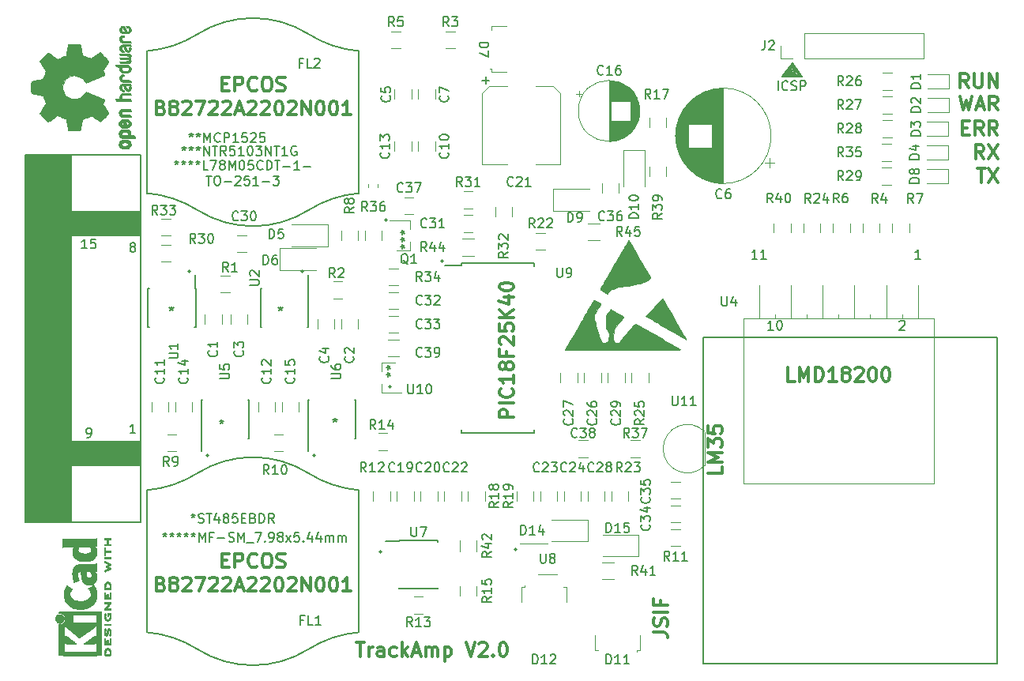
<source format=gbr>
G04 #@! TF.GenerationSoftware,KiCad,Pcbnew,(5.0.0)*
G04 #@! TF.CreationDate,2018-12-12T14:58:01+01:00*
G04 #@! TF.ProjectId,TrackAmplifier,547261636B416D706C69666965722E6B,rev?*
G04 #@! TF.SameCoordinates,Original*
G04 #@! TF.FileFunction,Legend,Top*
G04 #@! TF.FilePolarity,Positive*
%FSLAX46Y46*%
G04 Gerber Fmt 4.6, Leading zero omitted, Abs format (unit mm)*
G04 Created by KiCad (PCBNEW (5.0.0)) date 12/12/18 14:58:01*
%MOMM*%
%LPD*%
G01*
G04 APERTURE LIST*
%ADD10C,0.300000*%
%ADD11C,0.150000*%
%ADD12C,0.200000*%
%ADD13C,0.120000*%
%ADD14C,0.010000*%
G04 APERTURE END LIST*
D10*
X117504571Y-116166000D02*
X118576000Y-116166000D01*
X118790285Y-116237428D01*
X118933142Y-116380285D01*
X119004571Y-116594571D01*
X119004571Y-116737428D01*
X118933142Y-115523142D02*
X119004571Y-115308857D01*
X119004571Y-114951714D01*
X118933142Y-114808857D01*
X118861714Y-114737428D01*
X118718857Y-114666000D01*
X118576000Y-114666000D01*
X118433142Y-114737428D01*
X118361714Y-114808857D01*
X118290285Y-114951714D01*
X118218857Y-115237428D01*
X118147428Y-115380285D01*
X118076000Y-115451714D01*
X117933142Y-115523142D01*
X117790285Y-115523142D01*
X117647428Y-115451714D01*
X117576000Y-115380285D01*
X117504571Y-115237428D01*
X117504571Y-114880285D01*
X117576000Y-114666000D01*
X119004571Y-114023142D02*
X117504571Y-114023142D01*
X118218857Y-112808857D02*
X118218857Y-113308857D01*
X119004571Y-113308857D02*
X117504571Y-113308857D01*
X117504571Y-112594571D01*
X85672142Y-117273571D02*
X86529285Y-117273571D01*
X86100714Y-118773571D02*
X86100714Y-117273571D01*
X87029285Y-118773571D02*
X87029285Y-117773571D01*
X87029285Y-118059285D02*
X87100714Y-117916428D01*
X87172142Y-117845000D01*
X87315000Y-117773571D01*
X87457857Y-117773571D01*
X88600714Y-118773571D02*
X88600714Y-117987857D01*
X88529285Y-117845000D01*
X88386428Y-117773571D01*
X88100714Y-117773571D01*
X87957857Y-117845000D01*
X88600714Y-118702142D02*
X88457857Y-118773571D01*
X88100714Y-118773571D01*
X87957857Y-118702142D01*
X87886428Y-118559285D01*
X87886428Y-118416428D01*
X87957857Y-118273571D01*
X88100714Y-118202142D01*
X88457857Y-118202142D01*
X88600714Y-118130714D01*
X89957857Y-118702142D02*
X89815000Y-118773571D01*
X89529285Y-118773571D01*
X89386428Y-118702142D01*
X89315000Y-118630714D01*
X89243571Y-118487857D01*
X89243571Y-118059285D01*
X89315000Y-117916428D01*
X89386428Y-117845000D01*
X89529285Y-117773571D01*
X89815000Y-117773571D01*
X89957857Y-117845000D01*
X90600714Y-118773571D02*
X90600714Y-117273571D01*
X90743571Y-118202142D02*
X91172142Y-118773571D01*
X91172142Y-117773571D02*
X90600714Y-118345000D01*
X91743571Y-118345000D02*
X92457857Y-118345000D01*
X91600714Y-118773571D02*
X92100714Y-117273571D01*
X92600714Y-118773571D01*
X93100714Y-118773571D02*
X93100714Y-117773571D01*
X93100714Y-117916428D02*
X93172142Y-117845000D01*
X93315000Y-117773571D01*
X93529285Y-117773571D01*
X93672142Y-117845000D01*
X93743571Y-117987857D01*
X93743571Y-118773571D01*
X93743571Y-117987857D02*
X93815000Y-117845000D01*
X93957857Y-117773571D01*
X94172142Y-117773571D01*
X94315000Y-117845000D01*
X94386428Y-117987857D01*
X94386428Y-118773571D01*
X95100714Y-117773571D02*
X95100714Y-119273571D01*
X95100714Y-117845000D02*
X95243571Y-117773571D01*
X95529285Y-117773571D01*
X95672142Y-117845000D01*
X95743571Y-117916428D01*
X95815000Y-118059285D01*
X95815000Y-118487857D01*
X95743571Y-118630714D01*
X95672142Y-118702142D01*
X95529285Y-118773571D01*
X95243571Y-118773571D01*
X95100714Y-118702142D01*
X97386428Y-117273571D02*
X97886428Y-118773571D01*
X98386428Y-117273571D01*
X98815000Y-117416428D02*
X98886428Y-117345000D01*
X99029285Y-117273571D01*
X99386428Y-117273571D01*
X99529285Y-117345000D01*
X99600714Y-117416428D01*
X99672142Y-117559285D01*
X99672142Y-117702142D01*
X99600714Y-117916428D01*
X98743571Y-118773571D01*
X99672142Y-118773571D01*
X100315000Y-118630714D02*
X100386428Y-118702142D01*
X100315000Y-118773571D01*
X100243571Y-118702142D01*
X100315000Y-118630714D01*
X100315000Y-118773571D01*
X101315000Y-117273571D02*
X101457857Y-117273571D01*
X101600714Y-117345000D01*
X101672142Y-117416428D01*
X101743571Y-117559285D01*
X101815000Y-117845000D01*
X101815000Y-118202142D01*
X101743571Y-118487857D01*
X101672142Y-118630714D01*
X101600714Y-118702142D01*
X101457857Y-118773571D01*
X101315000Y-118773571D01*
X101172142Y-118702142D01*
X101100714Y-118630714D01*
X101029285Y-118487857D01*
X100957857Y-118202142D01*
X100957857Y-117845000D01*
X101029285Y-117559285D01*
X101100714Y-117416428D01*
X101172142Y-117345000D01*
X101315000Y-117273571D01*
D11*
X130819809Y-58095380D02*
X130819809Y-57095380D01*
X131867428Y-58000142D02*
X131819809Y-58047761D01*
X131676952Y-58095380D01*
X131581714Y-58095380D01*
X131438857Y-58047761D01*
X131343619Y-57952523D01*
X131296000Y-57857285D01*
X131248380Y-57666809D01*
X131248380Y-57523952D01*
X131296000Y-57333476D01*
X131343619Y-57238238D01*
X131438857Y-57143000D01*
X131581714Y-57095380D01*
X131676952Y-57095380D01*
X131819809Y-57143000D01*
X131867428Y-57190619D01*
X132248380Y-58047761D02*
X132391238Y-58095380D01*
X132629333Y-58095380D01*
X132724571Y-58047761D01*
X132772190Y-58000142D01*
X132819809Y-57904904D01*
X132819809Y-57809666D01*
X132772190Y-57714428D01*
X132724571Y-57666809D01*
X132629333Y-57619190D01*
X132438857Y-57571571D01*
X132343619Y-57523952D01*
X132296000Y-57476333D01*
X132248380Y-57381095D01*
X132248380Y-57285857D01*
X132296000Y-57190619D01*
X132343619Y-57143000D01*
X132438857Y-57095380D01*
X132676952Y-57095380D01*
X132819809Y-57143000D01*
X133248380Y-58095380D02*
X133248380Y-57095380D01*
X133629333Y-57095380D01*
X133724571Y-57143000D01*
X133772190Y-57190619D01*
X133819809Y-57285857D01*
X133819809Y-57428714D01*
X133772190Y-57523952D01*
X133724571Y-57571571D01*
X133629333Y-57619190D01*
X133248380Y-57619190D01*
X65122142Y-105482380D02*
X65122142Y-105720476D01*
X64884047Y-105625238D02*
X65122142Y-105720476D01*
X65360238Y-105625238D01*
X64979285Y-105910952D02*
X65122142Y-105720476D01*
X65265000Y-105910952D01*
X65884047Y-105482380D02*
X65884047Y-105720476D01*
X65645952Y-105625238D02*
X65884047Y-105720476D01*
X66122142Y-105625238D01*
X65741190Y-105910952D02*
X65884047Y-105720476D01*
X66026904Y-105910952D01*
X66645952Y-105482380D02*
X66645952Y-105720476D01*
X66407857Y-105625238D02*
X66645952Y-105720476D01*
X66884047Y-105625238D01*
X66503095Y-105910952D02*
X66645952Y-105720476D01*
X66788809Y-105910952D01*
X67407857Y-105482380D02*
X67407857Y-105720476D01*
X67169761Y-105625238D02*
X67407857Y-105720476D01*
X67645952Y-105625238D01*
X67265000Y-105910952D02*
X67407857Y-105720476D01*
X67550714Y-105910952D01*
X68169761Y-105482380D02*
X68169761Y-105720476D01*
X67931666Y-105625238D02*
X68169761Y-105720476D01*
X68407857Y-105625238D01*
X68026904Y-105910952D02*
X68169761Y-105720476D01*
X68312619Y-105910952D01*
X68788809Y-106482380D02*
X68788809Y-105482380D01*
X69122142Y-106196666D01*
X69455476Y-105482380D01*
X69455476Y-106482380D01*
X70265000Y-105958571D02*
X69931666Y-105958571D01*
X69931666Y-106482380D02*
X69931666Y-105482380D01*
X70407857Y-105482380D01*
X70788809Y-106101428D02*
X71550714Y-106101428D01*
X71979285Y-106434761D02*
X72122142Y-106482380D01*
X72360238Y-106482380D01*
X72455476Y-106434761D01*
X72503095Y-106387142D01*
X72550714Y-106291904D01*
X72550714Y-106196666D01*
X72503095Y-106101428D01*
X72455476Y-106053809D01*
X72360238Y-106006190D01*
X72169761Y-105958571D01*
X72074523Y-105910952D01*
X72026904Y-105863333D01*
X71979285Y-105768095D01*
X71979285Y-105672857D01*
X72026904Y-105577619D01*
X72074523Y-105530000D01*
X72169761Y-105482380D01*
X72407857Y-105482380D01*
X72550714Y-105530000D01*
X72979285Y-106482380D02*
X72979285Y-105482380D01*
X73312619Y-106196666D01*
X73645952Y-105482380D01*
X73645952Y-106482380D01*
X73884047Y-106577619D02*
X74645952Y-106577619D01*
X74788809Y-105482380D02*
X75455476Y-105482380D01*
X75026904Y-106482380D01*
X75836428Y-106387142D02*
X75884047Y-106434761D01*
X75836428Y-106482380D01*
X75788809Y-106434761D01*
X75836428Y-106387142D01*
X75836428Y-106482380D01*
X76360238Y-106482380D02*
X76550714Y-106482380D01*
X76645952Y-106434761D01*
X76693571Y-106387142D01*
X76788809Y-106244285D01*
X76836428Y-106053809D01*
X76836428Y-105672857D01*
X76788809Y-105577619D01*
X76741190Y-105530000D01*
X76645952Y-105482380D01*
X76455476Y-105482380D01*
X76360238Y-105530000D01*
X76312619Y-105577619D01*
X76265000Y-105672857D01*
X76265000Y-105910952D01*
X76312619Y-106006190D01*
X76360238Y-106053809D01*
X76455476Y-106101428D01*
X76645952Y-106101428D01*
X76741190Y-106053809D01*
X76788809Y-106006190D01*
X76836428Y-105910952D01*
X77407857Y-105910952D02*
X77312619Y-105863333D01*
X77265000Y-105815714D01*
X77217380Y-105720476D01*
X77217380Y-105672857D01*
X77265000Y-105577619D01*
X77312619Y-105530000D01*
X77407857Y-105482380D01*
X77598333Y-105482380D01*
X77693571Y-105530000D01*
X77741190Y-105577619D01*
X77788809Y-105672857D01*
X77788809Y-105720476D01*
X77741190Y-105815714D01*
X77693571Y-105863333D01*
X77598333Y-105910952D01*
X77407857Y-105910952D01*
X77312619Y-105958571D01*
X77265000Y-106006190D01*
X77217380Y-106101428D01*
X77217380Y-106291904D01*
X77265000Y-106387142D01*
X77312619Y-106434761D01*
X77407857Y-106482380D01*
X77598333Y-106482380D01*
X77693571Y-106434761D01*
X77741190Y-106387142D01*
X77788809Y-106291904D01*
X77788809Y-106101428D01*
X77741190Y-106006190D01*
X77693571Y-105958571D01*
X77598333Y-105910952D01*
X78122142Y-106482380D02*
X78645952Y-105815714D01*
X78122142Y-105815714D02*
X78645952Y-106482380D01*
X79503095Y-105482380D02*
X79026904Y-105482380D01*
X78979285Y-105958571D01*
X79026904Y-105910952D01*
X79122142Y-105863333D01*
X79360238Y-105863333D01*
X79455476Y-105910952D01*
X79503095Y-105958571D01*
X79550714Y-106053809D01*
X79550714Y-106291904D01*
X79503095Y-106387142D01*
X79455476Y-106434761D01*
X79360238Y-106482380D01*
X79122142Y-106482380D01*
X79026904Y-106434761D01*
X78979285Y-106387142D01*
X79979285Y-106387142D02*
X80026904Y-106434761D01*
X79979285Y-106482380D01*
X79931666Y-106434761D01*
X79979285Y-106387142D01*
X79979285Y-106482380D01*
X80884047Y-105815714D02*
X80884047Y-106482380D01*
X80645952Y-105434761D02*
X80407857Y-106149047D01*
X81026904Y-106149047D01*
X81836428Y-105815714D02*
X81836428Y-106482380D01*
X81598333Y-105434761D02*
X81360238Y-106149047D01*
X81979285Y-106149047D01*
X82360238Y-106482380D02*
X82360238Y-105815714D01*
X82360238Y-105910952D02*
X82407857Y-105863333D01*
X82503095Y-105815714D01*
X82645952Y-105815714D01*
X82741190Y-105863333D01*
X82788809Y-105958571D01*
X82788809Y-106482380D01*
X82788809Y-105958571D02*
X82836428Y-105863333D01*
X82931666Y-105815714D01*
X83074523Y-105815714D01*
X83169761Y-105863333D01*
X83217380Y-105958571D01*
X83217380Y-106482380D01*
X83693571Y-106482380D02*
X83693571Y-105815714D01*
X83693571Y-105910952D02*
X83741190Y-105863333D01*
X83836428Y-105815714D01*
X83979285Y-105815714D01*
X84074523Y-105863333D01*
X84122142Y-105958571D01*
X84122142Y-106482380D01*
X84122142Y-105958571D02*
X84169761Y-105863333D01*
X84265000Y-105815714D01*
X84407857Y-105815714D01*
X84503095Y-105863333D01*
X84550714Y-105958571D01*
X84550714Y-106482380D01*
X56794523Y-75049880D02*
X56223095Y-75049880D01*
X56508809Y-75049880D02*
X56508809Y-74049880D01*
X56413571Y-74192738D01*
X56318333Y-74287976D01*
X56223095Y-74335595D01*
X57699285Y-74049880D02*
X57223095Y-74049880D01*
X57175476Y-74526071D01*
X57223095Y-74478452D01*
X57318333Y-74430833D01*
X57556428Y-74430833D01*
X57651666Y-74478452D01*
X57699285Y-74526071D01*
X57746904Y-74621309D01*
X57746904Y-74859404D01*
X57699285Y-74954642D01*
X57651666Y-75002261D01*
X57556428Y-75049880D01*
X57318333Y-75049880D01*
X57223095Y-75002261D01*
X57175476Y-74954642D01*
X56794523Y-95306380D02*
X56985000Y-95306380D01*
X57080238Y-95258761D01*
X57127857Y-95211142D01*
X57223095Y-95068285D01*
X57270714Y-94877809D01*
X57270714Y-94496857D01*
X57223095Y-94401619D01*
X57175476Y-94354000D01*
X57080238Y-94306380D01*
X56889761Y-94306380D01*
X56794523Y-94354000D01*
X56746904Y-94401619D01*
X56699285Y-94496857D01*
X56699285Y-94734952D01*
X56746904Y-94830190D01*
X56794523Y-94877809D01*
X56889761Y-94925428D01*
X57080238Y-94925428D01*
X57175476Y-94877809D01*
X57223095Y-94830190D01*
X57270714Y-94734952D01*
X61588761Y-74859452D02*
X61493523Y-74811833D01*
X61445904Y-74764214D01*
X61398285Y-74668976D01*
X61398285Y-74621357D01*
X61445904Y-74526119D01*
X61493523Y-74478500D01*
X61588761Y-74430880D01*
X61779238Y-74430880D01*
X61874476Y-74478500D01*
X61922095Y-74526119D01*
X61969714Y-74621357D01*
X61969714Y-74668976D01*
X61922095Y-74764214D01*
X61874476Y-74811833D01*
X61779238Y-74859452D01*
X61588761Y-74859452D01*
X61493523Y-74907071D01*
X61445904Y-74954690D01*
X61398285Y-75049928D01*
X61398285Y-75240404D01*
X61445904Y-75335642D01*
X61493523Y-75383261D01*
X61588761Y-75430880D01*
X61779238Y-75430880D01*
X61874476Y-75383261D01*
X61922095Y-75335642D01*
X61969714Y-75240404D01*
X61969714Y-75049928D01*
X61922095Y-74954690D01*
X61874476Y-74907071D01*
X61779238Y-74859452D01*
X61969714Y-94861880D02*
X61398285Y-94861880D01*
X61684000Y-94861880D02*
X61684000Y-93861880D01*
X61588761Y-94004738D01*
X61493523Y-94099976D01*
X61398285Y-94147595D01*
X66380952Y-65627380D02*
X66380952Y-65865476D01*
X66142857Y-65770238D02*
X66380952Y-65865476D01*
X66619047Y-65770238D01*
X66238095Y-66055952D02*
X66380952Y-65865476D01*
X66523809Y-66055952D01*
X67142857Y-65627380D02*
X67142857Y-65865476D01*
X66904761Y-65770238D02*
X67142857Y-65865476D01*
X67380952Y-65770238D01*
X67000000Y-66055952D02*
X67142857Y-65865476D01*
X67285714Y-66055952D01*
X67904761Y-65627380D02*
X67904761Y-65865476D01*
X67666666Y-65770238D02*
X67904761Y-65865476D01*
X68142857Y-65770238D01*
X67761904Y-66055952D02*
X67904761Y-65865476D01*
X68047619Y-66055952D01*
X68666666Y-65627380D02*
X68666666Y-65865476D01*
X68428571Y-65770238D02*
X68666666Y-65865476D01*
X68904761Y-65770238D01*
X68523809Y-66055952D02*
X68666666Y-65865476D01*
X68809523Y-66055952D01*
X69761904Y-66627380D02*
X69285714Y-66627380D01*
X69285714Y-65627380D01*
X70000000Y-65627380D02*
X70666666Y-65627380D01*
X70238095Y-66627380D01*
X71190476Y-66055952D02*
X71095238Y-66008333D01*
X71047619Y-65960714D01*
X71000000Y-65865476D01*
X71000000Y-65817857D01*
X71047619Y-65722619D01*
X71095238Y-65675000D01*
X71190476Y-65627380D01*
X71380952Y-65627380D01*
X71476190Y-65675000D01*
X71523809Y-65722619D01*
X71571428Y-65817857D01*
X71571428Y-65865476D01*
X71523809Y-65960714D01*
X71476190Y-66008333D01*
X71380952Y-66055952D01*
X71190476Y-66055952D01*
X71095238Y-66103571D01*
X71047619Y-66151190D01*
X71000000Y-66246428D01*
X71000000Y-66436904D01*
X71047619Y-66532142D01*
X71095238Y-66579761D01*
X71190476Y-66627380D01*
X71380952Y-66627380D01*
X71476190Y-66579761D01*
X71523809Y-66532142D01*
X71571428Y-66436904D01*
X71571428Y-66246428D01*
X71523809Y-66151190D01*
X71476190Y-66103571D01*
X71380952Y-66055952D01*
X72000000Y-66627380D02*
X72000000Y-65627380D01*
X72333333Y-66341666D01*
X72666666Y-65627380D01*
X72666666Y-66627380D01*
X73333333Y-65627380D02*
X73428571Y-65627380D01*
X73523809Y-65675000D01*
X73571428Y-65722619D01*
X73619047Y-65817857D01*
X73666666Y-66008333D01*
X73666666Y-66246428D01*
X73619047Y-66436904D01*
X73571428Y-66532142D01*
X73523809Y-66579761D01*
X73428571Y-66627380D01*
X73333333Y-66627380D01*
X73238095Y-66579761D01*
X73190476Y-66532142D01*
X73142857Y-66436904D01*
X73095238Y-66246428D01*
X73095238Y-66008333D01*
X73142857Y-65817857D01*
X73190476Y-65722619D01*
X73238095Y-65675000D01*
X73333333Y-65627380D01*
X74571428Y-65627380D02*
X74095238Y-65627380D01*
X74047619Y-66103571D01*
X74095238Y-66055952D01*
X74190476Y-66008333D01*
X74428571Y-66008333D01*
X74523809Y-66055952D01*
X74571428Y-66103571D01*
X74619047Y-66198809D01*
X74619047Y-66436904D01*
X74571428Y-66532142D01*
X74523809Y-66579761D01*
X74428571Y-66627380D01*
X74190476Y-66627380D01*
X74095238Y-66579761D01*
X74047619Y-66532142D01*
X75619047Y-66532142D02*
X75571428Y-66579761D01*
X75428571Y-66627380D01*
X75333333Y-66627380D01*
X75190476Y-66579761D01*
X75095238Y-66484523D01*
X75047619Y-66389285D01*
X75000000Y-66198809D01*
X75000000Y-66055952D01*
X75047619Y-65865476D01*
X75095238Y-65770238D01*
X75190476Y-65675000D01*
X75333333Y-65627380D01*
X75428571Y-65627380D01*
X75571428Y-65675000D01*
X75619047Y-65722619D01*
X76047619Y-66627380D02*
X76047619Y-65627380D01*
X76285714Y-65627380D01*
X76428571Y-65675000D01*
X76523809Y-65770238D01*
X76571428Y-65865476D01*
X76619047Y-66055952D01*
X76619047Y-66198809D01*
X76571428Y-66389285D01*
X76523809Y-66484523D01*
X76428571Y-66579761D01*
X76285714Y-66627380D01*
X76047619Y-66627380D01*
X76904761Y-65627380D02*
X77476190Y-65627380D01*
X77190476Y-66627380D02*
X77190476Y-65627380D01*
X77809523Y-66246428D02*
X78571428Y-66246428D01*
X79571428Y-66627380D02*
X79000000Y-66627380D01*
X79285714Y-66627380D02*
X79285714Y-65627380D01*
X79190476Y-65770238D01*
X79095238Y-65865476D01*
X79000000Y-65913095D01*
X80000000Y-66246428D02*
X80761904Y-66246428D01*
X69547619Y-67277380D02*
X70119047Y-67277380D01*
X69833333Y-68277380D02*
X69833333Y-67277380D01*
X70642857Y-67277380D02*
X70833333Y-67277380D01*
X70928571Y-67325000D01*
X71023809Y-67420238D01*
X71071428Y-67610714D01*
X71071428Y-67944047D01*
X71023809Y-68134523D01*
X70928571Y-68229761D01*
X70833333Y-68277380D01*
X70642857Y-68277380D01*
X70547619Y-68229761D01*
X70452380Y-68134523D01*
X70404761Y-67944047D01*
X70404761Y-67610714D01*
X70452380Y-67420238D01*
X70547619Y-67325000D01*
X70642857Y-67277380D01*
X71500000Y-67896428D02*
X72261904Y-67896428D01*
X72690476Y-67372619D02*
X72738095Y-67325000D01*
X72833333Y-67277380D01*
X73071428Y-67277380D01*
X73166666Y-67325000D01*
X73214285Y-67372619D01*
X73261904Y-67467857D01*
X73261904Y-67563095D01*
X73214285Y-67705952D01*
X72642857Y-68277380D01*
X73261904Y-68277380D01*
X74166666Y-67277380D02*
X73690476Y-67277380D01*
X73642857Y-67753571D01*
X73690476Y-67705952D01*
X73785714Y-67658333D01*
X74023809Y-67658333D01*
X74119047Y-67705952D01*
X74166666Y-67753571D01*
X74214285Y-67848809D01*
X74214285Y-68086904D01*
X74166666Y-68182142D01*
X74119047Y-68229761D01*
X74023809Y-68277380D01*
X73785714Y-68277380D01*
X73690476Y-68229761D01*
X73642857Y-68182142D01*
X75166666Y-68277380D02*
X74595238Y-68277380D01*
X74880952Y-68277380D02*
X74880952Y-67277380D01*
X74785714Y-67420238D01*
X74690476Y-67515476D01*
X74595238Y-67563095D01*
X75595238Y-67896428D02*
X76357142Y-67896428D01*
X76738095Y-67277380D02*
X77357142Y-67277380D01*
X77023809Y-67658333D01*
X77166666Y-67658333D01*
X77261904Y-67705952D01*
X77309523Y-67753571D01*
X77357142Y-67848809D01*
X77357142Y-68086904D01*
X77309523Y-68182142D01*
X77261904Y-68229761D01*
X77166666Y-68277380D01*
X76880952Y-68277380D01*
X76785714Y-68229761D01*
X76738095Y-68182142D01*
X90409880Y-74851404D02*
X90647976Y-74851404D01*
X90552738Y-75089500D02*
X90647976Y-74851404D01*
X90552738Y-74613309D01*
X90838452Y-74994261D02*
X90647976Y-74851404D01*
X90838452Y-74708547D01*
X90409880Y-74089500D02*
X90647976Y-74089500D01*
X90552738Y-74327595D02*
X90647976Y-74089500D01*
X90552738Y-73851404D01*
X90838452Y-74232357D02*
X90647976Y-74089500D01*
X90838452Y-73946642D01*
X90409880Y-73327595D02*
X90647976Y-73327595D01*
X90552738Y-73565690D02*
X90647976Y-73327595D01*
X90552738Y-73089500D01*
X90838452Y-73470452D02*
X90647976Y-73327595D01*
X90838452Y-73184738D01*
X67166666Y-64080380D02*
X67166666Y-64318476D01*
X66928571Y-64223238D02*
X67166666Y-64318476D01*
X67404761Y-64223238D01*
X67023809Y-64508952D02*
X67166666Y-64318476D01*
X67309523Y-64508952D01*
X67928571Y-64080380D02*
X67928571Y-64318476D01*
X67690476Y-64223238D02*
X67928571Y-64318476D01*
X68166666Y-64223238D01*
X67785714Y-64508952D02*
X67928571Y-64318476D01*
X68071428Y-64508952D01*
X68690476Y-64080380D02*
X68690476Y-64318476D01*
X68452380Y-64223238D02*
X68690476Y-64318476D01*
X68928571Y-64223238D01*
X68547619Y-64508952D02*
X68690476Y-64318476D01*
X68833333Y-64508952D01*
X69309523Y-65080380D02*
X69309523Y-64080380D01*
X69880952Y-65080380D01*
X69880952Y-64080380D01*
X70214285Y-64080380D02*
X70785714Y-64080380D01*
X70500000Y-65080380D02*
X70500000Y-64080380D01*
X71690476Y-65080380D02*
X71357142Y-64604190D01*
X71119047Y-65080380D02*
X71119047Y-64080380D01*
X71500000Y-64080380D01*
X71595238Y-64128000D01*
X71642857Y-64175619D01*
X71690476Y-64270857D01*
X71690476Y-64413714D01*
X71642857Y-64508952D01*
X71595238Y-64556571D01*
X71500000Y-64604190D01*
X71119047Y-64604190D01*
X72595238Y-64080380D02*
X72119047Y-64080380D01*
X72071428Y-64556571D01*
X72119047Y-64508952D01*
X72214285Y-64461333D01*
X72452380Y-64461333D01*
X72547619Y-64508952D01*
X72595238Y-64556571D01*
X72642857Y-64651809D01*
X72642857Y-64889904D01*
X72595238Y-64985142D01*
X72547619Y-65032761D01*
X72452380Y-65080380D01*
X72214285Y-65080380D01*
X72119047Y-65032761D01*
X72071428Y-64985142D01*
X73595238Y-65080380D02*
X73023809Y-65080380D01*
X73309523Y-65080380D02*
X73309523Y-64080380D01*
X73214285Y-64223238D01*
X73119047Y-64318476D01*
X73023809Y-64366095D01*
X74214285Y-64080380D02*
X74309523Y-64080380D01*
X74404761Y-64128000D01*
X74452380Y-64175619D01*
X74500000Y-64270857D01*
X74547619Y-64461333D01*
X74547619Y-64699428D01*
X74500000Y-64889904D01*
X74452380Y-64985142D01*
X74404761Y-65032761D01*
X74309523Y-65080380D01*
X74214285Y-65080380D01*
X74119047Y-65032761D01*
X74071428Y-64985142D01*
X74023809Y-64889904D01*
X73976190Y-64699428D01*
X73976190Y-64461333D01*
X74023809Y-64270857D01*
X74071428Y-64175619D01*
X74119047Y-64128000D01*
X74214285Y-64080380D01*
X74880952Y-64080380D02*
X75500000Y-64080380D01*
X75166666Y-64461333D01*
X75309523Y-64461333D01*
X75404761Y-64508952D01*
X75452380Y-64556571D01*
X75500000Y-64651809D01*
X75500000Y-64889904D01*
X75452380Y-64985142D01*
X75404761Y-65032761D01*
X75309523Y-65080380D01*
X75023809Y-65080380D01*
X74928571Y-65032761D01*
X74880952Y-64985142D01*
X75928571Y-65080380D02*
X75928571Y-64080380D01*
X76500000Y-65080380D01*
X76500000Y-64080380D01*
X76833333Y-64080380D02*
X77404761Y-64080380D01*
X77119047Y-65080380D02*
X77119047Y-64080380D01*
X78261904Y-65080380D02*
X77690476Y-65080380D01*
X77976190Y-65080380D02*
X77976190Y-64080380D01*
X77880952Y-64223238D01*
X77785714Y-64318476D01*
X77690476Y-64366095D01*
X79214285Y-64128000D02*
X79119047Y-64080380D01*
X78976190Y-64080380D01*
X78833333Y-64128000D01*
X78738095Y-64223238D01*
X78690476Y-64318476D01*
X78642857Y-64508952D01*
X78642857Y-64651809D01*
X78690476Y-64842285D01*
X78738095Y-64937523D01*
X78833333Y-65032761D01*
X78976190Y-65080380D01*
X79071428Y-65080380D01*
X79214285Y-65032761D01*
X79261904Y-64985142D01*
X79261904Y-64651809D01*
X79071428Y-64651809D01*
X88885880Y-88567452D02*
X89123976Y-88567452D01*
X89028738Y-88805547D02*
X89123976Y-88567452D01*
X89028738Y-88329357D01*
X89314452Y-88710309D02*
X89123976Y-88567452D01*
X89314452Y-88424595D01*
X88885880Y-87805547D02*
X89123976Y-87805547D01*
X89028738Y-88043642D02*
X89123976Y-87805547D01*
X89028738Y-87567452D01*
X89314452Y-87948404D02*
X89123976Y-87805547D01*
X89314452Y-87662690D01*
X67961904Y-62652380D02*
X67961904Y-62890476D01*
X67723809Y-62795238D02*
X67961904Y-62890476D01*
X68200000Y-62795238D01*
X67819047Y-63080952D02*
X67961904Y-62890476D01*
X68104761Y-63080952D01*
X68723809Y-62652380D02*
X68723809Y-62890476D01*
X68485714Y-62795238D02*
X68723809Y-62890476D01*
X68961904Y-62795238D01*
X68580952Y-63080952D02*
X68723809Y-62890476D01*
X68866666Y-63080952D01*
X69342857Y-63652380D02*
X69342857Y-62652380D01*
X69676190Y-63366666D01*
X70009523Y-62652380D01*
X70009523Y-63652380D01*
X71057142Y-63557142D02*
X71009523Y-63604761D01*
X70866666Y-63652380D01*
X70771428Y-63652380D01*
X70628571Y-63604761D01*
X70533333Y-63509523D01*
X70485714Y-63414285D01*
X70438095Y-63223809D01*
X70438095Y-63080952D01*
X70485714Y-62890476D01*
X70533333Y-62795238D01*
X70628571Y-62700000D01*
X70771428Y-62652380D01*
X70866666Y-62652380D01*
X71009523Y-62700000D01*
X71057142Y-62747619D01*
X71485714Y-63652380D02*
X71485714Y-62652380D01*
X71866666Y-62652380D01*
X71961904Y-62700000D01*
X72009523Y-62747619D01*
X72057142Y-62842857D01*
X72057142Y-62985714D01*
X72009523Y-63080952D01*
X71961904Y-63128571D01*
X71866666Y-63176190D01*
X71485714Y-63176190D01*
X73009523Y-63652380D02*
X72438095Y-63652380D01*
X72723809Y-63652380D02*
X72723809Y-62652380D01*
X72628571Y-62795238D01*
X72533333Y-62890476D01*
X72438095Y-62938095D01*
X73914285Y-62652380D02*
X73438095Y-62652380D01*
X73390476Y-63128571D01*
X73438095Y-63080952D01*
X73533333Y-63033333D01*
X73771428Y-63033333D01*
X73866666Y-63080952D01*
X73914285Y-63128571D01*
X73961904Y-63223809D01*
X73961904Y-63461904D01*
X73914285Y-63557142D01*
X73866666Y-63604761D01*
X73771428Y-63652380D01*
X73533333Y-63652380D01*
X73438095Y-63604761D01*
X73390476Y-63557142D01*
X74342857Y-62747619D02*
X74390476Y-62700000D01*
X74485714Y-62652380D01*
X74723809Y-62652380D01*
X74819047Y-62700000D01*
X74866666Y-62747619D01*
X74914285Y-62842857D01*
X74914285Y-62938095D01*
X74866666Y-63080952D01*
X74295238Y-63652380D01*
X74914285Y-63652380D01*
X75819047Y-62652380D02*
X75342857Y-62652380D01*
X75295238Y-63128571D01*
X75342857Y-63080952D01*
X75438095Y-63033333D01*
X75676190Y-63033333D01*
X75771428Y-63080952D01*
X75819047Y-63128571D01*
X75866666Y-63223809D01*
X75866666Y-63461904D01*
X75819047Y-63557142D01*
X75771428Y-63604761D01*
X75676190Y-63652380D01*
X75438095Y-63652380D01*
X75342857Y-63604761D01*
X75295238Y-63557142D01*
X130327523Y-83774780D02*
X129756095Y-83774780D01*
X130041809Y-83774780D02*
X130041809Y-82774780D01*
X129946571Y-82917638D01*
X129851333Y-83012876D01*
X129756095Y-83060495D01*
X130946571Y-82774780D02*
X131041809Y-82774780D01*
X131137047Y-82822400D01*
X131184666Y-82870019D01*
X131232285Y-82965257D01*
X131279904Y-83155733D01*
X131279904Y-83393828D01*
X131232285Y-83584304D01*
X131184666Y-83679542D01*
X131137047Y-83727161D01*
X131041809Y-83774780D01*
X130946571Y-83774780D01*
X130851333Y-83727161D01*
X130803714Y-83679542D01*
X130756095Y-83584304D01*
X130708476Y-83393828D01*
X130708476Y-83155733D01*
X130756095Y-82965257D01*
X130803714Y-82870019D01*
X130851333Y-82822400D01*
X130946571Y-82774780D01*
X143846685Y-82870019D02*
X143894304Y-82822400D01*
X143989542Y-82774780D01*
X144227638Y-82774780D01*
X144322876Y-82822400D01*
X144370495Y-82870019D01*
X144418114Y-82965257D01*
X144418114Y-83060495D01*
X144370495Y-83203352D01*
X143799066Y-83774780D01*
X144418114Y-83774780D01*
X128600323Y-76154780D02*
X128028895Y-76154780D01*
X128314609Y-76154780D02*
X128314609Y-75154780D01*
X128219371Y-75297638D01*
X128124133Y-75392876D01*
X128028895Y-75440495D01*
X129552704Y-76154780D02*
X128981276Y-76154780D01*
X129266990Y-76154780D02*
X129266990Y-75154780D01*
X129171752Y-75297638D01*
X129076514Y-75392876D01*
X128981276Y-75440495D01*
X146119914Y-76154780D02*
X145548485Y-76154780D01*
X145834200Y-76154780D02*
X145834200Y-75154780D01*
X145738961Y-75297638D01*
X145643723Y-75392876D01*
X145548485Y-75440495D01*
X83350200Y-93214180D02*
X83350200Y-93452276D01*
X83112104Y-93357038D02*
X83350200Y-93452276D01*
X83588295Y-93357038D01*
X83207342Y-93642752D02*
X83350200Y-93452276D01*
X83493057Y-93642752D01*
X71209000Y-93417380D02*
X71209000Y-93655476D01*
X70970904Y-93560238D02*
X71209000Y-93655476D01*
X71447095Y-93560238D01*
X71066142Y-93845952D02*
X71209000Y-93655476D01*
X71351857Y-93845952D01*
X77508200Y-81250780D02*
X77508200Y-81488876D01*
X77270104Y-81393638D02*
X77508200Y-81488876D01*
X77746295Y-81393638D01*
X77365342Y-81679352D02*
X77508200Y-81488876D01*
X77651057Y-81679352D01*
X65849600Y-81250780D02*
X65849600Y-81488876D01*
X65611504Y-81393638D02*
X65849600Y-81488876D01*
X66087695Y-81393638D01*
X65706742Y-81679352D02*
X65849600Y-81488876D01*
X65992457Y-81679352D01*
D12*
X88927000Y-72000000D02*
G75*
G03X88927000Y-72000000I-127000J0D01*
G01*
X89370000Y-89850200D02*
G75*
G03X89370000Y-89850200I-127000J0D01*
G01*
D11*
X68161904Y-103452380D02*
X68161904Y-103690476D01*
X67923809Y-103595238D02*
X68161904Y-103690476D01*
X68400000Y-103595238D01*
X68019047Y-103880952D02*
X68161904Y-103690476D01*
X68304761Y-103880952D01*
X68733333Y-104404761D02*
X68876190Y-104452380D01*
X69114285Y-104452380D01*
X69209523Y-104404761D01*
X69257142Y-104357142D01*
X69304761Y-104261904D01*
X69304761Y-104166666D01*
X69257142Y-104071428D01*
X69209523Y-104023809D01*
X69114285Y-103976190D01*
X68923809Y-103928571D01*
X68828571Y-103880952D01*
X68780952Y-103833333D01*
X68733333Y-103738095D01*
X68733333Y-103642857D01*
X68780952Y-103547619D01*
X68828571Y-103500000D01*
X68923809Y-103452380D01*
X69161904Y-103452380D01*
X69304761Y-103500000D01*
X69590476Y-103452380D02*
X70161904Y-103452380D01*
X69876190Y-104452380D02*
X69876190Y-103452380D01*
X70923809Y-103785714D02*
X70923809Y-104452380D01*
X70685714Y-103404761D02*
X70447619Y-104119047D01*
X71066666Y-104119047D01*
X71590476Y-103880952D02*
X71495238Y-103833333D01*
X71447619Y-103785714D01*
X71400000Y-103690476D01*
X71400000Y-103642857D01*
X71447619Y-103547619D01*
X71495238Y-103500000D01*
X71590476Y-103452380D01*
X71780952Y-103452380D01*
X71876190Y-103500000D01*
X71923809Y-103547619D01*
X71971428Y-103642857D01*
X71971428Y-103690476D01*
X71923809Y-103785714D01*
X71876190Y-103833333D01*
X71780952Y-103880952D01*
X71590476Y-103880952D01*
X71495238Y-103928571D01*
X71447619Y-103976190D01*
X71400000Y-104071428D01*
X71400000Y-104261904D01*
X71447619Y-104357142D01*
X71495238Y-104404761D01*
X71590476Y-104452380D01*
X71780952Y-104452380D01*
X71876190Y-104404761D01*
X71923809Y-104357142D01*
X71971428Y-104261904D01*
X71971428Y-104071428D01*
X71923809Y-103976190D01*
X71876190Y-103928571D01*
X71780952Y-103880952D01*
X72876190Y-103452380D02*
X72400000Y-103452380D01*
X72352380Y-103928571D01*
X72400000Y-103880952D01*
X72495238Y-103833333D01*
X72733333Y-103833333D01*
X72828571Y-103880952D01*
X72876190Y-103928571D01*
X72923809Y-104023809D01*
X72923809Y-104261904D01*
X72876190Y-104357142D01*
X72828571Y-104404761D01*
X72733333Y-104452380D01*
X72495238Y-104452380D01*
X72400000Y-104404761D01*
X72352380Y-104357142D01*
X73352380Y-103928571D02*
X73685714Y-103928571D01*
X73828571Y-104452380D02*
X73352380Y-104452380D01*
X73352380Y-103452380D01*
X73828571Y-103452380D01*
X74590476Y-103928571D02*
X74733333Y-103976190D01*
X74780952Y-104023809D01*
X74828571Y-104119047D01*
X74828571Y-104261904D01*
X74780952Y-104357142D01*
X74733333Y-104404761D01*
X74638095Y-104452380D01*
X74257142Y-104452380D01*
X74257142Y-103452380D01*
X74590476Y-103452380D01*
X74685714Y-103500000D01*
X74733333Y-103547619D01*
X74780952Y-103642857D01*
X74780952Y-103738095D01*
X74733333Y-103833333D01*
X74685714Y-103880952D01*
X74590476Y-103928571D01*
X74257142Y-103928571D01*
X75257142Y-104452380D02*
X75257142Y-103452380D01*
X75495238Y-103452380D01*
X75638095Y-103500000D01*
X75733333Y-103595238D01*
X75780952Y-103690476D01*
X75828571Y-103880952D01*
X75828571Y-104023809D01*
X75780952Y-104214285D01*
X75733333Y-104309523D01*
X75638095Y-104404761D01*
X75495238Y-104452380D01*
X75257142Y-104452380D01*
X76828571Y-104452380D02*
X76495238Y-103976190D01*
X76257142Y-104452380D02*
X76257142Y-103452380D01*
X76638095Y-103452380D01*
X76733333Y-103500000D01*
X76780952Y-103547619D01*
X76828571Y-103642857D01*
X76828571Y-103785714D01*
X76780952Y-103880952D01*
X76733333Y-103928571D01*
X76638095Y-103976190D01*
X76257142Y-103976190D01*
D12*
X81242000Y-97241600D02*
G75*
G03X81242000Y-97241600I-127000J0D01*
G01*
X69812000Y-97241600D02*
G75*
G03X69812000Y-97241600I-127000J0D01*
G01*
X67907000Y-77505800D02*
G75*
G03X67907000Y-77505800I-127000J0D01*
G01*
X79997400Y-77505800D02*
G75*
G03X79997400Y-77505800I-127000J0D01*
G01*
X94958000Y-76439000D02*
G75*
G03X94958000Y-76439000I-127000J0D01*
G01*
X102832000Y-107300000D02*
G75*
G03X102832000Y-107300000I-127000J0D01*
G01*
X88354000Y-107554000D02*
G75*
G03X88354000Y-107554000I-127000J0D01*
G01*
D10*
X124846571Y-98453428D02*
X124846571Y-99167714D01*
X123346571Y-99167714D01*
X124846571Y-97953428D02*
X123346571Y-97953428D01*
X124418000Y-97453428D01*
X123346571Y-96953428D01*
X124846571Y-96953428D01*
X123346571Y-96382000D02*
X123346571Y-95453428D01*
X123918000Y-95953428D01*
X123918000Y-95739142D01*
X123989428Y-95596285D01*
X124060857Y-95524857D01*
X124203714Y-95453428D01*
X124560857Y-95453428D01*
X124703714Y-95524857D01*
X124775142Y-95596285D01*
X124846571Y-95739142D01*
X124846571Y-96167714D01*
X124775142Y-96310571D01*
X124703714Y-96382000D01*
X123346571Y-94096285D02*
X123346571Y-94810571D01*
X124060857Y-94882000D01*
X123989428Y-94810571D01*
X123918000Y-94667714D01*
X123918000Y-94310571D01*
X123989428Y-94167714D01*
X124060857Y-94096285D01*
X124203714Y-94024857D01*
X124560857Y-94024857D01*
X124703714Y-94096285D01*
X124775142Y-94167714D01*
X124846571Y-94310571D01*
X124846571Y-94667714D01*
X124775142Y-94810571D01*
X124703714Y-94882000D01*
X71278571Y-108457857D02*
X71778571Y-108457857D01*
X71992857Y-109243571D02*
X71278571Y-109243571D01*
X71278571Y-107743571D01*
X71992857Y-107743571D01*
X72635714Y-109243571D02*
X72635714Y-107743571D01*
X73207142Y-107743571D01*
X73350000Y-107815000D01*
X73421428Y-107886428D01*
X73492857Y-108029285D01*
X73492857Y-108243571D01*
X73421428Y-108386428D01*
X73350000Y-108457857D01*
X73207142Y-108529285D01*
X72635714Y-108529285D01*
X74992857Y-109100714D02*
X74921428Y-109172142D01*
X74707142Y-109243571D01*
X74564285Y-109243571D01*
X74350000Y-109172142D01*
X74207142Y-109029285D01*
X74135714Y-108886428D01*
X74064285Y-108600714D01*
X74064285Y-108386428D01*
X74135714Y-108100714D01*
X74207142Y-107957857D01*
X74350000Y-107815000D01*
X74564285Y-107743571D01*
X74707142Y-107743571D01*
X74921428Y-107815000D01*
X74992857Y-107886428D01*
X75921428Y-107743571D02*
X76207142Y-107743571D01*
X76350000Y-107815000D01*
X76492857Y-107957857D01*
X76564285Y-108243571D01*
X76564285Y-108743571D01*
X76492857Y-109029285D01*
X76350000Y-109172142D01*
X76207142Y-109243571D01*
X75921428Y-109243571D01*
X75778571Y-109172142D01*
X75635714Y-109029285D01*
X75564285Y-108743571D01*
X75564285Y-108243571D01*
X75635714Y-107957857D01*
X75778571Y-107815000D01*
X75921428Y-107743571D01*
X77135714Y-109172142D02*
X77350000Y-109243571D01*
X77707142Y-109243571D01*
X77850000Y-109172142D01*
X77921428Y-109100714D01*
X77992857Y-108957857D01*
X77992857Y-108815000D01*
X77921428Y-108672142D01*
X77850000Y-108600714D01*
X77707142Y-108529285D01*
X77421428Y-108457857D01*
X77278571Y-108386428D01*
X77207142Y-108315000D01*
X77135714Y-108172142D01*
X77135714Y-108029285D01*
X77207142Y-107886428D01*
X77278571Y-107815000D01*
X77421428Y-107743571D01*
X77778571Y-107743571D01*
X77992857Y-107815000D01*
X64707142Y-111007857D02*
X64921428Y-111079285D01*
X64992857Y-111150714D01*
X65064285Y-111293571D01*
X65064285Y-111507857D01*
X64992857Y-111650714D01*
X64921428Y-111722142D01*
X64778571Y-111793571D01*
X64207142Y-111793571D01*
X64207142Y-110293571D01*
X64707142Y-110293571D01*
X64850000Y-110365000D01*
X64921428Y-110436428D01*
X64992857Y-110579285D01*
X64992857Y-110722142D01*
X64921428Y-110865000D01*
X64850000Y-110936428D01*
X64707142Y-111007857D01*
X64207142Y-111007857D01*
X65921428Y-110936428D02*
X65778571Y-110865000D01*
X65707142Y-110793571D01*
X65635714Y-110650714D01*
X65635714Y-110579285D01*
X65707142Y-110436428D01*
X65778571Y-110365000D01*
X65921428Y-110293571D01*
X66207142Y-110293571D01*
X66350000Y-110365000D01*
X66421428Y-110436428D01*
X66492857Y-110579285D01*
X66492857Y-110650714D01*
X66421428Y-110793571D01*
X66350000Y-110865000D01*
X66207142Y-110936428D01*
X65921428Y-110936428D01*
X65778571Y-111007857D01*
X65707142Y-111079285D01*
X65635714Y-111222142D01*
X65635714Y-111507857D01*
X65707142Y-111650714D01*
X65778571Y-111722142D01*
X65921428Y-111793571D01*
X66207142Y-111793571D01*
X66350000Y-111722142D01*
X66421428Y-111650714D01*
X66492857Y-111507857D01*
X66492857Y-111222142D01*
X66421428Y-111079285D01*
X66350000Y-111007857D01*
X66207142Y-110936428D01*
X67064285Y-110436428D02*
X67135714Y-110365000D01*
X67278571Y-110293571D01*
X67635714Y-110293571D01*
X67778571Y-110365000D01*
X67850000Y-110436428D01*
X67921428Y-110579285D01*
X67921428Y-110722142D01*
X67850000Y-110936428D01*
X66992857Y-111793571D01*
X67921428Y-111793571D01*
X68421428Y-110293571D02*
X69421428Y-110293571D01*
X68778571Y-111793571D01*
X69921428Y-110436428D02*
X69992857Y-110365000D01*
X70135714Y-110293571D01*
X70492857Y-110293571D01*
X70635714Y-110365000D01*
X70707142Y-110436428D01*
X70778571Y-110579285D01*
X70778571Y-110722142D01*
X70707142Y-110936428D01*
X69850000Y-111793571D01*
X70778571Y-111793571D01*
X71350000Y-110436428D02*
X71421428Y-110365000D01*
X71564285Y-110293571D01*
X71921428Y-110293571D01*
X72064285Y-110365000D01*
X72135714Y-110436428D01*
X72207142Y-110579285D01*
X72207142Y-110722142D01*
X72135714Y-110936428D01*
X71278571Y-111793571D01*
X72207142Y-111793571D01*
X72778571Y-111365000D02*
X73492857Y-111365000D01*
X72635714Y-111793571D02*
X73135714Y-110293571D01*
X73635714Y-111793571D01*
X74064285Y-110436428D02*
X74135714Y-110365000D01*
X74278571Y-110293571D01*
X74635714Y-110293571D01*
X74778571Y-110365000D01*
X74850000Y-110436428D01*
X74921428Y-110579285D01*
X74921428Y-110722142D01*
X74850000Y-110936428D01*
X73992857Y-111793571D01*
X74921428Y-111793571D01*
X75492857Y-110436428D02*
X75564285Y-110365000D01*
X75707142Y-110293571D01*
X76064285Y-110293571D01*
X76207142Y-110365000D01*
X76278571Y-110436428D01*
X76350000Y-110579285D01*
X76350000Y-110722142D01*
X76278571Y-110936428D01*
X75421428Y-111793571D01*
X76350000Y-111793571D01*
X77278571Y-110293571D02*
X77421428Y-110293571D01*
X77564285Y-110365000D01*
X77635714Y-110436428D01*
X77707142Y-110579285D01*
X77778571Y-110865000D01*
X77778571Y-111222142D01*
X77707142Y-111507857D01*
X77635714Y-111650714D01*
X77564285Y-111722142D01*
X77421428Y-111793571D01*
X77278571Y-111793571D01*
X77135714Y-111722142D01*
X77064285Y-111650714D01*
X76992857Y-111507857D01*
X76921428Y-111222142D01*
X76921428Y-110865000D01*
X76992857Y-110579285D01*
X77064285Y-110436428D01*
X77135714Y-110365000D01*
X77278571Y-110293571D01*
X78350000Y-110436428D02*
X78421428Y-110365000D01*
X78564285Y-110293571D01*
X78921428Y-110293571D01*
X79064285Y-110365000D01*
X79135714Y-110436428D01*
X79207142Y-110579285D01*
X79207142Y-110722142D01*
X79135714Y-110936428D01*
X78278571Y-111793571D01*
X79207142Y-111793571D01*
X79850000Y-111793571D02*
X79850000Y-110293571D01*
X80707142Y-111793571D01*
X80707142Y-110293571D01*
X81707142Y-110293571D02*
X81850000Y-110293571D01*
X81992857Y-110365000D01*
X82064285Y-110436428D01*
X82135714Y-110579285D01*
X82207142Y-110865000D01*
X82207142Y-111222142D01*
X82135714Y-111507857D01*
X82064285Y-111650714D01*
X81992857Y-111722142D01*
X81850000Y-111793571D01*
X81707142Y-111793571D01*
X81564285Y-111722142D01*
X81492857Y-111650714D01*
X81421428Y-111507857D01*
X81350000Y-111222142D01*
X81350000Y-110865000D01*
X81421428Y-110579285D01*
X81492857Y-110436428D01*
X81564285Y-110365000D01*
X81707142Y-110293571D01*
X83135714Y-110293571D02*
X83278571Y-110293571D01*
X83421428Y-110365000D01*
X83492857Y-110436428D01*
X83564285Y-110579285D01*
X83635714Y-110865000D01*
X83635714Y-111222142D01*
X83564285Y-111507857D01*
X83492857Y-111650714D01*
X83421428Y-111722142D01*
X83278571Y-111793571D01*
X83135714Y-111793571D01*
X82992857Y-111722142D01*
X82921428Y-111650714D01*
X82850000Y-111507857D01*
X82778571Y-111222142D01*
X82778571Y-110865000D01*
X82850000Y-110579285D01*
X82921428Y-110436428D01*
X82992857Y-110365000D01*
X83135714Y-110293571D01*
X85064285Y-111793571D02*
X84207142Y-111793571D01*
X84635714Y-111793571D02*
X84635714Y-110293571D01*
X84492857Y-110507857D01*
X84350000Y-110650714D01*
X84207142Y-110722142D01*
X71278571Y-57403857D02*
X71778571Y-57403857D01*
X71992857Y-58189571D02*
X71278571Y-58189571D01*
X71278571Y-56689571D01*
X71992857Y-56689571D01*
X72635714Y-58189571D02*
X72635714Y-56689571D01*
X73207142Y-56689571D01*
X73350000Y-56761000D01*
X73421428Y-56832428D01*
X73492857Y-56975285D01*
X73492857Y-57189571D01*
X73421428Y-57332428D01*
X73350000Y-57403857D01*
X73207142Y-57475285D01*
X72635714Y-57475285D01*
X74992857Y-58046714D02*
X74921428Y-58118142D01*
X74707142Y-58189571D01*
X74564285Y-58189571D01*
X74350000Y-58118142D01*
X74207142Y-57975285D01*
X74135714Y-57832428D01*
X74064285Y-57546714D01*
X74064285Y-57332428D01*
X74135714Y-57046714D01*
X74207142Y-56903857D01*
X74350000Y-56761000D01*
X74564285Y-56689571D01*
X74707142Y-56689571D01*
X74921428Y-56761000D01*
X74992857Y-56832428D01*
X75921428Y-56689571D02*
X76207142Y-56689571D01*
X76350000Y-56761000D01*
X76492857Y-56903857D01*
X76564285Y-57189571D01*
X76564285Y-57689571D01*
X76492857Y-57975285D01*
X76350000Y-58118142D01*
X76207142Y-58189571D01*
X75921428Y-58189571D01*
X75778571Y-58118142D01*
X75635714Y-57975285D01*
X75564285Y-57689571D01*
X75564285Y-57189571D01*
X75635714Y-56903857D01*
X75778571Y-56761000D01*
X75921428Y-56689571D01*
X77135714Y-58118142D02*
X77350000Y-58189571D01*
X77707142Y-58189571D01*
X77850000Y-58118142D01*
X77921428Y-58046714D01*
X77992857Y-57903857D01*
X77992857Y-57761000D01*
X77921428Y-57618142D01*
X77850000Y-57546714D01*
X77707142Y-57475285D01*
X77421428Y-57403857D01*
X77278571Y-57332428D01*
X77207142Y-57261000D01*
X77135714Y-57118142D01*
X77135714Y-56975285D01*
X77207142Y-56832428D01*
X77278571Y-56761000D01*
X77421428Y-56689571D01*
X77778571Y-56689571D01*
X77992857Y-56761000D01*
X64707142Y-59953857D02*
X64921428Y-60025285D01*
X64992857Y-60096714D01*
X65064285Y-60239571D01*
X65064285Y-60453857D01*
X64992857Y-60596714D01*
X64921428Y-60668142D01*
X64778571Y-60739571D01*
X64207142Y-60739571D01*
X64207142Y-59239571D01*
X64707142Y-59239571D01*
X64850000Y-59311000D01*
X64921428Y-59382428D01*
X64992857Y-59525285D01*
X64992857Y-59668142D01*
X64921428Y-59811000D01*
X64850000Y-59882428D01*
X64707142Y-59953857D01*
X64207142Y-59953857D01*
X65921428Y-59882428D02*
X65778571Y-59811000D01*
X65707142Y-59739571D01*
X65635714Y-59596714D01*
X65635714Y-59525285D01*
X65707142Y-59382428D01*
X65778571Y-59311000D01*
X65921428Y-59239571D01*
X66207142Y-59239571D01*
X66350000Y-59311000D01*
X66421428Y-59382428D01*
X66492857Y-59525285D01*
X66492857Y-59596714D01*
X66421428Y-59739571D01*
X66350000Y-59811000D01*
X66207142Y-59882428D01*
X65921428Y-59882428D01*
X65778571Y-59953857D01*
X65707142Y-60025285D01*
X65635714Y-60168142D01*
X65635714Y-60453857D01*
X65707142Y-60596714D01*
X65778571Y-60668142D01*
X65921428Y-60739571D01*
X66207142Y-60739571D01*
X66350000Y-60668142D01*
X66421428Y-60596714D01*
X66492857Y-60453857D01*
X66492857Y-60168142D01*
X66421428Y-60025285D01*
X66350000Y-59953857D01*
X66207142Y-59882428D01*
X67064285Y-59382428D02*
X67135714Y-59311000D01*
X67278571Y-59239571D01*
X67635714Y-59239571D01*
X67778571Y-59311000D01*
X67850000Y-59382428D01*
X67921428Y-59525285D01*
X67921428Y-59668142D01*
X67850000Y-59882428D01*
X66992857Y-60739571D01*
X67921428Y-60739571D01*
X68421428Y-59239571D02*
X69421428Y-59239571D01*
X68778571Y-60739571D01*
X69921428Y-59382428D02*
X69992857Y-59311000D01*
X70135714Y-59239571D01*
X70492857Y-59239571D01*
X70635714Y-59311000D01*
X70707142Y-59382428D01*
X70778571Y-59525285D01*
X70778571Y-59668142D01*
X70707142Y-59882428D01*
X69850000Y-60739571D01*
X70778571Y-60739571D01*
X71350000Y-59382428D02*
X71421428Y-59311000D01*
X71564285Y-59239571D01*
X71921428Y-59239571D01*
X72064285Y-59311000D01*
X72135714Y-59382428D01*
X72207142Y-59525285D01*
X72207142Y-59668142D01*
X72135714Y-59882428D01*
X71278571Y-60739571D01*
X72207142Y-60739571D01*
X72778571Y-60311000D02*
X73492857Y-60311000D01*
X72635714Y-60739571D02*
X73135714Y-59239571D01*
X73635714Y-60739571D01*
X74064285Y-59382428D02*
X74135714Y-59311000D01*
X74278571Y-59239571D01*
X74635714Y-59239571D01*
X74778571Y-59311000D01*
X74850000Y-59382428D01*
X74921428Y-59525285D01*
X74921428Y-59668142D01*
X74850000Y-59882428D01*
X73992857Y-60739571D01*
X74921428Y-60739571D01*
X75492857Y-59382428D02*
X75564285Y-59311000D01*
X75707142Y-59239571D01*
X76064285Y-59239571D01*
X76207142Y-59311000D01*
X76278571Y-59382428D01*
X76350000Y-59525285D01*
X76350000Y-59668142D01*
X76278571Y-59882428D01*
X75421428Y-60739571D01*
X76350000Y-60739571D01*
X77278571Y-59239571D02*
X77421428Y-59239571D01*
X77564285Y-59311000D01*
X77635714Y-59382428D01*
X77707142Y-59525285D01*
X77778571Y-59811000D01*
X77778571Y-60168142D01*
X77707142Y-60453857D01*
X77635714Y-60596714D01*
X77564285Y-60668142D01*
X77421428Y-60739571D01*
X77278571Y-60739571D01*
X77135714Y-60668142D01*
X77064285Y-60596714D01*
X76992857Y-60453857D01*
X76921428Y-60168142D01*
X76921428Y-59811000D01*
X76992857Y-59525285D01*
X77064285Y-59382428D01*
X77135714Y-59311000D01*
X77278571Y-59239571D01*
X78350000Y-59382428D02*
X78421428Y-59311000D01*
X78564285Y-59239571D01*
X78921428Y-59239571D01*
X79064285Y-59311000D01*
X79135714Y-59382428D01*
X79207142Y-59525285D01*
X79207142Y-59668142D01*
X79135714Y-59882428D01*
X78278571Y-60739571D01*
X79207142Y-60739571D01*
X79850000Y-60739571D02*
X79850000Y-59239571D01*
X80707142Y-60739571D01*
X80707142Y-59239571D01*
X81707142Y-59239571D02*
X81850000Y-59239571D01*
X81992857Y-59311000D01*
X82064285Y-59382428D01*
X82135714Y-59525285D01*
X82207142Y-59811000D01*
X82207142Y-60168142D01*
X82135714Y-60453857D01*
X82064285Y-60596714D01*
X81992857Y-60668142D01*
X81850000Y-60739571D01*
X81707142Y-60739571D01*
X81564285Y-60668142D01*
X81492857Y-60596714D01*
X81421428Y-60453857D01*
X81350000Y-60168142D01*
X81350000Y-59811000D01*
X81421428Y-59525285D01*
X81492857Y-59382428D01*
X81564285Y-59311000D01*
X81707142Y-59239571D01*
X83135714Y-59239571D02*
X83278571Y-59239571D01*
X83421428Y-59311000D01*
X83492857Y-59382428D01*
X83564285Y-59525285D01*
X83635714Y-59811000D01*
X83635714Y-60168142D01*
X83564285Y-60453857D01*
X83492857Y-60596714D01*
X83421428Y-60668142D01*
X83278571Y-60739571D01*
X83135714Y-60739571D01*
X82992857Y-60668142D01*
X82921428Y-60596714D01*
X82850000Y-60453857D01*
X82778571Y-60168142D01*
X82778571Y-59811000D01*
X82850000Y-59525285D01*
X82921428Y-59382428D01*
X82992857Y-59311000D01*
X83135714Y-59239571D01*
X85064285Y-60739571D02*
X84207142Y-60739571D01*
X84635714Y-60739571D02*
X84635714Y-59239571D01*
X84492857Y-59453857D01*
X84350000Y-59596714D01*
X84207142Y-59668142D01*
D12*
X131280000Y-56627000D02*
X131407000Y-56500000D01*
X133439000Y-56627000D02*
X131280000Y-56627000D01*
X132423000Y-55230000D02*
X133439000Y-56627000D01*
X131407000Y-56500000D02*
X132423000Y-55230000D01*
X132296000Y-56119000D02*
X132423000Y-56119000D01*
X132423000Y-55992000D02*
X132296000Y-56119000D01*
D10*
X132610914Y-89284171D02*
X131896628Y-89284171D01*
X131896628Y-87784171D01*
X133110914Y-89284171D02*
X133110914Y-87784171D01*
X133610914Y-88855600D01*
X134110914Y-87784171D01*
X134110914Y-89284171D01*
X134825200Y-89284171D02*
X134825200Y-87784171D01*
X135182342Y-87784171D01*
X135396628Y-87855600D01*
X135539485Y-87998457D01*
X135610914Y-88141314D01*
X135682342Y-88427028D01*
X135682342Y-88641314D01*
X135610914Y-88927028D01*
X135539485Y-89069885D01*
X135396628Y-89212742D01*
X135182342Y-89284171D01*
X134825200Y-89284171D01*
X137110914Y-89284171D02*
X136253771Y-89284171D01*
X136682342Y-89284171D02*
X136682342Y-87784171D01*
X136539485Y-87998457D01*
X136396628Y-88141314D01*
X136253771Y-88212742D01*
X137968057Y-88427028D02*
X137825200Y-88355600D01*
X137753771Y-88284171D01*
X137682342Y-88141314D01*
X137682342Y-88069885D01*
X137753771Y-87927028D01*
X137825200Y-87855600D01*
X137968057Y-87784171D01*
X138253771Y-87784171D01*
X138396628Y-87855600D01*
X138468057Y-87927028D01*
X138539485Y-88069885D01*
X138539485Y-88141314D01*
X138468057Y-88284171D01*
X138396628Y-88355600D01*
X138253771Y-88427028D01*
X137968057Y-88427028D01*
X137825200Y-88498457D01*
X137753771Y-88569885D01*
X137682342Y-88712742D01*
X137682342Y-88998457D01*
X137753771Y-89141314D01*
X137825200Y-89212742D01*
X137968057Y-89284171D01*
X138253771Y-89284171D01*
X138396628Y-89212742D01*
X138468057Y-89141314D01*
X138539485Y-88998457D01*
X138539485Y-88712742D01*
X138468057Y-88569885D01*
X138396628Y-88498457D01*
X138253771Y-88427028D01*
X139110914Y-87927028D02*
X139182342Y-87855600D01*
X139325200Y-87784171D01*
X139682342Y-87784171D01*
X139825200Y-87855600D01*
X139896628Y-87927028D01*
X139968057Y-88069885D01*
X139968057Y-88212742D01*
X139896628Y-88427028D01*
X139039485Y-89284171D01*
X139968057Y-89284171D01*
X140896628Y-87784171D02*
X141039485Y-87784171D01*
X141182342Y-87855600D01*
X141253771Y-87927028D01*
X141325200Y-88069885D01*
X141396628Y-88355600D01*
X141396628Y-88712742D01*
X141325200Y-88998457D01*
X141253771Y-89141314D01*
X141182342Y-89212742D01*
X141039485Y-89284171D01*
X140896628Y-89284171D01*
X140753771Y-89212742D01*
X140682342Y-89141314D01*
X140610914Y-88998457D01*
X140539485Y-88712742D01*
X140539485Y-88355600D01*
X140610914Y-88069885D01*
X140682342Y-87927028D01*
X140753771Y-87855600D01*
X140896628Y-87784171D01*
X142325200Y-87784171D02*
X142468057Y-87784171D01*
X142610914Y-87855600D01*
X142682342Y-87927028D01*
X142753771Y-88069885D01*
X142825200Y-88355600D01*
X142825200Y-88712742D01*
X142753771Y-88998457D01*
X142682342Y-89141314D01*
X142610914Y-89212742D01*
X142468057Y-89284171D01*
X142325200Y-89284171D01*
X142182342Y-89212742D01*
X142110914Y-89141314D01*
X142039485Y-88998457D01*
X141968057Y-88712742D01*
X141968057Y-88355600D01*
X142039485Y-88069885D01*
X142110914Y-87927028D01*
X142182342Y-87855600D01*
X142325200Y-87784171D01*
D11*
G36*
X54826000Y-95743000D02*
X54826000Y-98283000D01*
X62573000Y-98283000D01*
X62573000Y-95743000D01*
X54826000Y-95743000D01*
G37*
X54826000Y-95743000D02*
X54826000Y-98283000D01*
X62573000Y-98283000D01*
X62573000Y-95743000D01*
X54826000Y-95743000D01*
G36*
X54826000Y-71105000D02*
X54826000Y-73645000D01*
X62573000Y-73645000D01*
X62573000Y-71105000D01*
X54826000Y-71105000D01*
G37*
X54826000Y-71105000D02*
X54826000Y-73645000D01*
X62573000Y-73645000D01*
X62573000Y-71105000D01*
X54826000Y-71105000D01*
G36*
X50203200Y-65085200D02*
X55054600Y-65085200D01*
X55054600Y-104353600D01*
X50177800Y-104353600D01*
X50203200Y-65085200D01*
G37*
X50203200Y-65085200D02*
X55054600Y-65085200D01*
X55054600Y-104353600D01*
X50177800Y-104353600D01*
X50203200Y-65085200D01*
D12*
X50177800Y-65047098D02*
X50177800Y-104353600D01*
X62560300Y-104353600D02*
X50177800Y-104353600D01*
X62560300Y-65047100D02*
X62560300Y-104353602D01*
X62560300Y-65047100D02*
X50177800Y-65047100D01*
D10*
X102494571Y-93142571D02*
X100994571Y-93142571D01*
X100994571Y-92571142D01*
X101066000Y-92428285D01*
X101137428Y-92356857D01*
X101280285Y-92285428D01*
X101494571Y-92285428D01*
X101637428Y-92356857D01*
X101708857Y-92428285D01*
X101780285Y-92571142D01*
X101780285Y-93142571D01*
X102494571Y-91642571D02*
X100994571Y-91642571D01*
X102351714Y-90071142D02*
X102423142Y-90142571D01*
X102494571Y-90356857D01*
X102494571Y-90499714D01*
X102423142Y-90714000D01*
X102280285Y-90856857D01*
X102137428Y-90928285D01*
X101851714Y-90999714D01*
X101637428Y-90999714D01*
X101351714Y-90928285D01*
X101208857Y-90856857D01*
X101066000Y-90714000D01*
X100994571Y-90499714D01*
X100994571Y-90356857D01*
X101066000Y-90142571D01*
X101137428Y-90071142D01*
X102494571Y-88642571D02*
X102494571Y-89499714D01*
X102494571Y-89071142D02*
X100994571Y-89071142D01*
X101208857Y-89214000D01*
X101351714Y-89356857D01*
X101423142Y-89499714D01*
X101637428Y-87785428D02*
X101566000Y-87928285D01*
X101494571Y-87999714D01*
X101351714Y-88071142D01*
X101280285Y-88071142D01*
X101137428Y-87999714D01*
X101066000Y-87928285D01*
X100994571Y-87785428D01*
X100994571Y-87499714D01*
X101066000Y-87356857D01*
X101137428Y-87285428D01*
X101280285Y-87214000D01*
X101351714Y-87214000D01*
X101494571Y-87285428D01*
X101566000Y-87356857D01*
X101637428Y-87499714D01*
X101637428Y-87785428D01*
X101708857Y-87928285D01*
X101780285Y-87999714D01*
X101923142Y-88071142D01*
X102208857Y-88071142D01*
X102351714Y-87999714D01*
X102423142Y-87928285D01*
X102494571Y-87785428D01*
X102494571Y-87499714D01*
X102423142Y-87356857D01*
X102351714Y-87285428D01*
X102208857Y-87214000D01*
X101923142Y-87214000D01*
X101780285Y-87285428D01*
X101708857Y-87356857D01*
X101637428Y-87499714D01*
X101708857Y-86071142D02*
X101708857Y-86571142D01*
X102494571Y-86571142D02*
X100994571Y-86571142D01*
X100994571Y-85856857D01*
X101137428Y-85356857D02*
X101066000Y-85285428D01*
X100994571Y-85142571D01*
X100994571Y-84785428D01*
X101066000Y-84642571D01*
X101137428Y-84571142D01*
X101280285Y-84499714D01*
X101423142Y-84499714D01*
X101637428Y-84571142D01*
X102494571Y-85428285D01*
X102494571Y-84499714D01*
X100994571Y-83142571D02*
X100994571Y-83856857D01*
X101708857Y-83928285D01*
X101637428Y-83856857D01*
X101566000Y-83714000D01*
X101566000Y-83356857D01*
X101637428Y-83214000D01*
X101708857Y-83142571D01*
X101851714Y-83071142D01*
X102208857Y-83071142D01*
X102351714Y-83142571D01*
X102423142Y-83214000D01*
X102494571Y-83356857D01*
X102494571Y-83714000D01*
X102423142Y-83856857D01*
X102351714Y-83928285D01*
X102494571Y-82428285D02*
X100994571Y-82428285D01*
X102494571Y-81571142D02*
X101637428Y-82214000D01*
X100994571Y-81571142D02*
X101851714Y-82428285D01*
X101494571Y-80285428D02*
X102494571Y-80285428D01*
X100923142Y-80642571D02*
X101994571Y-80999714D01*
X101994571Y-80071142D01*
X100994571Y-79214000D02*
X100994571Y-79071142D01*
X101066000Y-78928285D01*
X101137428Y-78856857D01*
X101280285Y-78785428D01*
X101566000Y-78714000D01*
X101923142Y-78714000D01*
X102208857Y-78785428D01*
X102351714Y-78856857D01*
X102423142Y-78928285D01*
X102494571Y-79071142D01*
X102494571Y-79214000D01*
X102423142Y-79356857D01*
X102351714Y-79428285D01*
X102208857Y-79499714D01*
X101923142Y-79571142D01*
X101566000Y-79571142D01*
X101280285Y-79499714D01*
X101137428Y-79428285D01*
X101066000Y-79356857D01*
X100994571Y-79214000D01*
D12*
X132169000Y-56246000D02*
X132550000Y-56246000D01*
X132296000Y-55992000D02*
X132042000Y-56246000D01*
X132677000Y-56246000D02*
X132423000Y-55865000D01*
X131915000Y-56373000D02*
X132804000Y-56373000D01*
X132423000Y-55611000D02*
X131788000Y-56373000D01*
X133045300Y-56423800D02*
X132423000Y-55611000D01*
X131534000Y-56500000D02*
X133185000Y-56500000D01*
X132423000Y-55357000D02*
X131534000Y-56500000D01*
X133185000Y-56500000D02*
X132423000Y-55357000D01*
D10*
X151231285Y-57813571D02*
X150731285Y-57099285D01*
X150374142Y-57813571D02*
X150374142Y-56313571D01*
X150945571Y-56313571D01*
X151088428Y-56385000D01*
X151159857Y-56456428D01*
X151231285Y-56599285D01*
X151231285Y-56813571D01*
X151159857Y-56956428D01*
X151088428Y-57027857D01*
X150945571Y-57099285D01*
X150374142Y-57099285D01*
X151874142Y-56313571D02*
X151874142Y-57527857D01*
X151945571Y-57670714D01*
X152017000Y-57742142D01*
X152159857Y-57813571D01*
X152445571Y-57813571D01*
X152588428Y-57742142D01*
X152659857Y-57670714D01*
X152731285Y-57527857D01*
X152731285Y-56313571D01*
X153445571Y-57813571D02*
X153445571Y-56313571D01*
X154302714Y-57813571D01*
X154302714Y-56313571D01*
X150358285Y-58726571D02*
X150715428Y-60226571D01*
X151001142Y-59155142D01*
X151286857Y-60226571D01*
X151644000Y-58726571D01*
X152144000Y-59798000D02*
X152858285Y-59798000D01*
X152001142Y-60226571D02*
X152501142Y-58726571D01*
X153001142Y-60226571D01*
X154358285Y-60226571D02*
X153858285Y-59512285D01*
X153501142Y-60226571D02*
X153501142Y-58726571D01*
X154072571Y-58726571D01*
X154215428Y-58798000D01*
X154286857Y-58869428D01*
X154358285Y-59012285D01*
X154358285Y-59226571D01*
X154286857Y-59369428D01*
X154215428Y-59440857D01*
X154072571Y-59512285D01*
X153501142Y-59512285D01*
X150628142Y-62107857D02*
X151128142Y-62107857D01*
X151342428Y-62893571D02*
X150628142Y-62893571D01*
X150628142Y-61393571D01*
X151342428Y-61393571D01*
X152842428Y-62893571D02*
X152342428Y-62179285D01*
X151985285Y-62893571D02*
X151985285Y-61393571D01*
X152556714Y-61393571D01*
X152699571Y-61465000D01*
X152771000Y-61536428D01*
X152842428Y-61679285D01*
X152842428Y-61893571D01*
X152771000Y-62036428D01*
X152699571Y-62107857D01*
X152556714Y-62179285D01*
X151985285Y-62179285D01*
X154342428Y-62893571D02*
X153842428Y-62179285D01*
X153485285Y-62893571D02*
X153485285Y-61393571D01*
X154056714Y-61393571D01*
X154199571Y-61465000D01*
X154271000Y-61536428D01*
X154342428Y-61679285D01*
X154342428Y-61893571D01*
X154271000Y-62036428D01*
X154199571Y-62107857D01*
X154056714Y-62179285D01*
X153485285Y-62179285D01*
X152191857Y-66473571D02*
X153049000Y-66473571D01*
X152620428Y-67973571D02*
X152620428Y-66473571D01*
X153406142Y-66473571D02*
X154406142Y-67973571D01*
X154406142Y-66473571D02*
X153406142Y-67973571D01*
X152882285Y-65433571D02*
X152382285Y-64719285D01*
X152025142Y-65433571D02*
X152025142Y-63933571D01*
X152596571Y-63933571D01*
X152739428Y-64005000D01*
X152810857Y-64076428D01*
X152882285Y-64219285D01*
X152882285Y-64433571D01*
X152810857Y-64576428D01*
X152739428Y-64647857D01*
X152596571Y-64719285D01*
X152025142Y-64719285D01*
X153382285Y-63933571D02*
X154382285Y-65433571D01*
X154382285Y-63933571D02*
X153382285Y-65433571D01*
D12*
X154317013Y-84567015D02*
X154317013Y-119567015D01*
X122817013Y-84567015D02*
X154317013Y-84567015D01*
X122817013Y-119567015D02*
X122817013Y-84567015D01*
X154317013Y-119567015D02*
X122817013Y-119567015D01*
D13*
G04 #@! TO.C,U10*
X88356000Y-87305000D02*
X88356000Y-88235000D01*
X88356000Y-90465000D02*
X88356000Y-89535000D01*
X88356000Y-90465000D02*
X90516000Y-90465000D01*
X88356000Y-87305000D02*
X89816000Y-87305000D01*
G04 #@! TO.C,R5*
X89378000Y-51780000D02*
X90378000Y-51780000D01*
X89378000Y-53600000D02*
X90378000Y-53600000D01*
D11*
G04 #@! TO.C,FL1*
X63217824Y-116185730D02*
X63217824Y-100945730D01*
X63207918Y-116184902D02*
G75*
G02X68617491Y-117995260I-994374J-11958730D01*
G01*
X68625896Y-99130892D02*
G75*
G02X63217824Y-100945730I-6412352J10143064D01*
G01*
X80517095Y-117995930D02*
G75*
G02X68617491Y-117995260I-5949271J9430200D01*
G01*
X80509752Y-118000569D02*
G75*
G02X85917824Y-116185730I6412353J-10143063D01*
G01*
X85927732Y-100946558D02*
G75*
G02X80518158Y-99136201I994373J11958730D01*
G01*
X85917824Y-116185730D02*
X85917824Y-100945730D01*
X68618555Y-99135529D02*
G75*
G02X80518158Y-99136201I5949269J-9430201D01*
G01*
G04 #@! TO.C,FL2*
X85931176Y-53888070D02*
X85931176Y-69128070D01*
X85941082Y-53888898D02*
G75*
G02X80531509Y-52078540I994374J11958730D01*
G01*
X80523104Y-70942908D02*
G75*
G02X85931176Y-69128070I6412352J-10143064D01*
G01*
X68631905Y-52077870D02*
G75*
G02X80531509Y-52078540I5949271J-9430200D01*
G01*
X68639248Y-52073231D02*
G75*
G02X63231176Y-53888070I-6412353J10143063D01*
G01*
X63221268Y-69127242D02*
G75*
G02X68630842Y-70937599I-994373J-11958730D01*
G01*
X63231176Y-53888070D02*
X63231176Y-69128070D01*
X80530445Y-70938271D02*
G75*
G02X68630842Y-70937599I-5949269J9430201D01*
G01*
D13*
G04 #@! TO.C,R17*
X117035000Y-62080000D02*
X117035000Y-61080000D01*
X118855000Y-62080000D02*
X118855000Y-61080000D01*
G04 #@! TO.C,U4*
X147540000Y-82540000D02*
X127100000Y-82540000D01*
X147540000Y-100280000D02*
X127100000Y-100280000D01*
X147540000Y-100280000D02*
X147540000Y-82540000D01*
X127100000Y-100280000D02*
X127100000Y-82540000D01*
X145820000Y-82535000D02*
X145820000Y-78959945D01*
X144120000Y-82540000D02*
X144120000Y-82118930D01*
X142420000Y-82535058D02*
X142420000Y-78989874D01*
X140720000Y-82540000D02*
X140720000Y-82089889D01*
X139020000Y-82535233D02*
X139020000Y-78969776D01*
X137320000Y-82540000D02*
X137320000Y-82128054D01*
X135620000Y-82535038D02*
X135620000Y-78959987D01*
X133920000Y-82540000D02*
X133920000Y-82098186D01*
X132220000Y-82535191D02*
X132220000Y-78989775D01*
X130520000Y-82540000D02*
X130520000Y-82099546D01*
X128820000Y-82535022D02*
X128820000Y-78979874D01*
G04 #@! TO.C,J2*
X146453000Y-54655000D02*
X146453000Y-51995000D01*
X133693000Y-54655000D02*
X146453000Y-54655000D01*
X133693000Y-51995000D02*
X146453000Y-51995000D01*
X133693000Y-54655000D02*
X133693000Y-51995000D01*
X132423000Y-54655000D02*
X131093000Y-54655000D01*
X131093000Y-54655000D02*
X131093000Y-53325000D01*
G04 #@! TO.C,C1*
X69410000Y-82162000D02*
X69410000Y-83162000D01*
X71230000Y-82162000D02*
X71230000Y-83162000D01*
G04 #@! TO.C,C2*
X85835000Y-82670000D02*
X85835000Y-83670000D01*
X84015000Y-82670000D02*
X84015000Y-83670000D01*
G04 #@! TO.C,C3*
X74006675Y-82162000D02*
X74006675Y-83162000D01*
X72186675Y-82162000D02*
X72186675Y-83162000D01*
G04 #@! TO.C,C4*
X83295000Y-82670000D02*
X83295000Y-83670000D01*
X81475000Y-82670000D02*
X81475000Y-83670000D01*
G04 #@! TO.C,C5*
X89730000Y-59032000D02*
X89730000Y-58032000D01*
X91550000Y-59032000D02*
X91550000Y-58032000D01*
G04 #@! TO.C,C7*
X94090000Y-59032000D02*
X94090000Y-58032000D01*
X92270000Y-59032000D02*
X92270000Y-58032000D01*
G04 #@! TO.C,C10*
X92270000Y-63620000D02*
X92270000Y-64620000D01*
X94090000Y-63620000D02*
X94090000Y-64620000D01*
G04 #@! TO.C,C11*
X63695000Y-92560000D02*
X63695000Y-91560000D01*
X65515000Y-92560000D02*
X65515000Y-91560000D01*
G04 #@! TO.C,C12*
X76945000Y-92560000D02*
X76945000Y-91560000D01*
X75125000Y-92560000D02*
X75125000Y-91560000D01*
G04 #@! TO.C,C13*
X91550000Y-63620000D02*
X91550000Y-64620000D01*
X89730000Y-63620000D02*
X89730000Y-64620000D01*
G04 #@! TO.C,C14*
X66235000Y-92560000D02*
X66235000Y-91560000D01*
X68055000Y-92560000D02*
X68055000Y-91560000D01*
G04 #@! TO.C,C15*
X79485000Y-92560000D02*
X79485000Y-91560000D01*
X77665000Y-92560000D02*
X77665000Y-91560000D01*
G04 #@! TO.C,C16*
X115988000Y-60310000D02*
G75*
G03X115988000Y-60310000I-3270000J0D01*
G01*
X112718000Y-57080000D02*
X112718000Y-63540000D01*
X112758000Y-57080000D02*
X112758000Y-63540000D01*
X112798000Y-57080000D02*
X112798000Y-63540000D01*
X112838000Y-57082000D02*
X112838000Y-63538000D01*
X112878000Y-57083000D02*
X112878000Y-63537000D01*
X112918000Y-57086000D02*
X112918000Y-63534000D01*
X112958000Y-57088000D02*
X112958000Y-59270000D01*
X112958000Y-61350000D02*
X112958000Y-63532000D01*
X112998000Y-57092000D02*
X112998000Y-59270000D01*
X112998000Y-61350000D02*
X112998000Y-63528000D01*
X113038000Y-57095000D02*
X113038000Y-59270000D01*
X113038000Y-61350000D02*
X113038000Y-63525000D01*
X113078000Y-57099000D02*
X113078000Y-59270000D01*
X113078000Y-61350000D02*
X113078000Y-63521000D01*
X113118000Y-57104000D02*
X113118000Y-59270000D01*
X113118000Y-61350000D02*
X113118000Y-63516000D01*
X113158000Y-57109000D02*
X113158000Y-59270000D01*
X113158000Y-61350000D02*
X113158000Y-63511000D01*
X113198000Y-57115000D02*
X113198000Y-59270000D01*
X113198000Y-61350000D02*
X113198000Y-63505000D01*
X113238000Y-57121000D02*
X113238000Y-59270000D01*
X113238000Y-61350000D02*
X113238000Y-63499000D01*
X113278000Y-57128000D02*
X113278000Y-59270000D01*
X113278000Y-61350000D02*
X113278000Y-63492000D01*
X113318000Y-57135000D02*
X113318000Y-59270000D01*
X113318000Y-61350000D02*
X113318000Y-63485000D01*
X113358000Y-57143000D02*
X113358000Y-59270000D01*
X113358000Y-61350000D02*
X113358000Y-63477000D01*
X113398000Y-57151000D02*
X113398000Y-59270000D01*
X113398000Y-61350000D02*
X113398000Y-63469000D01*
X113439000Y-57160000D02*
X113439000Y-59270000D01*
X113439000Y-61350000D02*
X113439000Y-63460000D01*
X113479000Y-57169000D02*
X113479000Y-59270000D01*
X113479000Y-61350000D02*
X113479000Y-63451000D01*
X113519000Y-57179000D02*
X113519000Y-59270000D01*
X113519000Y-61350000D02*
X113519000Y-63441000D01*
X113559000Y-57189000D02*
X113559000Y-59270000D01*
X113559000Y-61350000D02*
X113559000Y-63431000D01*
X113599000Y-57200000D02*
X113599000Y-59270000D01*
X113599000Y-61350000D02*
X113599000Y-63420000D01*
X113639000Y-57212000D02*
X113639000Y-59270000D01*
X113639000Y-61350000D02*
X113639000Y-63408000D01*
X113679000Y-57224000D02*
X113679000Y-59270000D01*
X113679000Y-61350000D02*
X113679000Y-63396000D01*
X113719000Y-57236000D02*
X113719000Y-59270000D01*
X113719000Y-61350000D02*
X113719000Y-63384000D01*
X113759000Y-57249000D02*
X113759000Y-59270000D01*
X113759000Y-61350000D02*
X113759000Y-63371000D01*
X113799000Y-57263000D02*
X113799000Y-59270000D01*
X113799000Y-61350000D02*
X113799000Y-63357000D01*
X113839000Y-57277000D02*
X113839000Y-59270000D01*
X113839000Y-61350000D02*
X113839000Y-63343000D01*
X113879000Y-57292000D02*
X113879000Y-59270000D01*
X113879000Y-61350000D02*
X113879000Y-63328000D01*
X113919000Y-57308000D02*
X113919000Y-59270000D01*
X113919000Y-61350000D02*
X113919000Y-63312000D01*
X113959000Y-57324000D02*
X113959000Y-59270000D01*
X113959000Y-61350000D02*
X113959000Y-63296000D01*
X113999000Y-57340000D02*
X113999000Y-59270000D01*
X113999000Y-61350000D02*
X113999000Y-63280000D01*
X114039000Y-57358000D02*
X114039000Y-59270000D01*
X114039000Y-61350000D02*
X114039000Y-63262000D01*
X114079000Y-57376000D02*
X114079000Y-59270000D01*
X114079000Y-61350000D02*
X114079000Y-63244000D01*
X114119000Y-57394000D02*
X114119000Y-59270000D01*
X114119000Y-61350000D02*
X114119000Y-63226000D01*
X114159000Y-57414000D02*
X114159000Y-59270000D01*
X114159000Y-61350000D02*
X114159000Y-63206000D01*
X114199000Y-57434000D02*
X114199000Y-59270000D01*
X114199000Y-61350000D02*
X114199000Y-63186000D01*
X114239000Y-57454000D02*
X114239000Y-59270000D01*
X114239000Y-61350000D02*
X114239000Y-63166000D01*
X114279000Y-57476000D02*
X114279000Y-59270000D01*
X114279000Y-61350000D02*
X114279000Y-63144000D01*
X114319000Y-57498000D02*
X114319000Y-59270000D01*
X114319000Y-61350000D02*
X114319000Y-63122000D01*
X114359000Y-57520000D02*
X114359000Y-59270000D01*
X114359000Y-61350000D02*
X114359000Y-63100000D01*
X114399000Y-57544000D02*
X114399000Y-59270000D01*
X114399000Y-61350000D02*
X114399000Y-63076000D01*
X114439000Y-57568000D02*
X114439000Y-59270000D01*
X114439000Y-61350000D02*
X114439000Y-63052000D01*
X114479000Y-57594000D02*
X114479000Y-59270000D01*
X114479000Y-61350000D02*
X114479000Y-63026000D01*
X114519000Y-57620000D02*
X114519000Y-59270000D01*
X114519000Y-61350000D02*
X114519000Y-63000000D01*
X114559000Y-57646000D02*
X114559000Y-59270000D01*
X114559000Y-61350000D02*
X114559000Y-62974000D01*
X114599000Y-57674000D02*
X114599000Y-59270000D01*
X114599000Y-61350000D02*
X114599000Y-62946000D01*
X114639000Y-57703000D02*
X114639000Y-59270000D01*
X114639000Y-61350000D02*
X114639000Y-62917000D01*
X114679000Y-57732000D02*
X114679000Y-59270000D01*
X114679000Y-61350000D02*
X114679000Y-62888000D01*
X114719000Y-57762000D02*
X114719000Y-59270000D01*
X114719000Y-61350000D02*
X114719000Y-62858000D01*
X114759000Y-57794000D02*
X114759000Y-59270000D01*
X114759000Y-61350000D02*
X114759000Y-62826000D01*
X114799000Y-57826000D02*
X114799000Y-59270000D01*
X114799000Y-61350000D02*
X114799000Y-62794000D01*
X114839000Y-57860000D02*
X114839000Y-59270000D01*
X114839000Y-61350000D02*
X114839000Y-62760000D01*
X114879000Y-57894000D02*
X114879000Y-59270000D01*
X114879000Y-61350000D02*
X114879000Y-62726000D01*
X114919000Y-57930000D02*
X114919000Y-59270000D01*
X114919000Y-61350000D02*
X114919000Y-62690000D01*
X114959000Y-57967000D02*
X114959000Y-59270000D01*
X114959000Y-61350000D02*
X114959000Y-62653000D01*
X114999000Y-58005000D02*
X114999000Y-59270000D01*
X114999000Y-61350000D02*
X114999000Y-62615000D01*
X115039000Y-58045000D02*
X115039000Y-62575000D01*
X115079000Y-58086000D02*
X115079000Y-62534000D01*
X115119000Y-58128000D02*
X115119000Y-62492000D01*
X115159000Y-58173000D02*
X115159000Y-62447000D01*
X115199000Y-58218000D02*
X115199000Y-62402000D01*
X115239000Y-58266000D02*
X115239000Y-62354000D01*
X115279000Y-58315000D02*
X115279000Y-62305000D01*
X115319000Y-58366000D02*
X115319000Y-62254000D01*
X115359000Y-58420000D02*
X115359000Y-62200000D01*
X115399000Y-58476000D02*
X115399000Y-62144000D01*
X115439000Y-58534000D02*
X115439000Y-62086000D01*
X115479000Y-58596000D02*
X115479000Y-62024000D01*
X115519000Y-58660000D02*
X115519000Y-61960000D01*
X115559000Y-58729000D02*
X115559000Y-61891000D01*
X115599000Y-58801000D02*
X115599000Y-61819000D01*
X115639000Y-58878000D02*
X115639000Y-61742000D01*
X115679000Y-58960000D02*
X115679000Y-61660000D01*
X115719000Y-59048000D02*
X115719000Y-61572000D01*
X115759000Y-59145000D02*
X115759000Y-61475000D01*
X115799000Y-59251000D02*
X115799000Y-61369000D01*
X115839000Y-59370000D02*
X115839000Y-61250000D01*
X115879000Y-59508000D02*
X115879000Y-61112000D01*
X115919000Y-59677000D02*
X115919000Y-60943000D01*
X115959000Y-59908000D02*
X115959000Y-60712000D01*
X109217759Y-58471000D02*
X109847759Y-58471000D01*
X109532759Y-58156000D02*
X109532759Y-58786000D01*
G04 #@! TO.C,C19*
X91804000Y-101085000D02*
X91804000Y-102085000D01*
X89984000Y-101085000D02*
X89984000Y-102085000D01*
G04 #@! TO.C,C20*
X92524000Y-101085000D02*
X92524000Y-102085000D01*
X94344000Y-101085000D02*
X94344000Y-102085000D01*
G04 #@! TO.C,C22*
X96884000Y-101085000D02*
X96884000Y-102085000D01*
X95064000Y-101085000D02*
X95064000Y-102085000D01*
G04 #@! TO.C,C23*
X105351000Y-101085000D02*
X105351000Y-102085000D01*
X107171000Y-101085000D02*
X107171000Y-102085000D01*
G04 #@! TO.C,C24*
X109711000Y-101085000D02*
X109711000Y-102085000D01*
X107891000Y-101085000D02*
X107891000Y-102085000D01*
G04 #@! TO.C,C26*
X111870000Y-89382479D02*
X111870000Y-88382479D01*
X110050000Y-89382479D02*
X110050000Y-88382479D01*
G04 #@! TO.C,C27*
X107510000Y-89385000D02*
X107510000Y-88385000D01*
X109330000Y-89385000D02*
X109330000Y-88385000D01*
G04 #@! TO.C,C28*
X112251000Y-101085000D02*
X112251000Y-102085000D01*
X110431000Y-101085000D02*
X110431000Y-102085000D01*
G04 #@! TO.C,C29*
X114410000Y-89385000D02*
X114410000Y-88385000D01*
X112590000Y-89385000D02*
X112590000Y-88385000D01*
G04 #@! TO.C,C30*
X72868000Y-75444000D02*
X73868000Y-75444000D01*
X72868000Y-73624000D02*
X73868000Y-73624000D01*
G04 #@! TO.C,C31*
X97125000Y-73285000D02*
X98125000Y-73285000D01*
X97125000Y-71465000D02*
X98125000Y-71465000D01*
G04 #@! TO.C,D5*
X78720000Y-74805000D02*
X82620000Y-74805000D01*
X82620000Y-74805000D02*
X82620000Y-72485000D01*
X82620000Y-72485000D02*
X78720000Y-72485000D01*
G04 #@! TO.C,D6*
X77418000Y-77345000D02*
X81318000Y-77345000D01*
X77418000Y-75025000D02*
X77418000Y-77345000D01*
X81318000Y-75025000D02*
X77418000Y-75025000D01*
G04 #@! TO.C,Q1*
X91400000Y-75225000D02*
X91400000Y-74295000D01*
X91400000Y-72065000D02*
X91400000Y-72995000D01*
X91400000Y-72065000D02*
X89240000Y-72065000D01*
X91400000Y-75225000D02*
X89940000Y-75225000D01*
G04 #@! TO.C,R1*
X72090000Y-77942000D02*
X71090000Y-77942000D01*
X72090000Y-79762000D02*
X71090000Y-79762000D01*
G04 #@! TO.C,R2*
X84155000Y-78577000D02*
X83155000Y-78577000D01*
X84155000Y-80397000D02*
X83155000Y-80397000D01*
G04 #@! TO.C,R3*
X95220000Y-53600000D02*
X96220000Y-53600000D01*
X95220000Y-51780000D02*
X96220000Y-51780000D01*
G04 #@! TO.C,R4*
X141715000Y-73350000D02*
X141715000Y-72350000D01*
X139895000Y-73350000D02*
X139895000Y-72350000D01*
G04 #@! TO.C,R6*
X138540000Y-72350000D02*
X138540000Y-73350000D01*
X136720000Y-72350000D02*
X136720000Y-73350000D01*
G04 #@! TO.C,R7*
X144890000Y-72350000D02*
X144890000Y-73350000D01*
X143070000Y-72350000D02*
X143070000Y-73350000D01*
G04 #@! TO.C,R8*
X84015000Y-74145000D02*
X84015000Y-73145000D01*
X85835000Y-74145000D02*
X85835000Y-73145000D01*
G04 #@! TO.C,R9*
X65375000Y-94960000D02*
X66375000Y-94960000D01*
X65375000Y-96780000D02*
X66375000Y-96780000D01*
G04 #@! TO.C,R10*
X76805000Y-96780000D02*
X77805000Y-96780000D01*
X76805000Y-94960000D02*
X77805000Y-94960000D01*
G04 #@! TO.C,R11*
X120350000Y-105120000D02*
X119350000Y-105120000D01*
X120350000Y-106940000D02*
X119350000Y-106940000D01*
G04 #@! TO.C,R12*
X87444000Y-101085000D02*
X87444000Y-102085000D01*
X89264000Y-101085000D02*
X89264000Y-102085000D01*
G04 #@! TO.C,R13*
X92791000Y-114179000D02*
X91791000Y-114179000D01*
X92791000Y-112359000D02*
X91791000Y-112359000D01*
G04 #@! TO.C,R14*
X87981000Y-96653000D02*
X88981000Y-96653000D01*
X87981000Y-94833000D02*
X88981000Y-94833000D01*
G04 #@! TO.C,R15*
X96715000Y-111245000D02*
X96715000Y-112245000D01*
X98535000Y-111245000D02*
X98535000Y-112245000D01*
G04 #@! TO.C,R18*
X97604000Y-102085000D02*
X97604000Y-101085000D01*
X99424000Y-102085000D02*
X99424000Y-101085000D01*
G04 #@! TO.C,R19*
X102811000Y-101085000D02*
X102811000Y-102085000D01*
X104631000Y-101085000D02*
X104631000Y-102085000D01*
G04 #@! TO.C,R22*
X104905000Y-73370000D02*
X105905000Y-73370000D01*
X104905000Y-75190000D02*
X105905000Y-75190000D01*
G04 #@! TO.C,R23*
X112971000Y-102085000D02*
X112971000Y-101085000D01*
X114791000Y-102085000D02*
X114791000Y-101085000D01*
G04 #@! TO.C,R24*
X133545000Y-72350000D02*
X133545000Y-73350000D01*
X135365000Y-72350000D02*
X135365000Y-73350000D01*
G04 #@! TO.C,R25*
X115130000Y-89385000D02*
X115130000Y-88385000D01*
X116950000Y-89385000D02*
X116950000Y-88385000D01*
G04 #@! TO.C,R30*
X64740000Y-74640000D02*
X65740000Y-74640000D01*
X64740000Y-76460000D02*
X65740000Y-76460000D01*
G04 #@! TO.C,R31*
X98125000Y-70745000D02*
X97125000Y-70745000D01*
X98125000Y-68925000D02*
X97125000Y-68925000D01*
G04 #@! TO.C,R32*
X100525000Y-71605000D02*
X100525000Y-70605000D01*
X102345000Y-71605000D02*
X102345000Y-70605000D01*
G04 #@! TO.C,R33*
X65740000Y-71846000D02*
X64740000Y-71846000D01*
X65740000Y-73666000D02*
X64740000Y-73666000D01*
D11*
G04 #@! TO.C,U1*
X68450000Y-79317000D02*
X68400000Y-79317000D01*
X68450000Y-83467000D02*
X68305000Y-83467000D01*
X63300000Y-83467000D02*
X63445000Y-83467000D01*
X63300000Y-79317000D02*
X63445000Y-79317000D01*
X68450000Y-79317000D02*
X68450000Y-83467000D01*
X63300000Y-79317000D02*
X63300000Y-83467000D01*
X68400000Y-79317000D02*
X68400000Y-77917000D01*
G04 #@! TO.C,U2*
X80515000Y-79317000D02*
X80465000Y-79317000D01*
X80515000Y-83467000D02*
X80370000Y-83467000D01*
X75365000Y-83467000D02*
X75510000Y-83467000D01*
X75365000Y-79317000D02*
X75510000Y-79317000D01*
X80515000Y-79317000D02*
X80515000Y-83467000D01*
X75365000Y-79317000D02*
X75365000Y-83467000D01*
X80465000Y-79317000D02*
X80465000Y-77917000D01*
G04 #@! TO.C,U5*
X69065000Y-95405000D02*
X69065000Y-96805000D01*
X74165000Y-95405000D02*
X74165000Y-91255000D01*
X69015000Y-95405000D02*
X69015000Y-91255000D01*
X74165000Y-95405000D02*
X74020000Y-95405000D01*
X74165000Y-91255000D02*
X74020000Y-91255000D01*
X69015000Y-91255000D02*
X69160000Y-91255000D01*
X69015000Y-95405000D02*
X69065000Y-95405000D01*
G04 #@! TO.C,U6*
X80495000Y-95405000D02*
X80495000Y-96805000D01*
X85595000Y-95405000D02*
X85595000Y-91255000D01*
X80445000Y-95405000D02*
X80445000Y-91255000D01*
X85595000Y-95405000D02*
X85450000Y-95405000D01*
X85595000Y-91255000D02*
X85450000Y-91255000D01*
X80445000Y-91255000D02*
X80590000Y-91255000D01*
X80445000Y-95405000D02*
X80495000Y-95405000D01*
G04 #@! TO.C,U9*
X96925000Y-76582479D02*
X96925000Y-76832479D01*
X104675000Y-76582479D02*
X104675000Y-76927479D01*
X104675000Y-94832479D02*
X104675000Y-94487479D01*
X96925000Y-94832479D02*
X96925000Y-94487479D01*
X96925000Y-76582479D02*
X104675000Y-76582479D01*
X96925000Y-94832479D02*
X104675000Y-94832479D01*
X96925000Y-76832479D02*
X95100000Y-76832479D01*
D13*
G04 #@! TO.C,C32*
X89124000Y-79720000D02*
X90124000Y-79720000D01*
X89124000Y-81540000D02*
X90124000Y-81540000D01*
G04 #@! TO.C,C33*
X89124000Y-84080000D02*
X90124000Y-84080000D01*
X89124000Y-82260000D02*
X90124000Y-82260000D01*
G04 #@! TO.C,R34*
X89124000Y-77180000D02*
X90124000Y-77180000D01*
X89124000Y-79000000D02*
X90124000Y-79000000D01*
G04 #@! TO.C,C34*
X119350000Y-104400000D02*
X120350000Y-104400000D01*
X119350000Y-102580000D02*
X120350000Y-102580000D01*
G04 #@! TO.C,C35*
X119350000Y-100040000D02*
X120350000Y-100040000D01*
X119350000Y-101860000D02*
X120350000Y-101860000D01*
G04 #@! TO.C,U11*
X122970000Y-98305000D02*
X122970000Y-94705000D01*
X122958478Y-98343478D02*
G75*
G02X118520000Y-96505000I-1838478J1838478D01*
G01*
X122958478Y-94666522D02*
G75*
G03X118520000Y-96505000I-1838478J-1838478D01*
G01*
G04 #@! TO.C,R36*
X88375000Y-73145000D02*
X88375000Y-74145000D01*
X86555000Y-73145000D02*
X86555000Y-74145000D01*
G04 #@! TO.C,R37*
X116032000Y-97415000D02*
X115032000Y-97415000D01*
X116032000Y-95595000D02*
X115032000Y-95595000D01*
G04 #@! TO.C,C36*
X111955000Y-69065000D02*
X111955000Y-68065000D01*
X113775000Y-69065000D02*
X113775000Y-68065000D01*
G04 #@! TO.C,D9*
X106755000Y-70995000D02*
X110655000Y-70995000D01*
X106755000Y-68675000D02*
X106755000Y-70995000D01*
X110655000Y-68675000D02*
X106755000Y-68675000D01*
G04 #@! TO.C,D10*
X116565000Y-68420000D02*
X116565000Y-64520000D01*
X116565000Y-64520000D02*
X114245000Y-64520000D01*
X114245000Y-64520000D02*
X114245000Y-68420000D01*
G04 #@! TO.C,C6*
X130090000Y-62977000D02*
G75*
G03X130090000Y-62977000I-5120000J0D01*
G01*
X124970000Y-68057000D02*
X124970000Y-57897000D01*
X124930000Y-68057000D02*
X124930000Y-57897000D01*
X124890000Y-68057000D02*
X124890000Y-57897000D01*
X124850000Y-68056000D02*
X124850000Y-57898000D01*
X124810000Y-68055000D02*
X124810000Y-57899000D01*
X124770000Y-68054000D02*
X124770000Y-57900000D01*
X124730000Y-68052000D02*
X124730000Y-57902000D01*
X124690000Y-68050000D02*
X124690000Y-57904000D01*
X124650000Y-68047000D02*
X124650000Y-57907000D01*
X124610000Y-68045000D02*
X124610000Y-57909000D01*
X124570000Y-68042000D02*
X124570000Y-57912000D01*
X124530000Y-68039000D02*
X124530000Y-57915000D01*
X124490000Y-68035000D02*
X124490000Y-57919000D01*
X124450000Y-68031000D02*
X124450000Y-57923000D01*
X124410000Y-68027000D02*
X124410000Y-57927000D01*
X124370000Y-68022000D02*
X124370000Y-57932000D01*
X124330000Y-68017000D02*
X124330000Y-57937000D01*
X124290000Y-68012000D02*
X124290000Y-57942000D01*
X124249000Y-68007000D02*
X124249000Y-57947000D01*
X124209000Y-68001000D02*
X124209000Y-57953000D01*
X124169000Y-67995000D02*
X124169000Y-57959000D01*
X124129000Y-67988000D02*
X124129000Y-57966000D01*
X124089000Y-67981000D02*
X124089000Y-57973000D01*
X124049000Y-67974000D02*
X124049000Y-57980000D01*
X124009000Y-67967000D02*
X124009000Y-57987000D01*
X123969000Y-67959000D02*
X123969000Y-57995000D01*
X123929000Y-67951000D02*
X123929000Y-58003000D01*
X123889000Y-67942000D02*
X123889000Y-58012000D01*
X123849000Y-67933000D02*
X123849000Y-58021000D01*
X123809000Y-67924000D02*
X123809000Y-58030000D01*
X123769000Y-67915000D02*
X123769000Y-58039000D01*
X123729000Y-67905000D02*
X123729000Y-58049000D01*
X123689000Y-67895000D02*
X123689000Y-64218000D01*
X123689000Y-61736000D02*
X123689000Y-58059000D01*
X123649000Y-67884000D02*
X123649000Y-64218000D01*
X123649000Y-61736000D02*
X123649000Y-58070000D01*
X123609000Y-67874000D02*
X123609000Y-64218000D01*
X123609000Y-61736000D02*
X123609000Y-58080000D01*
X123569000Y-67862000D02*
X123569000Y-64218000D01*
X123569000Y-61736000D02*
X123569000Y-58092000D01*
X123529000Y-67851000D02*
X123529000Y-64218000D01*
X123529000Y-61736000D02*
X123529000Y-58103000D01*
X123489000Y-67839000D02*
X123489000Y-64218000D01*
X123489000Y-61736000D02*
X123489000Y-58115000D01*
X123449000Y-67827000D02*
X123449000Y-64218000D01*
X123449000Y-61736000D02*
X123449000Y-58127000D01*
X123409000Y-67814000D02*
X123409000Y-64218000D01*
X123409000Y-61736000D02*
X123409000Y-58140000D01*
X123369000Y-67801000D02*
X123369000Y-64218000D01*
X123369000Y-61736000D02*
X123369000Y-58153000D01*
X123329000Y-67788000D02*
X123329000Y-64218000D01*
X123329000Y-61736000D02*
X123329000Y-58166000D01*
X123289000Y-67774000D02*
X123289000Y-64218000D01*
X123289000Y-61736000D02*
X123289000Y-58180000D01*
X123249000Y-67760000D02*
X123249000Y-64218000D01*
X123249000Y-61736000D02*
X123249000Y-58194000D01*
X123209000Y-67745000D02*
X123209000Y-64218000D01*
X123209000Y-61736000D02*
X123209000Y-58209000D01*
X123169000Y-67731000D02*
X123169000Y-64218000D01*
X123169000Y-61736000D02*
X123169000Y-58223000D01*
X123129000Y-67715000D02*
X123129000Y-64218000D01*
X123129000Y-61736000D02*
X123129000Y-58239000D01*
X123089000Y-67700000D02*
X123089000Y-64218000D01*
X123089000Y-61736000D02*
X123089000Y-58254000D01*
X123049000Y-67684000D02*
X123049000Y-64218000D01*
X123049000Y-61736000D02*
X123049000Y-58270000D01*
X123009000Y-67667000D02*
X123009000Y-64218000D01*
X123009000Y-61736000D02*
X123009000Y-58287000D01*
X122969000Y-67651000D02*
X122969000Y-64218000D01*
X122969000Y-61736000D02*
X122969000Y-58303000D01*
X122929000Y-67634000D02*
X122929000Y-64218000D01*
X122929000Y-61736000D02*
X122929000Y-58320000D01*
X122889000Y-67616000D02*
X122889000Y-64218000D01*
X122889000Y-61736000D02*
X122889000Y-58338000D01*
X122849000Y-67598000D02*
X122849000Y-64218000D01*
X122849000Y-61736000D02*
X122849000Y-58356000D01*
X122809000Y-67580000D02*
X122809000Y-64218000D01*
X122809000Y-61736000D02*
X122809000Y-58374000D01*
X122769000Y-67561000D02*
X122769000Y-64218000D01*
X122769000Y-61736000D02*
X122769000Y-58393000D01*
X122729000Y-67541000D02*
X122729000Y-64218000D01*
X122729000Y-61736000D02*
X122729000Y-58413000D01*
X122689000Y-67522000D02*
X122689000Y-64218000D01*
X122689000Y-61736000D02*
X122689000Y-58432000D01*
X122649000Y-67502000D02*
X122649000Y-64218000D01*
X122649000Y-61736000D02*
X122649000Y-58452000D01*
X122609000Y-67481000D02*
X122609000Y-64218000D01*
X122609000Y-61736000D02*
X122609000Y-58473000D01*
X122569000Y-67460000D02*
X122569000Y-64218000D01*
X122569000Y-61736000D02*
X122569000Y-58494000D01*
X122529000Y-67439000D02*
X122529000Y-64218000D01*
X122529000Y-61736000D02*
X122529000Y-58515000D01*
X122489000Y-67417000D02*
X122489000Y-64218000D01*
X122489000Y-61736000D02*
X122489000Y-58537000D01*
X122449000Y-67394000D02*
X122449000Y-64218000D01*
X122449000Y-61736000D02*
X122449000Y-58560000D01*
X122409000Y-67372000D02*
X122409000Y-64218000D01*
X122409000Y-61736000D02*
X122409000Y-58582000D01*
X122369000Y-67348000D02*
X122369000Y-64218000D01*
X122369000Y-61736000D02*
X122369000Y-58606000D01*
X122329000Y-67324000D02*
X122329000Y-64218000D01*
X122329000Y-61736000D02*
X122329000Y-58630000D01*
X122289000Y-67300000D02*
X122289000Y-64218000D01*
X122289000Y-61736000D02*
X122289000Y-58654000D01*
X122249000Y-67275000D02*
X122249000Y-64218000D01*
X122249000Y-61736000D02*
X122249000Y-58679000D01*
X122209000Y-67250000D02*
X122209000Y-64218000D01*
X122209000Y-61736000D02*
X122209000Y-58704000D01*
X122169000Y-67224000D02*
X122169000Y-64218000D01*
X122169000Y-61736000D02*
X122169000Y-58730000D01*
X122129000Y-67198000D02*
X122129000Y-64218000D01*
X122129000Y-61736000D02*
X122129000Y-58756000D01*
X122089000Y-67171000D02*
X122089000Y-64218000D01*
X122089000Y-61736000D02*
X122089000Y-58783000D01*
X122049000Y-67143000D02*
X122049000Y-64218000D01*
X122049000Y-61736000D02*
X122049000Y-58811000D01*
X122009000Y-67115000D02*
X122009000Y-64218000D01*
X122009000Y-61736000D02*
X122009000Y-58839000D01*
X121969000Y-67087000D02*
X121969000Y-64218000D01*
X121969000Y-61736000D02*
X121969000Y-58867000D01*
X121929000Y-67057000D02*
X121929000Y-64218000D01*
X121929000Y-61736000D02*
X121929000Y-58897000D01*
X121889000Y-67027000D02*
X121889000Y-64218000D01*
X121889000Y-61736000D02*
X121889000Y-58927000D01*
X121849000Y-66997000D02*
X121849000Y-64218000D01*
X121849000Y-61736000D02*
X121849000Y-58957000D01*
X121809000Y-66966000D02*
X121809000Y-64218000D01*
X121809000Y-61736000D02*
X121809000Y-58988000D01*
X121769000Y-66934000D02*
X121769000Y-64218000D01*
X121769000Y-61736000D02*
X121769000Y-59020000D01*
X121729000Y-66902000D02*
X121729000Y-64218000D01*
X121729000Y-61736000D02*
X121729000Y-59052000D01*
X121689000Y-66869000D02*
X121689000Y-64218000D01*
X121689000Y-61736000D02*
X121689000Y-59085000D01*
X121649000Y-66835000D02*
X121649000Y-64218000D01*
X121649000Y-61736000D02*
X121649000Y-59119000D01*
X121609000Y-66801000D02*
X121609000Y-64218000D01*
X121609000Y-61736000D02*
X121609000Y-59153000D01*
X121569000Y-66766000D02*
X121569000Y-64218000D01*
X121569000Y-61736000D02*
X121569000Y-59188000D01*
X121529000Y-66730000D02*
X121529000Y-64218000D01*
X121529000Y-61736000D02*
X121529000Y-59224000D01*
X121489000Y-66693000D02*
X121489000Y-64218000D01*
X121489000Y-61736000D02*
X121489000Y-59261000D01*
X121449000Y-66656000D02*
X121449000Y-64218000D01*
X121449000Y-61736000D02*
X121449000Y-59298000D01*
X121409000Y-66617000D02*
X121409000Y-64218000D01*
X121409000Y-61736000D02*
X121409000Y-59337000D01*
X121369000Y-66578000D02*
X121369000Y-64218000D01*
X121369000Y-61736000D02*
X121369000Y-59376000D01*
X121329000Y-66538000D02*
X121329000Y-64218000D01*
X121329000Y-61736000D02*
X121329000Y-59416000D01*
X121289000Y-66497000D02*
X121289000Y-64218000D01*
X121289000Y-61736000D02*
X121289000Y-59457000D01*
X121249000Y-66455000D02*
X121249000Y-64218000D01*
X121249000Y-61736000D02*
X121249000Y-59499000D01*
X121209000Y-66413000D02*
X121209000Y-59541000D01*
X121169000Y-66369000D02*
X121169000Y-59585000D01*
X121129000Y-66324000D02*
X121129000Y-59630000D01*
X121089000Y-66278000D02*
X121089000Y-59676000D01*
X121049000Y-66231000D02*
X121049000Y-59723000D01*
X121009000Y-66183000D02*
X121009000Y-59771000D01*
X120969000Y-66133000D02*
X120969000Y-59821000D01*
X120929000Y-66083000D02*
X120929000Y-59871000D01*
X120889000Y-66031000D02*
X120889000Y-59923000D01*
X120849000Y-65977000D02*
X120849000Y-59977000D01*
X120809000Y-65922000D02*
X120809000Y-60032000D01*
X120769000Y-65866000D02*
X120769000Y-60088000D01*
X120729000Y-65807000D02*
X120729000Y-60147000D01*
X120689000Y-65747000D02*
X120689000Y-60207000D01*
X120649000Y-65686000D02*
X120649000Y-60268000D01*
X120609000Y-65622000D02*
X120609000Y-60332000D01*
X120569000Y-65556000D02*
X120569000Y-60398000D01*
X120529000Y-65487000D02*
X120529000Y-60467000D01*
X120489000Y-65416000D02*
X120489000Y-60538000D01*
X120449000Y-65342000D02*
X120449000Y-60612000D01*
X120409000Y-65266000D02*
X120409000Y-60688000D01*
X120369000Y-65186000D02*
X120369000Y-60768000D01*
X120329000Y-65102000D02*
X120329000Y-60852000D01*
X120289000Y-65014000D02*
X120289000Y-60940000D01*
X120249000Y-64921000D02*
X120249000Y-61033000D01*
X120209000Y-64823000D02*
X120209000Y-61131000D01*
X120169000Y-64719000D02*
X120169000Y-61235000D01*
X120129000Y-64607000D02*
X120129000Y-61347000D01*
X120089000Y-64487000D02*
X120089000Y-61467000D01*
X120049000Y-64355000D02*
X120049000Y-61599000D01*
X120009000Y-64207000D02*
X120009000Y-61747000D01*
X119969000Y-64039000D02*
X119969000Y-61915000D01*
X119929000Y-63839000D02*
X119929000Y-62115000D01*
X119889000Y-63576000D02*
X119889000Y-62378000D01*
X130449646Y-65852000D02*
X129449646Y-65852000D01*
X129949646Y-66352000D02*
X129949646Y-65352000D01*
G04 #@! TO.C,R39*
X117035000Y-67320000D02*
X117035000Y-66320000D01*
X118855000Y-67320000D02*
X118855000Y-66320000D01*
G04 #@! TO.C,R26*
X142050000Y-56225000D02*
X143050000Y-56225000D01*
X142050000Y-58045000D02*
X143050000Y-58045000D01*
G04 #@! TO.C,R27*
X142050000Y-60585000D02*
X143050000Y-60585000D01*
X142050000Y-58765000D02*
X143050000Y-58765000D01*
G04 #@! TO.C,R28*
X142050000Y-61305000D02*
X143050000Y-61305000D01*
X142050000Y-63125000D02*
X143050000Y-63125000D01*
G04 #@! TO.C,R29*
X141947815Y-68205000D02*
X142947815Y-68205000D01*
X141947815Y-66385000D02*
X142947815Y-66385000D01*
G04 #@! TO.C,R35*
X142947815Y-65665000D02*
X141947815Y-65665000D01*
X142947815Y-63845000D02*
X141947815Y-63845000D01*
G04 #@! TO.C,C37*
X91775000Y-71380000D02*
X90775000Y-71380000D01*
X91775000Y-69560000D02*
X90775000Y-69560000D01*
G04 #@! TO.C,R40*
X132190000Y-72350000D02*
X132190000Y-73350000D01*
X130370000Y-72350000D02*
X130370000Y-73350000D01*
G04 #@! TO.C,C38*
X109444000Y-95595000D02*
X110444000Y-95595000D01*
X109444000Y-97415000D02*
X110444000Y-97415000D01*
G04 #@! TO.C,C39*
X89021936Y-84800000D02*
X90226064Y-84800000D01*
X89021936Y-86620000D02*
X90226064Y-86620000D01*
G04 #@! TO.C,D7*
X99970000Y-55806000D02*
X100170000Y-55806000D01*
X101770000Y-51256000D02*
X100170000Y-51256000D01*
X100170000Y-56156000D02*
X101770000Y-56156000D01*
X100170000Y-55806000D02*
X100170000Y-56156000D01*
X100170000Y-51256000D02*
X100170000Y-51606000D01*
G04 #@! TO.C,D11*
X111177000Y-118090000D02*
X111527000Y-118090000D01*
X115727000Y-118090000D02*
X116077000Y-118090000D01*
X116077000Y-118090000D02*
X116077000Y-116490000D01*
X111177000Y-116490000D02*
X111177000Y-118090000D01*
X115727000Y-118290000D02*
X115727000Y-118090000D01*
G04 #@! TO.C,D12*
X108203000Y-111369000D02*
X107853000Y-111369000D01*
X103653000Y-111369000D02*
X103303000Y-111369000D01*
X103303000Y-111369000D02*
X103303000Y-112969000D01*
X108203000Y-112969000D02*
X108203000Y-111369000D01*
X103653000Y-111169000D02*
X103653000Y-111369000D01*
G04 #@! TO.C,D14*
X110451000Y-104133000D02*
X106566000Y-104133000D01*
X110451000Y-106403000D02*
X110451000Y-104133000D01*
X106566000Y-106403000D02*
X110451000Y-106403000D01*
G04 #@! TO.C,D15*
X112027000Y-108054000D02*
X115912000Y-108054000D01*
X115912000Y-108054000D02*
X115912000Y-105784000D01*
X115912000Y-105784000D02*
X112027000Y-105784000D01*
G04 #@! TO.C,R41*
X112008936Y-108676000D02*
X113213064Y-108676000D01*
X112008936Y-110496000D02*
X113213064Y-110496000D01*
G04 #@! TO.C,R42*
X96715000Y-107521064D02*
X96715000Y-106316936D01*
X98535000Y-107521064D02*
X98535000Y-106316936D01*
G04 #@! TO.C,R44*
X97025936Y-74005000D02*
X98230064Y-74005000D01*
X97025936Y-75825000D02*
X98230064Y-75825000D01*
G04 #@! TO.C,R45*
X110484936Y-74174000D02*
X111689064Y-74174000D01*
X110484936Y-72354000D02*
X111689064Y-72354000D01*
D11*
G04 #@! TO.C,U7*
X90216000Y-106376000D02*
X90216000Y-106426000D01*
X94366000Y-106376000D02*
X94366000Y-106521000D01*
X94366000Y-111526000D02*
X94366000Y-111381000D01*
X90216000Y-111526000D02*
X90216000Y-111381000D01*
X90216000Y-106376000D02*
X94366000Y-106376000D01*
X90216000Y-111526000D02*
X94366000Y-111526000D01*
X90216000Y-106426000D02*
X88816000Y-106426000D01*
D13*
G04 #@! TO.C,U8*
X107134000Y-109936000D02*
X105134000Y-109936000D01*
X106134000Y-106696000D02*
X103134000Y-106696000D01*
G04 #@! TO.C,R47*
X86955000Y-68473779D02*
X86955000Y-68148221D01*
X87975000Y-68473779D02*
X87975000Y-68148221D01*
D14*
G04 #@! TO.C,REF\002A\002A*
G36*
X114844085Y-74166671D02*
X114890129Y-74241491D01*
X114961067Y-74360028D01*
X115053991Y-74517237D01*
X115165992Y-74708076D01*
X115294162Y-74927501D01*
X115435592Y-75170469D01*
X115587373Y-75431937D01*
X115746597Y-75706860D01*
X115910356Y-75990197D01*
X116075740Y-76276902D01*
X116239842Y-76561934D01*
X116399752Y-76840248D01*
X116552562Y-77106802D01*
X116695363Y-77356552D01*
X116825247Y-77584455D01*
X116939305Y-77785466D01*
X117034629Y-77954544D01*
X117108310Y-78086645D01*
X117157439Y-78176724D01*
X117179108Y-78219740D01*
X117179902Y-78222429D01*
X117153002Y-78258930D01*
X117078227Y-78314764D01*
X116964470Y-78384450D01*
X116820623Y-78462509D01*
X116670029Y-78536687D01*
X116465119Y-78626635D01*
X116249633Y-78707453D01*
X116016146Y-78780938D01*
X115757236Y-78848884D01*
X115465479Y-78913088D01*
X115133451Y-78975346D01*
X114753731Y-79037454D01*
X114360937Y-79095290D01*
X114019668Y-79146600D01*
X113733090Y-79197397D01*
X113494015Y-79250204D01*
X113295259Y-79307546D01*
X113129635Y-79371947D01*
X112989956Y-79445931D01*
X112869036Y-79532024D01*
X112759689Y-79632750D01*
X112724428Y-79670167D01*
X112648000Y-79757279D01*
X112591463Y-79828364D01*
X112565235Y-79870167D01*
X112564536Y-79873594D01*
X112555360Y-79894612D01*
X112523515Y-79894849D01*
X112462531Y-79871509D01*
X112365935Y-79821793D01*
X112227254Y-79742905D01*
X112130878Y-79686175D01*
X111987166Y-79597494D01*
X111875483Y-79521559D01*
X111803334Y-79463832D01*
X111778226Y-79429776D01*
X111778241Y-79429529D01*
X111793811Y-79397075D01*
X111837783Y-79315800D01*
X111907605Y-79190134D01*
X112000725Y-79024505D01*
X112114589Y-78823344D01*
X112246646Y-78591080D01*
X112394343Y-78332143D01*
X112555128Y-78050961D01*
X112726448Y-77751965D01*
X112905751Y-77439584D01*
X113090485Y-77118248D01*
X113278098Y-76792386D01*
X113466036Y-76466427D01*
X113651747Y-76144801D01*
X113832680Y-75831937D01*
X114006281Y-75532266D01*
X114169999Y-75250216D01*
X114321281Y-74990218D01*
X114457574Y-74756699D01*
X114576326Y-74554091D01*
X114674985Y-74386823D01*
X114750999Y-74259324D01*
X114801814Y-74176023D01*
X114824879Y-74141350D01*
X114825845Y-74140610D01*
X114844085Y-74166671D01*
X114844085Y-74166671D01*
G37*
X114844085Y-74166671D02*
X114890129Y-74241491D01*
X114961067Y-74360028D01*
X115053991Y-74517237D01*
X115165992Y-74708076D01*
X115294162Y-74927501D01*
X115435592Y-75170469D01*
X115587373Y-75431937D01*
X115746597Y-75706860D01*
X115910356Y-75990197D01*
X116075740Y-76276902D01*
X116239842Y-76561934D01*
X116399752Y-76840248D01*
X116552562Y-77106802D01*
X116695363Y-77356552D01*
X116825247Y-77584455D01*
X116939305Y-77785466D01*
X117034629Y-77954544D01*
X117108310Y-78086645D01*
X117157439Y-78176724D01*
X117179108Y-78219740D01*
X117179902Y-78222429D01*
X117153002Y-78258930D01*
X117078227Y-78314764D01*
X116964470Y-78384450D01*
X116820623Y-78462509D01*
X116670029Y-78536687D01*
X116465119Y-78626635D01*
X116249633Y-78707453D01*
X116016146Y-78780938D01*
X115757236Y-78848884D01*
X115465479Y-78913088D01*
X115133451Y-78975346D01*
X114753731Y-79037454D01*
X114360937Y-79095290D01*
X114019668Y-79146600D01*
X113733090Y-79197397D01*
X113494015Y-79250204D01*
X113295259Y-79307546D01*
X113129635Y-79371947D01*
X112989956Y-79445931D01*
X112869036Y-79532024D01*
X112759689Y-79632750D01*
X112724428Y-79670167D01*
X112648000Y-79757279D01*
X112591463Y-79828364D01*
X112565235Y-79870167D01*
X112564536Y-79873594D01*
X112555360Y-79894612D01*
X112523515Y-79894849D01*
X112462531Y-79871509D01*
X112365935Y-79821793D01*
X112227254Y-79742905D01*
X112130878Y-79686175D01*
X111987166Y-79597494D01*
X111875483Y-79521559D01*
X111803334Y-79463832D01*
X111778226Y-79429776D01*
X111778241Y-79429529D01*
X111793811Y-79397075D01*
X111837783Y-79315800D01*
X111907605Y-79190134D01*
X112000725Y-79024505D01*
X112114589Y-78823344D01*
X112246646Y-78591080D01*
X112394343Y-78332143D01*
X112555128Y-78050961D01*
X112726448Y-77751965D01*
X112905751Y-77439584D01*
X113090485Y-77118248D01*
X113278098Y-76792386D01*
X113466036Y-76466427D01*
X113651747Y-76144801D01*
X113832680Y-75831937D01*
X114006281Y-75532266D01*
X114169999Y-75250216D01*
X114321281Y-74990218D01*
X114457574Y-74756699D01*
X114576326Y-74554091D01*
X114674985Y-74386823D01*
X114750999Y-74259324D01*
X114801814Y-74176023D01*
X114824879Y-74141350D01*
X114825845Y-74140610D01*
X114844085Y-74166671D01*
G36*
X118491056Y-80464238D02*
X118513816Y-80502386D01*
X118564975Y-80589843D01*
X118642004Y-80722238D01*
X118742372Y-80895204D01*
X118863549Y-81104370D01*
X119003006Y-81345367D01*
X119158213Y-81613824D01*
X119326640Y-81905374D01*
X119505757Y-82215646D01*
X119689995Y-82535000D01*
X119878152Y-82861235D01*
X120058803Y-83174418D01*
X120229330Y-83470012D01*
X120387114Y-83743480D01*
X120529538Y-83990284D01*
X120653981Y-84205889D01*
X120757826Y-84385755D01*
X120838455Y-84525347D01*
X120893248Y-84620128D01*
X120919013Y-84664573D01*
X120961014Y-84739661D01*
X120983850Y-84786663D01*
X120985102Y-84794841D01*
X120957272Y-84779484D01*
X120879881Y-84735407D01*
X120756973Y-84664942D01*
X120592595Y-84570422D01*
X120390792Y-84454178D01*
X120155609Y-84318542D01*
X119891091Y-84165848D01*
X119601284Y-83998428D01*
X119290233Y-83818613D01*
X118961984Y-83628735D01*
X118837097Y-83556464D01*
X118502974Y-83363167D01*
X118184147Y-83178877D01*
X117884709Y-83005950D01*
X117608752Y-82846743D01*
X117360370Y-82703610D01*
X117143653Y-82578910D01*
X116962696Y-82474996D01*
X116821591Y-82394227D01*
X116724430Y-82338957D01*
X116675307Y-82311544D01*
X116670170Y-82308948D01*
X116685138Y-82285441D01*
X116737227Y-82222591D01*
X116821117Y-82126188D01*
X116931492Y-82002020D01*
X117063034Y-81855879D01*
X117210424Y-81693553D01*
X117368345Y-81520832D01*
X117531479Y-81343506D01*
X117694508Y-81167365D01*
X117852114Y-80998198D01*
X117998979Y-80841795D01*
X118129786Y-80703945D01*
X118239216Y-80590439D01*
X118321953Y-80507065D01*
X118350328Y-80479726D01*
X118444359Y-80391403D01*
X118491056Y-80464238D01*
X118491056Y-80464238D01*
G37*
X118491056Y-80464238D02*
X118513816Y-80502386D01*
X118564975Y-80589843D01*
X118642004Y-80722238D01*
X118742372Y-80895204D01*
X118863549Y-81104370D01*
X119003006Y-81345367D01*
X119158213Y-81613824D01*
X119326640Y-81905374D01*
X119505757Y-82215646D01*
X119689995Y-82535000D01*
X119878152Y-82861235D01*
X120058803Y-83174418D01*
X120229330Y-83470012D01*
X120387114Y-83743480D01*
X120529538Y-83990284D01*
X120653981Y-84205889D01*
X120757826Y-84385755D01*
X120838455Y-84525347D01*
X120893248Y-84620128D01*
X120919013Y-84664573D01*
X120961014Y-84739661D01*
X120983850Y-84786663D01*
X120985102Y-84794841D01*
X120957272Y-84779484D01*
X120879881Y-84735407D01*
X120756973Y-84664942D01*
X120592595Y-84570422D01*
X120390792Y-84454178D01*
X120155609Y-84318542D01*
X119891091Y-84165848D01*
X119601284Y-83998428D01*
X119290233Y-83818613D01*
X118961984Y-83628735D01*
X118837097Y-83556464D01*
X118502974Y-83363167D01*
X118184147Y-83178877D01*
X117884709Y-83005950D01*
X117608752Y-82846743D01*
X117360370Y-82703610D01*
X117143653Y-82578910D01*
X116962696Y-82474996D01*
X116821591Y-82394227D01*
X116724430Y-82338957D01*
X116675307Y-82311544D01*
X116670170Y-82308948D01*
X116685138Y-82285441D01*
X116737227Y-82222591D01*
X116821117Y-82126188D01*
X116931492Y-82002020D01*
X117063034Y-81855879D01*
X117210424Y-81693553D01*
X117368345Y-81520832D01*
X117531479Y-81343506D01*
X117694508Y-81167365D01*
X117852114Y-80998198D01*
X117998979Y-80841795D01*
X118129786Y-80703945D01*
X118239216Y-80590439D01*
X118321953Y-80507065D01*
X118350328Y-80479726D01*
X118444359Y-80391403D01*
X118491056Y-80464238D01*
G36*
X111160187Y-80577317D02*
X111225237Y-80602473D01*
X111324385Y-80652425D01*
X111466747Y-80730752D01*
X111477832Y-80736977D01*
X111608947Y-80811952D01*
X111719596Y-80877638D01*
X111798910Y-80927410D01*
X111836023Y-80954641D01*
X111837061Y-80955974D01*
X111828096Y-80993780D01*
X111786971Y-81078210D01*
X111716366Y-81204665D01*
X111618960Y-81368544D01*
X111497435Y-81565245D01*
X111354471Y-81790170D01*
X111318890Y-81845331D01*
X111226186Y-81998398D01*
X111158683Y-82130112D01*
X111122305Y-82228565D01*
X111118572Y-82248014D01*
X111120229Y-82333624D01*
X111138788Y-82469418D01*
X111171936Y-82646687D01*
X111217360Y-82856719D01*
X111272746Y-83090804D01*
X111335780Y-83340232D01*
X111404150Y-83596290D01*
X111475542Y-83850269D01*
X111547641Y-84093457D01*
X111618136Y-84317145D01*
X111684712Y-84512621D01*
X111745055Y-84671174D01*
X111787121Y-84765244D01*
X111836673Y-84865451D01*
X111883460Y-84961337D01*
X111885993Y-84966586D01*
X111963397Y-85063440D01*
X112076368Y-85128656D01*
X112207878Y-85159909D01*
X112340901Y-85154875D01*
X112458410Y-85111228D01*
X112524516Y-85053764D01*
X112619718Y-84896166D01*
X112689478Y-84699756D01*
X112727753Y-84484559D01*
X112733176Y-84362561D01*
X112711339Y-84134870D01*
X112647247Y-83946320D01*
X112537451Y-83787759D01*
X112503213Y-83752467D01*
X112401322Y-83653470D01*
X112387328Y-82253978D01*
X112565635Y-81984062D01*
X112649307Y-81861891D01*
X112729889Y-81751987D01*
X112795885Y-81669673D01*
X112824252Y-81639384D01*
X112904562Y-81564621D01*
X113013330Y-81623196D01*
X113082077Y-81665168D01*
X113119692Y-81697756D01*
X113122097Y-81703615D01*
X113147806Y-81728456D01*
X113191792Y-81746954D01*
X113234299Y-81763626D01*
X113299387Y-81795299D01*
X113392644Y-81845066D01*
X113519658Y-81916018D01*
X113686016Y-82011247D01*
X113897305Y-82133844D01*
X114012124Y-82200864D01*
X114147187Y-82281143D01*
X114235770Y-82338319D01*
X114285710Y-82379078D01*
X114304846Y-82410107D01*
X114301016Y-82438092D01*
X114297822Y-82444593D01*
X114266752Y-82485533D01*
X114200271Y-82562330D01*
X114106124Y-82666393D01*
X113992056Y-82789132D01*
X113893400Y-82893180D01*
X113666059Y-83140134D01*
X113488210Y-83354183D01*
X113358267Y-83537480D01*
X113274642Y-83692176D01*
X113246434Y-83770732D01*
X113234783Y-83839498D01*
X113222749Y-83956799D01*
X113211391Y-84109234D01*
X113201767Y-84283404D01*
X113197238Y-84393537D01*
X113190918Y-84583929D01*
X113188137Y-84723124D01*
X113189715Y-84821819D01*
X113196469Y-84890708D01*
X113209216Y-84940487D01*
X113228773Y-84981850D01*
X113244134Y-85007106D01*
X113332842Y-85104453D01*
X113447147Y-85172291D01*
X113567416Y-85201876D01*
X113657545Y-85191172D01*
X113739152Y-85144861D01*
X113841447Y-85061924D01*
X113950083Y-84956825D01*
X114050713Y-84844032D01*
X114128988Y-84738010D01*
X114157809Y-84686778D01*
X114200982Y-84616628D01*
X114279505Y-84509778D01*
X114386203Y-84374578D01*
X114513903Y-84219381D01*
X114655429Y-84052536D01*
X114803607Y-83882396D01*
X114951263Y-83717311D01*
X115091222Y-83565633D01*
X115216310Y-83435713D01*
X115314520Y-83340339D01*
X115423557Y-83245065D01*
X115515284Y-83174817D01*
X115579621Y-83136898D01*
X115600978Y-83132729D01*
X115633706Y-83149548D01*
X115715341Y-83194692D01*
X115841172Y-83265449D01*
X116006488Y-83359109D01*
X116206578Y-83472962D01*
X116436732Y-83604298D01*
X116692238Y-83750406D01*
X116968387Y-83908576D01*
X117260467Y-84076097D01*
X117563768Y-84250259D01*
X117873579Y-84428352D01*
X118185189Y-84607665D01*
X118493888Y-84785487D01*
X118794964Y-84959109D01*
X119083708Y-85125819D01*
X119355408Y-85282908D01*
X119605354Y-85427666D01*
X119828834Y-85557380D01*
X120021139Y-85669342D01*
X120177557Y-85760841D01*
X120293378Y-85829167D01*
X120363891Y-85871608D01*
X120384329Y-85884927D01*
X120356803Y-85887560D01*
X120270208Y-85890118D01*
X120127428Y-85892592D01*
X119931346Y-85894966D01*
X119684844Y-85897231D01*
X119390806Y-85899373D01*
X119052114Y-85901379D01*
X118671652Y-85903238D01*
X118252301Y-85904937D01*
X117796946Y-85906464D01*
X117308469Y-85907807D01*
X116789753Y-85908952D01*
X116243681Y-85909889D01*
X115673136Y-85910604D01*
X115081000Y-85911085D01*
X114470157Y-85911319D01*
X114213848Y-85911342D01*
X108013939Y-85911342D01*
X108456106Y-85144695D01*
X108549711Y-84982360D01*
X108670204Y-84773332D01*
X108813556Y-84524603D01*
X108975738Y-84243164D01*
X109152723Y-83936007D01*
X109340480Y-83610125D01*
X109534982Y-83272509D01*
X109732200Y-82930151D01*
X109928105Y-82590043D01*
X109977649Y-82504025D01*
X110158304Y-82190715D01*
X110330578Y-81892606D01*
X110491884Y-81614136D01*
X110639632Y-81359743D01*
X110771233Y-81133864D01*
X110884099Y-80940937D01*
X110975641Y-80785401D01*
X111043270Y-80671692D01*
X111084396Y-80604250D01*
X111095905Y-80587080D01*
X111120115Y-80573379D01*
X111160187Y-80577317D01*
X111160187Y-80577317D01*
G37*
X111160187Y-80577317D02*
X111225237Y-80602473D01*
X111324385Y-80652425D01*
X111466747Y-80730752D01*
X111477832Y-80736977D01*
X111608947Y-80811952D01*
X111719596Y-80877638D01*
X111798910Y-80927410D01*
X111836023Y-80954641D01*
X111837061Y-80955974D01*
X111828096Y-80993780D01*
X111786971Y-81078210D01*
X111716366Y-81204665D01*
X111618960Y-81368544D01*
X111497435Y-81565245D01*
X111354471Y-81790170D01*
X111318890Y-81845331D01*
X111226186Y-81998398D01*
X111158683Y-82130112D01*
X111122305Y-82228565D01*
X111118572Y-82248014D01*
X111120229Y-82333624D01*
X111138788Y-82469418D01*
X111171936Y-82646687D01*
X111217360Y-82856719D01*
X111272746Y-83090804D01*
X111335780Y-83340232D01*
X111404150Y-83596290D01*
X111475542Y-83850269D01*
X111547641Y-84093457D01*
X111618136Y-84317145D01*
X111684712Y-84512621D01*
X111745055Y-84671174D01*
X111787121Y-84765244D01*
X111836673Y-84865451D01*
X111883460Y-84961337D01*
X111885993Y-84966586D01*
X111963397Y-85063440D01*
X112076368Y-85128656D01*
X112207878Y-85159909D01*
X112340901Y-85154875D01*
X112458410Y-85111228D01*
X112524516Y-85053764D01*
X112619718Y-84896166D01*
X112689478Y-84699756D01*
X112727753Y-84484559D01*
X112733176Y-84362561D01*
X112711339Y-84134870D01*
X112647247Y-83946320D01*
X112537451Y-83787759D01*
X112503213Y-83752467D01*
X112401322Y-83653470D01*
X112387328Y-82253978D01*
X112565635Y-81984062D01*
X112649307Y-81861891D01*
X112729889Y-81751987D01*
X112795885Y-81669673D01*
X112824252Y-81639384D01*
X112904562Y-81564621D01*
X113013330Y-81623196D01*
X113082077Y-81665168D01*
X113119692Y-81697756D01*
X113122097Y-81703615D01*
X113147806Y-81728456D01*
X113191792Y-81746954D01*
X113234299Y-81763626D01*
X113299387Y-81795299D01*
X113392644Y-81845066D01*
X113519658Y-81916018D01*
X113686016Y-82011247D01*
X113897305Y-82133844D01*
X114012124Y-82200864D01*
X114147187Y-82281143D01*
X114235770Y-82338319D01*
X114285710Y-82379078D01*
X114304846Y-82410107D01*
X114301016Y-82438092D01*
X114297822Y-82444593D01*
X114266752Y-82485533D01*
X114200271Y-82562330D01*
X114106124Y-82666393D01*
X113992056Y-82789132D01*
X113893400Y-82893180D01*
X113666059Y-83140134D01*
X113488210Y-83354183D01*
X113358267Y-83537480D01*
X113274642Y-83692176D01*
X113246434Y-83770732D01*
X113234783Y-83839498D01*
X113222749Y-83956799D01*
X113211391Y-84109234D01*
X113201767Y-84283404D01*
X113197238Y-84393537D01*
X113190918Y-84583929D01*
X113188137Y-84723124D01*
X113189715Y-84821819D01*
X113196469Y-84890708D01*
X113209216Y-84940487D01*
X113228773Y-84981850D01*
X113244134Y-85007106D01*
X113332842Y-85104453D01*
X113447147Y-85172291D01*
X113567416Y-85201876D01*
X113657545Y-85191172D01*
X113739152Y-85144861D01*
X113841447Y-85061924D01*
X113950083Y-84956825D01*
X114050713Y-84844032D01*
X114128988Y-84738010D01*
X114157809Y-84686778D01*
X114200982Y-84616628D01*
X114279505Y-84509778D01*
X114386203Y-84374578D01*
X114513903Y-84219381D01*
X114655429Y-84052536D01*
X114803607Y-83882396D01*
X114951263Y-83717311D01*
X115091222Y-83565633D01*
X115216310Y-83435713D01*
X115314520Y-83340339D01*
X115423557Y-83245065D01*
X115515284Y-83174817D01*
X115579621Y-83136898D01*
X115600978Y-83132729D01*
X115633706Y-83149548D01*
X115715341Y-83194692D01*
X115841172Y-83265449D01*
X116006488Y-83359109D01*
X116206578Y-83472962D01*
X116436732Y-83604298D01*
X116692238Y-83750406D01*
X116968387Y-83908576D01*
X117260467Y-84076097D01*
X117563768Y-84250259D01*
X117873579Y-84428352D01*
X118185189Y-84607665D01*
X118493888Y-84785487D01*
X118794964Y-84959109D01*
X119083708Y-85125819D01*
X119355408Y-85282908D01*
X119605354Y-85427666D01*
X119828834Y-85557380D01*
X120021139Y-85669342D01*
X120177557Y-85760841D01*
X120293378Y-85829167D01*
X120363891Y-85871608D01*
X120384329Y-85884927D01*
X120356803Y-85887560D01*
X120270208Y-85890118D01*
X120127428Y-85892592D01*
X119931346Y-85894966D01*
X119684844Y-85897231D01*
X119390806Y-85899373D01*
X119052114Y-85901379D01*
X118671652Y-85903238D01*
X118252301Y-85904937D01*
X117796946Y-85906464D01*
X117308469Y-85907807D01*
X116789753Y-85908952D01*
X116243681Y-85909889D01*
X115673136Y-85910604D01*
X115081000Y-85911085D01*
X114470157Y-85911319D01*
X114213848Y-85911342D01*
X108013939Y-85911342D01*
X108456106Y-85144695D01*
X108549711Y-84982360D01*
X108670204Y-84773332D01*
X108813556Y-84524603D01*
X108975738Y-84243164D01*
X109152723Y-83936007D01*
X109340480Y-83610125D01*
X109534982Y-83272509D01*
X109732200Y-82930151D01*
X109928105Y-82590043D01*
X109977649Y-82504025D01*
X110158304Y-82190715D01*
X110330578Y-81892606D01*
X110491884Y-81614136D01*
X110639632Y-81359743D01*
X110771233Y-81133864D01*
X110884099Y-80940937D01*
X110975641Y-80785401D01*
X111043270Y-80671692D01*
X111084396Y-80604250D01*
X111095905Y-80587080D01*
X111120115Y-80573379D01*
X111160187Y-80577317D01*
G36*
X50802998Y-57560986D02*
X50803863Y-57402994D01*
X50806205Y-57288653D01*
X50810762Y-57210593D01*
X50818270Y-57161446D01*
X50829466Y-57133841D01*
X50845088Y-57120408D01*
X50865873Y-57113779D01*
X50868563Y-57113135D01*
X50917113Y-57103065D01*
X51012905Y-57084425D01*
X51145743Y-57059155D01*
X51305431Y-57029193D01*
X51481774Y-56996478D01*
X51487967Y-56995336D01*
X51660782Y-56962567D01*
X51813469Y-56931907D01*
X51936871Y-56905336D01*
X52021831Y-56884833D01*
X52059190Y-56872374D01*
X52059852Y-56871780D01*
X52078095Y-56835081D01*
X52108497Y-56759414D01*
X52144493Y-56661122D01*
X52144685Y-56660575D01*
X52191222Y-56536767D01*
X52250504Y-56390804D01*
X52310109Y-56253219D01*
X52313056Y-56246707D01*
X52414765Y-56022610D01*
X52075897Y-55526381D01*
X51972592Y-55374154D01*
X51880237Y-55236259D01*
X51804084Y-55120685D01*
X51749385Y-55035421D01*
X51721393Y-54988456D01*
X51719317Y-54983996D01*
X51728560Y-54949866D01*
X51773156Y-54886119D01*
X51855209Y-54790269D01*
X51976821Y-54659831D01*
X52106205Y-54526672D01*
X52233702Y-54398306D01*
X52350046Y-54283419D01*
X52448052Y-54188927D01*
X52520536Y-54121747D01*
X52560313Y-54088794D01*
X52562361Y-54087568D01*
X52589656Y-54083926D01*
X52634234Y-54097650D01*
X52702112Y-54132131D01*
X52799311Y-54190761D01*
X52931851Y-54276930D01*
X53102476Y-54391800D01*
X53252655Y-54493746D01*
X53387350Y-54584877D01*
X53498740Y-54659927D01*
X53579005Y-54713631D01*
X53620325Y-54740720D01*
X53623130Y-54742426D01*
X53662721Y-54739118D01*
X53739669Y-54714047D01*
X53839432Y-54672202D01*
X53871291Y-54657288D01*
X54013226Y-54592214D01*
X54174273Y-54522788D01*
X54313621Y-54466391D01*
X54417044Y-54425753D01*
X54495642Y-54393474D01*
X54536720Y-54374822D01*
X54539885Y-54372503D01*
X54545128Y-54338197D01*
X54559494Y-54257331D01*
X54580937Y-54140657D01*
X54607413Y-53998925D01*
X54636877Y-53842890D01*
X54667283Y-53683302D01*
X54696588Y-53530915D01*
X54722745Y-53396479D01*
X54743710Y-53290748D01*
X54757439Y-53224474D01*
X54761320Y-53208218D01*
X54770900Y-53191427D01*
X54792536Y-53178751D01*
X54833531Y-53169622D01*
X54901189Y-53163469D01*
X55002812Y-53159720D01*
X55145703Y-53157808D01*
X55337165Y-53157160D01*
X55415645Y-53157126D01*
X56053906Y-53157126D01*
X56084160Y-53310402D01*
X56100564Y-53395678D01*
X56124509Y-53522930D01*
X56153107Y-53676685D01*
X56183467Y-53841466D01*
X56191806Y-53887011D01*
X56221370Y-54039068D01*
X56250442Y-54171532D01*
X56276329Y-54273286D01*
X56296337Y-54333212D01*
X56302301Y-54343195D01*
X56344534Y-54367707D01*
X56426370Y-54402852D01*
X56531683Y-54441827D01*
X56554368Y-54449558D01*
X56695018Y-54500640D01*
X56853714Y-54564046D01*
X56996225Y-54626096D01*
X56996886Y-54626402D01*
X57220440Y-54729733D01*
X58220232Y-54050039D01*
X58657300Y-54486379D01*
X58787381Y-54618351D01*
X58902048Y-54738721D01*
X58995181Y-54840727D01*
X59060658Y-54917609D01*
X59092357Y-54962607D01*
X59094368Y-54969062D01*
X59078529Y-55006960D01*
X59034496Y-55084292D01*
X58967490Y-55192611D01*
X58882734Y-55323468D01*
X58787816Y-55464948D01*
X58690998Y-55608539D01*
X58606751Y-55736565D01*
X58540258Y-55840895D01*
X58496702Y-55913400D01*
X58481264Y-55945842D01*
X58494328Y-55985424D01*
X58528750Y-56060481D01*
X58577380Y-56155532D01*
X58582785Y-56165608D01*
X58646980Y-56293609D01*
X58678463Y-56381382D01*
X58678798Y-56435972D01*
X58649548Y-56464425D01*
X58649138Y-56464590D01*
X58614498Y-56478812D01*
X58532269Y-56512731D01*
X58408814Y-56563716D01*
X58250498Y-56629138D01*
X58063686Y-56706366D01*
X57854742Y-56792771D01*
X57652446Y-56876449D01*
X57429200Y-56968412D01*
X57222392Y-57052850D01*
X57038362Y-57127231D01*
X56883451Y-57189026D01*
X56763996Y-57235703D01*
X56686339Y-57264732D01*
X56657356Y-57273678D01*
X56624110Y-57251244D01*
X56571123Y-57192561D01*
X56512704Y-57114311D01*
X56327952Y-56891466D01*
X56116182Y-56717282D01*
X55881856Y-56593846D01*
X55629434Y-56523246D01*
X55363377Y-56507569D01*
X55240575Y-56518964D01*
X54985793Y-56581050D01*
X54760801Y-56687977D01*
X54567817Y-56833111D01*
X54409061Y-57009822D01*
X54286750Y-57211478D01*
X54203105Y-57431446D01*
X54160344Y-57663094D01*
X54160687Y-57899791D01*
X54206352Y-58134905D01*
X54299559Y-58361804D01*
X54442527Y-58573856D01*
X54523383Y-58662364D01*
X54731007Y-58832111D01*
X54957895Y-58950301D01*
X55197433Y-59017722D01*
X55443007Y-59035160D01*
X55688003Y-59003402D01*
X55925808Y-58923235D01*
X56149807Y-58795445D01*
X56353387Y-58620820D01*
X56512704Y-58425688D01*
X56573602Y-58344409D01*
X56626015Y-58286991D01*
X56657406Y-58266322D01*
X56691639Y-58277144D01*
X56773419Y-58307923D01*
X56896407Y-58356126D01*
X57054263Y-58419222D01*
X57240649Y-58494678D01*
X57449226Y-58579962D01*
X57652496Y-58663781D01*
X57875933Y-58756255D01*
X58082984Y-58841911D01*
X58267286Y-58918118D01*
X58422475Y-58982247D01*
X58542188Y-59031668D01*
X58620061Y-59063752D01*
X58649138Y-59075641D01*
X58678677Y-59103726D01*
X58678591Y-59158051D01*
X58647326Y-59245605D01*
X58583329Y-59373381D01*
X58582785Y-59374392D01*
X58533121Y-59470598D01*
X58496945Y-59548369D01*
X58481408Y-59592223D01*
X58481264Y-59594158D01*
X58497024Y-59627171D01*
X58540850Y-59700054D01*
X58607557Y-59804678D01*
X58691964Y-59932910D01*
X58787816Y-60075052D01*
X58884867Y-60219767D01*
X58969270Y-60350196D01*
X59035801Y-60457890D01*
X59079238Y-60534402D01*
X59094368Y-60570938D01*
X59074482Y-60604582D01*
X59018903Y-60672224D01*
X58933754Y-60767107D01*
X58825153Y-60882470D01*
X58699221Y-61011555D01*
X58657149Y-61053771D01*
X58219931Y-61490261D01*
X57732340Y-61158023D01*
X57582605Y-61057054D01*
X57448220Y-60968438D01*
X57336969Y-60897146D01*
X57256639Y-60848150D01*
X57215014Y-60826422D01*
X57212053Y-60825785D01*
X57172818Y-60837240D01*
X57093895Y-60868051D01*
X56988509Y-60912884D01*
X56917954Y-60944353D01*
X56782876Y-61003192D01*
X56646409Y-61058604D01*
X56531103Y-61101564D01*
X56495977Y-61113234D01*
X56402174Y-61146389D01*
X56329694Y-61178799D01*
X56302301Y-61196601D01*
X56285536Y-61235886D01*
X56261770Y-61321626D01*
X56233697Y-61442697D01*
X56204009Y-61587973D01*
X56191806Y-61652988D01*
X56161468Y-61818087D01*
X56132093Y-61976448D01*
X56106569Y-62112596D01*
X56087785Y-62211057D01*
X56084160Y-62229598D01*
X56053906Y-62382873D01*
X55415645Y-62382873D01*
X55205770Y-62382529D01*
X55046980Y-62381116D01*
X54931973Y-62378064D01*
X54853446Y-62372803D01*
X54804096Y-62364763D01*
X54776619Y-62353373D01*
X54763713Y-62338063D01*
X54761320Y-62331782D01*
X54752833Y-62293896D01*
X54735900Y-62210195D01*
X54712566Y-62091433D01*
X54684875Y-61948361D01*
X54654873Y-61791732D01*
X54624604Y-61632297D01*
X54596115Y-61480809D01*
X54571449Y-61348019D01*
X54552651Y-61244681D01*
X54541767Y-61181545D01*
X54539885Y-61167497D01*
X54514704Y-61154770D01*
X54447622Y-61126600D01*
X54351333Y-61088252D01*
X54313621Y-61073609D01*
X54167921Y-61014548D01*
X54006951Y-60945000D01*
X53871291Y-60882712D01*
X53767561Y-60836879D01*
X53682326Y-60806387D01*
X53630126Y-60796208D01*
X53623130Y-60797831D01*
X53590102Y-60819343D01*
X53516643Y-60868465D01*
X53410577Y-60939923D01*
X53279726Y-61028445D01*
X53131912Y-61128759D01*
X53102734Y-61148594D01*
X52929863Y-61264988D01*
X52798226Y-61350548D01*
X52701761Y-61408684D01*
X52634408Y-61442808D01*
X52590106Y-61456331D01*
X52562794Y-61452664D01*
X52562620Y-61452570D01*
X52526746Y-61423707D01*
X52457391Y-61359867D01*
X52361745Y-61267969D01*
X52246999Y-61154933D01*
X52120341Y-61027679D01*
X52106205Y-61013328D01*
X51950903Y-60852957D01*
X51836870Y-60729195D01*
X51762002Y-60639555D01*
X51724196Y-60581552D01*
X51719317Y-60556004D01*
X51740603Y-60518718D01*
X51789773Y-60441343D01*
X51861575Y-60331867D01*
X51950755Y-60198280D01*
X52052063Y-60048570D01*
X52075897Y-60013618D01*
X52414765Y-59517390D01*
X52313056Y-59293293D01*
X52253783Y-59157011D01*
X52194170Y-59010724D01*
X52146640Y-58884965D01*
X52144685Y-58879425D01*
X52108677Y-58781057D01*
X52078229Y-58705229D01*
X52059905Y-58668282D01*
X52059852Y-58668220D01*
X52026729Y-58656496D01*
X51945267Y-58636568D01*
X51824625Y-58610413D01*
X51673959Y-58580010D01*
X51502428Y-58547337D01*
X51487967Y-58544664D01*
X51311235Y-58511890D01*
X51150810Y-58481802D01*
X51016888Y-58456339D01*
X50919663Y-58437441D01*
X50869332Y-58427047D01*
X50868563Y-58426865D01*
X50847153Y-58420539D01*
X50830988Y-58408239D01*
X50819331Y-58382594D01*
X50811445Y-58336235D01*
X50806593Y-58261792D01*
X50804039Y-58151895D01*
X50803045Y-57999175D01*
X50802874Y-57796262D01*
X50802874Y-57770000D01*
X50802998Y-57560986D01*
X50802998Y-57560986D01*
G37*
X50802998Y-57560986D02*
X50803863Y-57402994D01*
X50806205Y-57288653D01*
X50810762Y-57210593D01*
X50818270Y-57161446D01*
X50829466Y-57133841D01*
X50845088Y-57120408D01*
X50865873Y-57113779D01*
X50868563Y-57113135D01*
X50917113Y-57103065D01*
X51012905Y-57084425D01*
X51145743Y-57059155D01*
X51305431Y-57029193D01*
X51481774Y-56996478D01*
X51487967Y-56995336D01*
X51660782Y-56962567D01*
X51813469Y-56931907D01*
X51936871Y-56905336D01*
X52021831Y-56884833D01*
X52059190Y-56872374D01*
X52059852Y-56871780D01*
X52078095Y-56835081D01*
X52108497Y-56759414D01*
X52144493Y-56661122D01*
X52144685Y-56660575D01*
X52191222Y-56536767D01*
X52250504Y-56390804D01*
X52310109Y-56253219D01*
X52313056Y-56246707D01*
X52414765Y-56022610D01*
X52075897Y-55526381D01*
X51972592Y-55374154D01*
X51880237Y-55236259D01*
X51804084Y-55120685D01*
X51749385Y-55035421D01*
X51721393Y-54988456D01*
X51719317Y-54983996D01*
X51728560Y-54949866D01*
X51773156Y-54886119D01*
X51855209Y-54790269D01*
X51976821Y-54659831D01*
X52106205Y-54526672D01*
X52233702Y-54398306D01*
X52350046Y-54283419D01*
X52448052Y-54188927D01*
X52520536Y-54121747D01*
X52560313Y-54088794D01*
X52562361Y-54087568D01*
X52589656Y-54083926D01*
X52634234Y-54097650D01*
X52702112Y-54132131D01*
X52799311Y-54190761D01*
X52931851Y-54276930D01*
X53102476Y-54391800D01*
X53252655Y-54493746D01*
X53387350Y-54584877D01*
X53498740Y-54659927D01*
X53579005Y-54713631D01*
X53620325Y-54740720D01*
X53623130Y-54742426D01*
X53662721Y-54739118D01*
X53739669Y-54714047D01*
X53839432Y-54672202D01*
X53871291Y-54657288D01*
X54013226Y-54592214D01*
X54174273Y-54522788D01*
X54313621Y-54466391D01*
X54417044Y-54425753D01*
X54495642Y-54393474D01*
X54536720Y-54374822D01*
X54539885Y-54372503D01*
X54545128Y-54338197D01*
X54559494Y-54257331D01*
X54580937Y-54140657D01*
X54607413Y-53998925D01*
X54636877Y-53842890D01*
X54667283Y-53683302D01*
X54696588Y-53530915D01*
X54722745Y-53396479D01*
X54743710Y-53290748D01*
X54757439Y-53224474D01*
X54761320Y-53208218D01*
X54770900Y-53191427D01*
X54792536Y-53178751D01*
X54833531Y-53169622D01*
X54901189Y-53163469D01*
X55002812Y-53159720D01*
X55145703Y-53157808D01*
X55337165Y-53157160D01*
X55415645Y-53157126D01*
X56053906Y-53157126D01*
X56084160Y-53310402D01*
X56100564Y-53395678D01*
X56124509Y-53522930D01*
X56153107Y-53676685D01*
X56183467Y-53841466D01*
X56191806Y-53887011D01*
X56221370Y-54039068D01*
X56250442Y-54171532D01*
X56276329Y-54273286D01*
X56296337Y-54333212D01*
X56302301Y-54343195D01*
X56344534Y-54367707D01*
X56426370Y-54402852D01*
X56531683Y-54441827D01*
X56554368Y-54449558D01*
X56695018Y-54500640D01*
X56853714Y-54564046D01*
X56996225Y-54626096D01*
X56996886Y-54626402D01*
X57220440Y-54729733D01*
X58220232Y-54050039D01*
X58657300Y-54486379D01*
X58787381Y-54618351D01*
X58902048Y-54738721D01*
X58995181Y-54840727D01*
X59060658Y-54917609D01*
X59092357Y-54962607D01*
X59094368Y-54969062D01*
X59078529Y-55006960D01*
X59034496Y-55084292D01*
X58967490Y-55192611D01*
X58882734Y-55323468D01*
X58787816Y-55464948D01*
X58690998Y-55608539D01*
X58606751Y-55736565D01*
X58540258Y-55840895D01*
X58496702Y-55913400D01*
X58481264Y-55945842D01*
X58494328Y-55985424D01*
X58528750Y-56060481D01*
X58577380Y-56155532D01*
X58582785Y-56165608D01*
X58646980Y-56293609D01*
X58678463Y-56381382D01*
X58678798Y-56435972D01*
X58649548Y-56464425D01*
X58649138Y-56464590D01*
X58614498Y-56478812D01*
X58532269Y-56512731D01*
X58408814Y-56563716D01*
X58250498Y-56629138D01*
X58063686Y-56706366D01*
X57854742Y-56792771D01*
X57652446Y-56876449D01*
X57429200Y-56968412D01*
X57222392Y-57052850D01*
X57038362Y-57127231D01*
X56883451Y-57189026D01*
X56763996Y-57235703D01*
X56686339Y-57264732D01*
X56657356Y-57273678D01*
X56624110Y-57251244D01*
X56571123Y-57192561D01*
X56512704Y-57114311D01*
X56327952Y-56891466D01*
X56116182Y-56717282D01*
X55881856Y-56593846D01*
X55629434Y-56523246D01*
X55363377Y-56507569D01*
X55240575Y-56518964D01*
X54985793Y-56581050D01*
X54760801Y-56687977D01*
X54567817Y-56833111D01*
X54409061Y-57009822D01*
X54286750Y-57211478D01*
X54203105Y-57431446D01*
X54160344Y-57663094D01*
X54160687Y-57899791D01*
X54206352Y-58134905D01*
X54299559Y-58361804D01*
X54442527Y-58573856D01*
X54523383Y-58662364D01*
X54731007Y-58832111D01*
X54957895Y-58950301D01*
X55197433Y-59017722D01*
X55443007Y-59035160D01*
X55688003Y-59003402D01*
X55925808Y-58923235D01*
X56149807Y-58795445D01*
X56353387Y-58620820D01*
X56512704Y-58425688D01*
X56573602Y-58344409D01*
X56626015Y-58286991D01*
X56657406Y-58266322D01*
X56691639Y-58277144D01*
X56773419Y-58307923D01*
X56896407Y-58356126D01*
X57054263Y-58419222D01*
X57240649Y-58494678D01*
X57449226Y-58579962D01*
X57652496Y-58663781D01*
X57875933Y-58756255D01*
X58082984Y-58841911D01*
X58267286Y-58918118D01*
X58422475Y-58982247D01*
X58542188Y-59031668D01*
X58620061Y-59063752D01*
X58649138Y-59075641D01*
X58678677Y-59103726D01*
X58678591Y-59158051D01*
X58647326Y-59245605D01*
X58583329Y-59373381D01*
X58582785Y-59374392D01*
X58533121Y-59470598D01*
X58496945Y-59548369D01*
X58481408Y-59592223D01*
X58481264Y-59594158D01*
X58497024Y-59627171D01*
X58540850Y-59700054D01*
X58607557Y-59804678D01*
X58691964Y-59932910D01*
X58787816Y-60075052D01*
X58884867Y-60219767D01*
X58969270Y-60350196D01*
X59035801Y-60457890D01*
X59079238Y-60534402D01*
X59094368Y-60570938D01*
X59074482Y-60604582D01*
X59018903Y-60672224D01*
X58933754Y-60767107D01*
X58825153Y-60882470D01*
X58699221Y-61011555D01*
X58657149Y-61053771D01*
X58219931Y-61490261D01*
X57732340Y-61158023D01*
X57582605Y-61057054D01*
X57448220Y-60968438D01*
X57336969Y-60897146D01*
X57256639Y-60848150D01*
X57215014Y-60826422D01*
X57212053Y-60825785D01*
X57172818Y-60837240D01*
X57093895Y-60868051D01*
X56988509Y-60912884D01*
X56917954Y-60944353D01*
X56782876Y-61003192D01*
X56646409Y-61058604D01*
X56531103Y-61101564D01*
X56495977Y-61113234D01*
X56402174Y-61146389D01*
X56329694Y-61178799D01*
X56302301Y-61196601D01*
X56285536Y-61235886D01*
X56261770Y-61321626D01*
X56233697Y-61442697D01*
X56204009Y-61587973D01*
X56191806Y-61652988D01*
X56161468Y-61818087D01*
X56132093Y-61976448D01*
X56106569Y-62112596D01*
X56087785Y-62211057D01*
X56084160Y-62229598D01*
X56053906Y-62382873D01*
X55415645Y-62382873D01*
X55205770Y-62382529D01*
X55046980Y-62381116D01*
X54931973Y-62378064D01*
X54853446Y-62372803D01*
X54804096Y-62364763D01*
X54776619Y-62353373D01*
X54763713Y-62338063D01*
X54761320Y-62331782D01*
X54752833Y-62293896D01*
X54735900Y-62210195D01*
X54712566Y-62091433D01*
X54684875Y-61948361D01*
X54654873Y-61791732D01*
X54624604Y-61632297D01*
X54596115Y-61480809D01*
X54571449Y-61348019D01*
X54552651Y-61244681D01*
X54541767Y-61181545D01*
X54539885Y-61167497D01*
X54514704Y-61154770D01*
X54447622Y-61126600D01*
X54351333Y-61088252D01*
X54313621Y-61073609D01*
X54167921Y-61014548D01*
X54006951Y-60945000D01*
X53871291Y-60882712D01*
X53767561Y-60836879D01*
X53682326Y-60806387D01*
X53630126Y-60796208D01*
X53623130Y-60797831D01*
X53590102Y-60819343D01*
X53516643Y-60868465D01*
X53410577Y-60939923D01*
X53279726Y-61028445D01*
X53131912Y-61128759D01*
X53102734Y-61148594D01*
X52929863Y-61264988D01*
X52798226Y-61350548D01*
X52701761Y-61408684D01*
X52634408Y-61442808D01*
X52590106Y-61456331D01*
X52562794Y-61452664D01*
X52562620Y-61452570D01*
X52526746Y-61423707D01*
X52457391Y-61359867D01*
X52361745Y-61267969D01*
X52246999Y-61154933D01*
X52120341Y-61027679D01*
X52106205Y-61013328D01*
X51950903Y-60852957D01*
X51836870Y-60729195D01*
X51762002Y-60639555D01*
X51724196Y-60581552D01*
X51719317Y-60556004D01*
X51740603Y-60518718D01*
X51789773Y-60441343D01*
X51861575Y-60331867D01*
X51950755Y-60198280D01*
X52052063Y-60048570D01*
X52075897Y-60013618D01*
X52414765Y-59517390D01*
X52313056Y-59293293D01*
X52253783Y-59157011D01*
X52194170Y-59010724D01*
X52146640Y-58884965D01*
X52144685Y-58879425D01*
X52108677Y-58781057D01*
X52078229Y-58705229D01*
X52059905Y-58668282D01*
X52059852Y-58668220D01*
X52026729Y-58656496D01*
X51945267Y-58636568D01*
X51824625Y-58610413D01*
X51673959Y-58580010D01*
X51502428Y-58547337D01*
X51487967Y-58544664D01*
X51311235Y-58511890D01*
X51150810Y-58481802D01*
X51016888Y-58456339D01*
X50919663Y-58437441D01*
X50869332Y-58427047D01*
X50868563Y-58426865D01*
X50847153Y-58420539D01*
X50830988Y-58408239D01*
X50819331Y-58382594D01*
X50811445Y-58336235D01*
X50806593Y-58261792D01*
X50804039Y-58151895D01*
X50803045Y-57999175D01*
X50802874Y-57796262D01*
X50802874Y-57770000D01*
X50802998Y-57560986D01*
G36*
X60306540Y-51426561D02*
X60382034Y-51311050D01*
X60449617Y-51255336D01*
X60572255Y-51211196D01*
X60669298Y-51207691D01*
X60799056Y-51215632D01*
X60930039Y-51514885D01*
X60996958Y-51660389D01*
X61050790Y-51755463D01*
X61097416Y-51804899D01*
X61142720Y-51813489D01*
X61192582Y-51786028D01*
X61225632Y-51755747D01*
X61278633Y-51667637D01*
X61282347Y-51571804D01*
X61241041Y-51483788D01*
X61158983Y-51419131D01*
X61130008Y-51407567D01*
X61039509Y-51352175D01*
X61000940Y-51288447D01*
X60967946Y-51201034D01*
X61093034Y-51201034D01*
X61178156Y-51208762D01*
X61249938Y-51239034D01*
X61332356Y-51302482D01*
X61343066Y-51311912D01*
X61416391Y-51382487D01*
X61455742Y-51443153D01*
X61473845Y-51519050D01*
X61479774Y-51581970D01*
X61481251Y-51694513D01*
X61462535Y-51774630D01*
X61434747Y-51824610D01*
X61373641Y-51903162D01*
X61307554Y-51957537D01*
X61224441Y-51991948D01*
X61112254Y-52010612D01*
X60958946Y-52017744D01*
X60881136Y-52018313D01*
X60787853Y-52016378D01*
X60787853Y-51840101D01*
X60837896Y-51838056D01*
X60846092Y-51832961D01*
X60834958Y-51799334D01*
X60805493Y-51726970D01*
X60763601Y-51630253D01*
X60754597Y-51610027D01*
X60692442Y-51487797D01*
X60637815Y-51420453D01*
X60586649Y-51405652D01*
X60534876Y-51441053D01*
X60512000Y-51470289D01*
X60466250Y-51575784D01*
X60473808Y-51674524D01*
X60529651Y-51757188D01*
X60628753Y-51814452D01*
X60707414Y-51832812D01*
X60787853Y-51840101D01*
X60787853Y-52016378D01*
X60699351Y-52014541D01*
X60564853Y-52000641D01*
X60466916Y-51973106D01*
X60394811Y-51928428D01*
X60337813Y-51863099D01*
X60319393Y-51834617D01*
X60271422Y-51705237D01*
X60268403Y-51563588D01*
X60306540Y-51426561D01*
X60306540Y-51426561D01*
G37*
X60306540Y-51426561D02*
X60382034Y-51311050D01*
X60449617Y-51255336D01*
X60572255Y-51211196D01*
X60669298Y-51207691D01*
X60799056Y-51215632D01*
X60930039Y-51514885D01*
X60996958Y-51660389D01*
X61050790Y-51755463D01*
X61097416Y-51804899D01*
X61142720Y-51813489D01*
X61192582Y-51786028D01*
X61225632Y-51755747D01*
X61278633Y-51667637D01*
X61282347Y-51571804D01*
X61241041Y-51483788D01*
X61158983Y-51419131D01*
X61130008Y-51407567D01*
X61039509Y-51352175D01*
X61000940Y-51288447D01*
X60967946Y-51201034D01*
X61093034Y-51201034D01*
X61178156Y-51208762D01*
X61249938Y-51239034D01*
X61332356Y-51302482D01*
X61343066Y-51311912D01*
X61416391Y-51382487D01*
X61455742Y-51443153D01*
X61473845Y-51519050D01*
X61479774Y-51581970D01*
X61481251Y-51694513D01*
X61462535Y-51774630D01*
X61434747Y-51824610D01*
X61373641Y-51903162D01*
X61307554Y-51957537D01*
X61224441Y-51991948D01*
X61112254Y-52010612D01*
X60958946Y-52017744D01*
X60881136Y-52018313D01*
X60787853Y-52016378D01*
X60787853Y-51840101D01*
X60837896Y-51838056D01*
X60846092Y-51832961D01*
X60834958Y-51799334D01*
X60805493Y-51726970D01*
X60763601Y-51630253D01*
X60754597Y-51610027D01*
X60692442Y-51487797D01*
X60637815Y-51420453D01*
X60586649Y-51405652D01*
X60534876Y-51441053D01*
X60512000Y-51470289D01*
X60466250Y-51575784D01*
X60473808Y-51674524D01*
X60529651Y-51757188D01*
X60628753Y-51814452D01*
X60707414Y-51832812D01*
X60787853Y-51840101D01*
X60787853Y-52016378D01*
X60699351Y-52014541D01*
X60564853Y-52000641D01*
X60466916Y-51973106D01*
X60394811Y-51928428D01*
X60337813Y-51863099D01*
X60319393Y-51834617D01*
X60271422Y-51705237D01*
X60268403Y-51563588D01*
X60306540Y-51426561D01*
G36*
X60290018Y-52434310D02*
X60305269Y-52399415D01*
X60371235Y-52316123D01*
X60466618Y-52244897D01*
X60568406Y-52200847D01*
X60618587Y-52193678D01*
X60688647Y-52217715D01*
X60725717Y-52270439D01*
X60748164Y-52326969D01*
X60752300Y-52352854D01*
X60722283Y-52365458D01*
X60656961Y-52390346D01*
X60627445Y-52401265D01*
X60525348Y-52462492D01*
X60474423Y-52551139D01*
X60475989Y-52664807D01*
X60477994Y-52673226D01*
X60506767Y-52733912D01*
X60562859Y-52778526D01*
X60653163Y-52808998D01*
X60784571Y-52827256D01*
X60963974Y-52835229D01*
X61059433Y-52835977D01*
X61209913Y-52836348D01*
X61312495Y-52838777D01*
X61377672Y-52845240D01*
X61415938Y-52857712D01*
X61437785Y-52878167D01*
X61453707Y-52908581D01*
X61454509Y-52910339D01*
X61479272Y-52968909D01*
X61488391Y-52997925D01*
X61460822Y-53002384D01*
X61384620Y-53006201D01*
X61269541Y-53009101D01*
X61125341Y-53010809D01*
X61019814Y-53011149D01*
X60815613Y-53009412D01*
X60660697Y-53002618D01*
X60546024Y-52988393D01*
X60462551Y-52964362D01*
X60401236Y-52928152D01*
X60353034Y-52877388D01*
X60319393Y-52827261D01*
X60274619Y-52706725D01*
X60264521Y-52566443D01*
X60290018Y-52434310D01*
X60290018Y-52434310D01*
G37*
X60290018Y-52434310D02*
X60305269Y-52399415D01*
X60371235Y-52316123D01*
X60466618Y-52244897D01*
X60568406Y-52200847D01*
X60618587Y-52193678D01*
X60688647Y-52217715D01*
X60725717Y-52270439D01*
X60748164Y-52326969D01*
X60752300Y-52352854D01*
X60722283Y-52365458D01*
X60656961Y-52390346D01*
X60627445Y-52401265D01*
X60525348Y-52462492D01*
X60474423Y-52551139D01*
X60475989Y-52664807D01*
X60477994Y-52673226D01*
X60506767Y-52733912D01*
X60562859Y-52778526D01*
X60653163Y-52808998D01*
X60784571Y-52827256D01*
X60963974Y-52835229D01*
X61059433Y-52835977D01*
X61209913Y-52836348D01*
X61312495Y-52838777D01*
X61377672Y-52845240D01*
X61415938Y-52857712D01*
X61437785Y-52878167D01*
X61453707Y-52908581D01*
X61454509Y-52910339D01*
X61479272Y-52968909D01*
X61488391Y-52997925D01*
X61460822Y-53002384D01*
X61384620Y-53006201D01*
X61269541Y-53009101D01*
X61125341Y-53010809D01*
X61019814Y-53011149D01*
X60815613Y-53009412D01*
X60660697Y-53002618D01*
X60546024Y-52988393D01*
X60462551Y-52964362D01*
X60401236Y-52928152D01*
X60353034Y-52877388D01*
X60319393Y-52827261D01*
X60274619Y-52706725D01*
X60264521Y-52566443D01*
X60290018Y-52434310D01*
G36*
X60285156Y-53455594D02*
X60323393Y-53371531D01*
X60369726Y-53305550D01*
X60421532Y-53257206D01*
X60488363Y-53223828D01*
X60579769Y-53202747D01*
X60705301Y-53191293D01*
X60874508Y-53186797D01*
X60985933Y-53186322D01*
X61420627Y-53186322D01*
X61454509Y-53260684D01*
X61479272Y-53319254D01*
X61488391Y-53348270D01*
X61461257Y-53353821D01*
X61388094Y-53358225D01*
X61281263Y-53360922D01*
X61196437Y-53361494D01*
X61073887Y-53363954D01*
X60976668Y-53370588D01*
X60917134Y-53380274D01*
X60904483Y-53387968D01*
X60917402Y-53439689D01*
X60950539Y-53520883D01*
X60995461Y-53614898D01*
X61043735Y-53705083D01*
X61086928Y-53774785D01*
X61116608Y-53807352D01*
X61116929Y-53807481D01*
X61171857Y-53804680D01*
X61224292Y-53779561D01*
X61266881Y-53735459D01*
X61281126Y-53671091D01*
X61279466Y-53616079D01*
X61278245Y-53538165D01*
X61296498Y-53497268D01*
X61344726Y-53472705D01*
X61353820Y-53469608D01*
X61422598Y-53458960D01*
X61464360Y-53487435D01*
X61484263Y-53561656D01*
X61487944Y-53641832D01*
X61460658Y-53786110D01*
X61421690Y-53860797D01*
X61330148Y-53953037D01*
X61217782Y-54001957D01*
X61099051Y-54006346D01*
X60988411Y-53964999D01*
X60919080Y-53902803D01*
X60880265Y-53840706D01*
X60831125Y-53743105D01*
X60781292Y-53629368D01*
X60773677Y-53610410D01*
X60718545Y-53485479D01*
X60669954Y-53413461D01*
X60621647Y-53390300D01*
X60567370Y-53411936D01*
X60524943Y-53449080D01*
X60472702Y-53536873D01*
X60468784Y-53633470D01*
X60509041Y-53722056D01*
X60589326Y-53785814D01*
X60610040Y-53794183D01*
X60686225Y-53842904D01*
X60742785Y-53914035D01*
X60789201Y-54003793D01*
X60657584Y-54003793D01*
X60577168Y-53998510D01*
X60513786Y-53975858D01*
X60446163Y-53925633D01*
X60394076Y-53877418D01*
X60320322Y-53802446D01*
X60280702Y-53744194D01*
X60264810Y-53681628D01*
X60262184Y-53610807D01*
X60285156Y-53455594D01*
X60285156Y-53455594D01*
G37*
X60285156Y-53455594D02*
X60323393Y-53371531D01*
X60369726Y-53305550D01*
X60421532Y-53257206D01*
X60488363Y-53223828D01*
X60579769Y-53202747D01*
X60705301Y-53191293D01*
X60874508Y-53186797D01*
X60985933Y-53186322D01*
X61420627Y-53186322D01*
X61454509Y-53260684D01*
X61479272Y-53319254D01*
X61488391Y-53348270D01*
X61461257Y-53353821D01*
X61388094Y-53358225D01*
X61281263Y-53360922D01*
X61196437Y-53361494D01*
X61073887Y-53363954D01*
X60976668Y-53370588D01*
X60917134Y-53380274D01*
X60904483Y-53387968D01*
X60917402Y-53439689D01*
X60950539Y-53520883D01*
X60995461Y-53614898D01*
X61043735Y-53705083D01*
X61086928Y-53774785D01*
X61116608Y-53807352D01*
X61116929Y-53807481D01*
X61171857Y-53804680D01*
X61224292Y-53779561D01*
X61266881Y-53735459D01*
X61281126Y-53671091D01*
X61279466Y-53616079D01*
X61278245Y-53538165D01*
X61296498Y-53497268D01*
X61344726Y-53472705D01*
X61353820Y-53469608D01*
X61422598Y-53458960D01*
X61464360Y-53487435D01*
X61484263Y-53561656D01*
X61487944Y-53641832D01*
X61460658Y-53786110D01*
X61421690Y-53860797D01*
X61330148Y-53953037D01*
X61217782Y-54001957D01*
X61099051Y-54006346D01*
X60988411Y-53964999D01*
X60919080Y-53902803D01*
X60880265Y-53840706D01*
X60831125Y-53743105D01*
X60781292Y-53629368D01*
X60773677Y-53610410D01*
X60718545Y-53485479D01*
X60669954Y-53413461D01*
X60621647Y-53390300D01*
X60567370Y-53411936D01*
X60524943Y-53449080D01*
X60472702Y-53536873D01*
X60468784Y-53633470D01*
X60509041Y-53722056D01*
X60589326Y-53785814D01*
X60610040Y-53794183D01*
X60686225Y-53842904D01*
X60742785Y-53914035D01*
X60789201Y-54003793D01*
X60657584Y-54003793D01*
X60577168Y-53998510D01*
X60513786Y-53975858D01*
X60446163Y-53925633D01*
X60394076Y-53877418D01*
X60320322Y-53802446D01*
X60280702Y-53744194D01*
X60264810Y-53681628D01*
X60262184Y-53610807D01*
X60285156Y-53455594D01*
G36*
X60289840Y-54189876D02*
X60366653Y-54185421D01*
X60483391Y-54181929D01*
X60630821Y-54179685D01*
X60785455Y-54178965D01*
X61308727Y-54178965D01*
X61401117Y-54271355D01*
X61458047Y-54335022D01*
X61481107Y-54390911D01*
X61479647Y-54467298D01*
X61475934Y-54497620D01*
X61465126Y-54592390D01*
X61458933Y-54670778D01*
X61458361Y-54689885D01*
X61462102Y-54754301D01*
X61471494Y-54846429D01*
X61475934Y-54882150D01*
X61482801Y-54969886D01*
X61467885Y-55028847D01*
X61421835Y-55087310D01*
X61401117Y-55108415D01*
X61308727Y-55200805D01*
X60329947Y-55200805D01*
X60296066Y-55126442D01*
X60270970Y-55062410D01*
X60262184Y-55024948D01*
X60289950Y-55015343D01*
X60367530Y-55006365D01*
X60486348Y-54998614D01*
X60637828Y-54992686D01*
X60765805Y-54989827D01*
X61269425Y-54981839D01*
X61279278Y-54912152D01*
X61272389Y-54848771D01*
X61250083Y-54817714D01*
X61208379Y-54809033D01*
X61119544Y-54801622D01*
X60994834Y-54796069D01*
X60845507Y-54792964D01*
X60768661Y-54792516D01*
X60326287Y-54792069D01*
X60294235Y-54700126D01*
X60272443Y-54635051D01*
X60262281Y-54599653D01*
X60262184Y-54598632D01*
X60289809Y-54595080D01*
X60366411Y-54591177D01*
X60482579Y-54587249D01*
X60628904Y-54583624D01*
X60765805Y-54581092D01*
X61269425Y-54573103D01*
X61269425Y-54397931D01*
X60809965Y-54389893D01*
X60350505Y-54381854D01*
X60306344Y-54296457D01*
X60276019Y-54233407D01*
X60262258Y-54196090D01*
X60262184Y-54195013D01*
X60289840Y-54189876D01*
X60289840Y-54189876D01*
G37*
X60289840Y-54189876D02*
X60366653Y-54185421D01*
X60483391Y-54181929D01*
X60630821Y-54179685D01*
X60785455Y-54178965D01*
X61308727Y-54178965D01*
X61401117Y-54271355D01*
X61458047Y-54335022D01*
X61481107Y-54390911D01*
X61479647Y-54467298D01*
X61475934Y-54497620D01*
X61465126Y-54592390D01*
X61458933Y-54670778D01*
X61458361Y-54689885D01*
X61462102Y-54754301D01*
X61471494Y-54846429D01*
X61475934Y-54882150D01*
X61482801Y-54969886D01*
X61467885Y-55028847D01*
X61421835Y-55087310D01*
X61401117Y-55108415D01*
X61308727Y-55200805D01*
X60329947Y-55200805D01*
X60296066Y-55126442D01*
X60270970Y-55062410D01*
X60262184Y-55024948D01*
X60289950Y-55015343D01*
X60367530Y-55006365D01*
X60486348Y-54998614D01*
X60637828Y-54992686D01*
X60765805Y-54989827D01*
X61269425Y-54981839D01*
X61279278Y-54912152D01*
X61272389Y-54848771D01*
X61250083Y-54817714D01*
X61208379Y-54809033D01*
X61119544Y-54801622D01*
X60994834Y-54796069D01*
X60845507Y-54792964D01*
X60768661Y-54792516D01*
X60326287Y-54792069D01*
X60294235Y-54700126D01*
X60272443Y-54635051D01*
X60262281Y-54599653D01*
X60262184Y-54598632D01*
X60289809Y-54595080D01*
X60366411Y-54591177D01*
X60482579Y-54587249D01*
X60628904Y-54583624D01*
X60765805Y-54581092D01*
X61269425Y-54573103D01*
X61269425Y-54397931D01*
X60809965Y-54389893D01*
X60350505Y-54381854D01*
X60306344Y-54296457D01*
X60276019Y-54233407D01*
X60262258Y-54196090D01*
X60262184Y-54195013D01*
X60289840Y-54189876D01*
G36*
X60504455Y-55376086D02*
X60722661Y-55376457D01*
X60890519Y-55377892D01*
X61016070Y-55380998D01*
X61107355Y-55386378D01*
X61172415Y-55394638D01*
X61219291Y-55406384D01*
X61256024Y-55422219D01*
X61276991Y-55434210D01*
X61390694Y-55533510D01*
X61461965Y-55659412D01*
X61487538Y-55798709D01*
X61464150Y-55938195D01*
X61422119Y-56021257D01*
X61349411Y-56108455D01*
X61260612Y-56167883D01*
X61144320Y-56203739D01*
X60989135Y-56220219D01*
X60875287Y-56222553D01*
X60867106Y-56222239D01*
X60867106Y-56018276D01*
X60997657Y-56017030D01*
X61084080Y-56011322D01*
X61140618Y-55998196D01*
X61181514Y-55974694D01*
X61212362Y-55946614D01*
X61271905Y-55852312D01*
X61276992Y-55751060D01*
X61227279Y-55655364D01*
X61220543Y-55647916D01*
X61185502Y-55616126D01*
X61143811Y-55596192D01*
X61081762Y-55585400D01*
X60985644Y-55581035D01*
X60879379Y-55580345D01*
X60745880Y-55581841D01*
X60656822Y-55588036D01*
X60598293Y-55601486D01*
X60556382Y-55624749D01*
X60534123Y-55643825D01*
X60477985Y-55732437D01*
X60471235Y-55834492D01*
X60514114Y-55931905D01*
X60530032Y-55950704D01*
X60565382Y-55982707D01*
X60607502Y-56002682D01*
X60670251Y-56013407D01*
X60767487Y-56017661D01*
X60867106Y-56018276D01*
X60867106Y-56222239D01*
X60691947Y-56215496D01*
X60554195Y-56191528D01*
X60450632Y-56146452D01*
X60369856Y-56076072D01*
X60328455Y-56021257D01*
X60283728Y-55921624D01*
X60262967Y-55806145D01*
X60268525Y-55698801D01*
X60290943Y-55638736D01*
X60297323Y-55615165D01*
X60273535Y-55599523D01*
X60209788Y-55588605D01*
X60112687Y-55580345D01*
X60004541Y-55571301D01*
X59939475Y-55558739D01*
X59902268Y-55535881D01*
X59877699Y-55495949D01*
X59866819Y-55470862D01*
X59827072Y-55375977D01*
X60504455Y-55376086D01*
X60504455Y-55376086D01*
G37*
X60504455Y-55376086D02*
X60722661Y-55376457D01*
X60890519Y-55377892D01*
X61016070Y-55380998D01*
X61107355Y-55386378D01*
X61172415Y-55394638D01*
X61219291Y-55406384D01*
X61256024Y-55422219D01*
X61276991Y-55434210D01*
X61390694Y-55533510D01*
X61461965Y-55659412D01*
X61487538Y-55798709D01*
X61464150Y-55938195D01*
X61422119Y-56021257D01*
X61349411Y-56108455D01*
X61260612Y-56167883D01*
X61144320Y-56203739D01*
X60989135Y-56220219D01*
X60875287Y-56222553D01*
X60867106Y-56222239D01*
X60867106Y-56018276D01*
X60997657Y-56017030D01*
X61084080Y-56011322D01*
X61140618Y-55998196D01*
X61181514Y-55974694D01*
X61212362Y-55946614D01*
X61271905Y-55852312D01*
X61276992Y-55751060D01*
X61227279Y-55655364D01*
X61220543Y-55647916D01*
X61185502Y-55616126D01*
X61143811Y-55596192D01*
X61081762Y-55585400D01*
X60985644Y-55581035D01*
X60879379Y-55580345D01*
X60745880Y-55581841D01*
X60656822Y-55588036D01*
X60598293Y-55601486D01*
X60556382Y-55624749D01*
X60534123Y-55643825D01*
X60477985Y-55732437D01*
X60471235Y-55834492D01*
X60514114Y-55931905D01*
X60530032Y-55950704D01*
X60565382Y-55982707D01*
X60607502Y-56002682D01*
X60670251Y-56013407D01*
X60767487Y-56017661D01*
X60867106Y-56018276D01*
X60867106Y-56222239D01*
X60691947Y-56215496D01*
X60554195Y-56191528D01*
X60450632Y-56146452D01*
X60369856Y-56076072D01*
X60328455Y-56021257D01*
X60283728Y-55921624D01*
X60262967Y-55806145D01*
X60268525Y-55698801D01*
X60290943Y-55638736D01*
X60297323Y-55615165D01*
X60273535Y-55599523D01*
X60209788Y-55588605D01*
X60112687Y-55580345D01*
X60004541Y-55571301D01*
X59939475Y-55558739D01*
X59902268Y-55535881D01*
X59877699Y-55495949D01*
X59866819Y-55470862D01*
X59827072Y-55375977D01*
X60504455Y-55376086D01*
G36*
X60271920Y-56704057D02*
X60320859Y-56571435D01*
X60407419Y-56463990D01*
X60468352Y-56421968D01*
X60580161Y-56376157D01*
X60661006Y-56377109D01*
X60715378Y-56425192D01*
X60724624Y-56442983D01*
X60753450Y-56519796D01*
X60746065Y-56559024D01*
X60697658Y-56572311D01*
X60670920Y-56572988D01*
X60572548Y-56597314D01*
X60503734Y-56660719D01*
X60470498Y-56748846D01*
X60478861Y-56847337D01*
X60522296Y-56927398D01*
X60547072Y-56954439D01*
X60577129Y-56973606D01*
X60622565Y-56986554D01*
X60693476Y-56994936D01*
X60799960Y-57000407D01*
X60952112Y-57004622D01*
X61000287Y-57005713D01*
X61165095Y-57009693D01*
X61281088Y-57014219D01*
X61357833Y-57021005D01*
X61404893Y-57031769D01*
X61431835Y-57048227D01*
X61448223Y-57072094D01*
X61455463Y-57087374D01*
X61480220Y-57152267D01*
X61488391Y-57190466D01*
X61461103Y-57203088D01*
X61378603Y-57210792D01*
X61239941Y-57213620D01*
X61044162Y-57211614D01*
X61013965Y-57210989D01*
X60835349Y-57206579D01*
X60704923Y-57201365D01*
X60612492Y-57193945D01*
X60547858Y-57182918D01*
X60500825Y-57166883D01*
X60461196Y-57144439D01*
X60444215Y-57132698D01*
X60369080Y-57065381D01*
X60310638Y-56990090D01*
X60305536Y-56980872D01*
X60265260Y-56845867D01*
X60271920Y-56704057D01*
X60271920Y-56704057D01*
G37*
X60271920Y-56704057D02*
X60320859Y-56571435D01*
X60407419Y-56463990D01*
X60468352Y-56421968D01*
X60580161Y-56376157D01*
X60661006Y-56377109D01*
X60715378Y-56425192D01*
X60724624Y-56442983D01*
X60753450Y-56519796D01*
X60746065Y-56559024D01*
X60697658Y-56572311D01*
X60670920Y-56572988D01*
X60572548Y-56597314D01*
X60503734Y-56660719D01*
X60470498Y-56748846D01*
X60478861Y-56847337D01*
X60522296Y-56927398D01*
X60547072Y-56954439D01*
X60577129Y-56973606D01*
X60622565Y-56986554D01*
X60693476Y-56994936D01*
X60799960Y-57000407D01*
X60952112Y-57004622D01*
X61000287Y-57005713D01*
X61165095Y-57009693D01*
X61281088Y-57014219D01*
X61357833Y-57021005D01*
X61404893Y-57031769D01*
X61431835Y-57048227D01*
X61448223Y-57072094D01*
X61455463Y-57087374D01*
X61480220Y-57152267D01*
X61488391Y-57190466D01*
X61461103Y-57203088D01*
X61378603Y-57210792D01*
X61239941Y-57213620D01*
X61044162Y-57211614D01*
X61013965Y-57210989D01*
X60835349Y-57206579D01*
X60704923Y-57201365D01*
X60612492Y-57193945D01*
X60547858Y-57182918D01*
X60500825Y-57166883D01*
X60461196Y-57144439D01*
X60444215Y-57132698D01*
X60369080Y-57065381D01*
X60310638Y-56990090D01*
X60305536Y-56980872D01*
X60265260Y-56845867D01*
X60271920Y-56704057D01*
G36*
X60274360Y-57690056D02*
X60316842Y-57575657D01*
X60317658Y-57574348D01*
X60369730Y-57503597D01*
X60430584Y-57451364D01*
X60509887Y-57414629D01*
X60617309Y-57390366D01*
X60762517Y-57375555D01*
X60955179Y-57367171D01*
X60982628Y-57366436D01*
X61396521Y-57355880D01*
X61442456Y-57444709D01*
X61473498Y-57508982D01*
X61488206Y-57547790D01*
X61488391Y-57549585D01*
X61461250Y-57556300D01*
X61388041Y-57561635D01*
X61281081Y-57564917D01*
X61194469Y-57565632D01*
X61054162Y-57565649D01*
X60966051Y-57572063D01*
X60924025Y-57594420D01*
X60921975Y-57642268D01*
X60953790Y-57725151D01*
X61012272Y-57850287D01*
X61060845Y-57942303D01*
X61102986Y-57989629D01*
X61148916Y-58003542D01*
X61151189Y-58003563D01*
X61230311Y-57980605D01*
X61273055Y-57912630D01*
X61279246Y-57808602D01*
X61278172Y-57733670D01*
X61299753Y-57694161D01*
X61351591Y-57669522D01*
X61417632Y-57655341D01*
X61455104Y-57675777D01*
X61460467Y-57683472D01*
X61482006Y-57755917D01*
X61485055Y-57857367D01*
X61470778Y-57961843D01*
X61444688Y-58035875D01*
X61357785Y-58138228D01*
X61236816Y-58196409D01*
X61142308Y-58207931D01*
X61057062Y-58199138D01*
X60987476Y-58167320D01*
X60925672Y-58104316D01*
X60863772Y-58001969D01*
X60793897Y-57852118D01*
X60789948Y-57842988D01*
X60727588Y-57708003D01*
X60676446Y-57624706D01*
X60630488Y-57589003D01*
X60583683Y-57596797D01*
X60529998Y-57643993D01*
X60517644Y-57658106D01*
X60469741Y-57752641D01*
X60471758Y-57850594D01*
X60518724Y-57935903D01*
X60605669Y-57992504D01*
X60622734Y-57997763D01*
X60705504Y-58048977D01*
X60745372Y-58113963D01*
X60784882Y-58207931D01*
X60682658Y-58207931D01*
X60534072Y-58179347D01*
X60397784Y-58094505D01*
X60352191Y-58050355D01*
X60293674Y-57949995D01*
X60267184Y-57822365D01*
X60274360Y-57690056D01*
X60274360Y-57690056D01*
G37*
X60274360Y-57690056D02*
X60316842Y-57575657D01*
X60317658Y-57574348D01*
X60369730Y-57503597D01*
X60430584Y-57451364D01*
X60509887Y-57414629D01*
X60617309Y-57390366D01*
X60762517Y-57375555D01*
X60955179Y-57367171D01*
X60982628Y-57366436D01*
X61396521Y-57355880D01*
X61442456Y-57444709D01*
X61473498Y-57508982D01*
X61488206Y-57547790D01*
X61488391Y-57549585D01*
X61461250Y-57556300D01*
X61388041Y-57561635D01*
X61281081Y-57564917D01*
X61194469Y-57565632D01*
X61054162Y-57565649D01*
X60966051Y-57572063D01*
X60924025Y-57594420D01*
X60921975Y-57642268D01*
X60953790Y-57725151D01*
X61012272Y-57850287D01*
X61060845Y-57942303D01*
X61102986Y-57989629D01*
X61148916Y-58003542D01*
X61151189Y-58003563D01*
X61230311Y-57980605D01*
X61273055Y-57912630D01*
X61279246Y-57808602D01*
X61278172Y-57733670D01*
X61299753Y-57694161D01*
X61351591Y-57669522D01*
X61417632Y-57655341D01*
X61455104Y-57675777D01*
X61460467Y-57683472D01*
X61482006Y-57755917D01*
X61485055Y-57857367D01*
X61470778Y-57961843D01*
X61444688Y-58035875D01*
X61357785Y-58138228D01*
X61236816Y-58196409D01*
X61142308Y-58207931D01*
X61057062Y-58199138D01*
X60987476Y-58167320D01*
X60925672Y-58104316D01*
X60863772Y-58001969D01*
X60793897Y-57852118D01*
X60789948Y-57842988D01*
X60727588Y-57708003D01*
X60676446Y-57624706D01*
X60630488Y-57589003D01*
X60583683Y-57596797D01*
X60529998Y-57643993D01*
X60517644Y-57658106D01*
X60469741Y-57752641D01*
X60471758Y-57850594D01*
X60518724Y-57935903D01*
X60605669Y-57992504D01*
X60622734Y-57997763D01*
X60705504Y-58048977D01*
X60745372Y-58113963D01*
X60784882Y-58207931D01*
X60682658Y-58207931D01*
X60534072Y-58179347D01*
X60397784Y-58094505D01*
X60352191Y-58050355D01*
X60293674Y-57949995D01*
X60267184Y-57822365D01*
X60274360Y-57690056D01*
G36*
X60073857Y-59025402D02*
X60193188Y-59016846D01*
X60263506Y-59007019D01*
X60294179Y-58993401D01*
X60294571Y-58973473D01*
X60290910Y-58967011D01*
X60264398Y-58881060D01*
X60265946Y-58769255D01*
X60293199Y-58655586D01*
X60328455Y-58584490D01*
X60384778Y-58511595D01*
X60448519Y-58458307D01*
X60529510Y-58421725D01*
X60637586Y-58398950D01*
X60782580Y-58387081D01*
X60974326Y-58383218D01*
X61011109Y-58383149D01*
X61424288Y-58383103D01*
X61456339Y-58475046D01*
X61478144Y-58540348D01*
X61488297Y-58576176D01*
X61488391Y-58577230D01*
X61460860Y-58580758D01*
X61384923Y-58583761D01*
X61270565Y-58586010D01*
X61127769Y-58587276D01*
X61040951Y-58587471D01*
X60869773Y-58587877D01*
X60747088Y-58589968D01*
X60663000Y-58595053D01*
X60607614Y-58604440D01*
X60571032Y-58619439D01*
X60543359Y-58641358D01*
X60530032Y-58655043D01*
X60476328Y-58749051D01*
X60472307Y-58851636D01*
X60517725Y-58944710D01*
X60534123Y-58961922D01*
X60564957Y-58987168D01*
X60601531Y-59004680D01*
X60654415Y-59015858D01*
X60734177Y-59022104D01*
X60851385Y-59024818D01*
X61012991Y-59025402D01*
X61424288Y-59025402D01*
X61456339Y-59117345D01*
X61478144Y-59182647D01*
X61488297Y-59218475D01*
X61488391Y-59219529D01*
X61460448Y-59222225D01*
X61381630Y-59224655D01*
X61259453Y-59226722D01*
X61101432Y-59228329D01*
X60915083Y-59229377D01*
X60707920Y-59229769D01*
X60698706Y-59229770D01*
X59909020Y-59229770D01*
X59868997Y-59134885D01*
X59828973Y-59040000D01*
X60073857Y-59025402D01*
X60073857Y-59025402D01*
G37*
X60073857Y-59025402D02*
X60193188Y-59016846D01*
X60263506Y-59007019D01*
X60294179Y-58993401D01*
X60294571Y-58973473D01*
X60290910Y-58967011D01*
X60264398Y-58881060D01*
X60265946Y-58769255D01*
X60293199Y-58655586D01*
X60328455Y-58584490D01*
X60384778Y-58511595D01*
X60448519Y-58458307D01*
X60529510Y-58421725D01*
X60637586Y-58398950D01*
X60782580Y-58387081D01*
X60974326Y-58383218D01*
X61011109Y-58383149D01*
X61424288Y-58383103D01*
X61456339Y-58475046D01*
X61478144Y-58540348D01*
X61488297Y-58576176D01*
X61488391Y-58577230D01*
X61460860Y-58580758D01*
X61384923Y-58583761D01*
X61270565Y-58586010D01*
X61127769Y-58587276D01*
X61040951Y-58587471D01*
X60869773Y-58587877D01*
X60747088Y-58589968D01*
X60663000Y-58595053D01*
X60607614Y-58604440D01*
X60571032Y-58619439D01*
X60543359Y-58641358D01*
X60530032Y-58655043D01*
X60476328Y-58749051D01*
X60472307Y-58851636D01*
X60517725Y-58944710D01*
X60534123Y-58961922D01*
X60564957Y-58987168D01*
X60601531Y-59004680D01*
X60654415Y-59015858D01*
X60734177Y-59022104D01*
X60851385Y-59024818D01*
X61012991Y-59025402D01*
X61424288Y-59025402D01*
X61456339Y-59117345D01*
X61478144Y-59182647D01*
X61488297Y-59218475D01*
X61488391Y-59219529D01*
X61460448Y-59222225D01*
X61381630Y-59224655D01*
X61259453Y-59226722D01*
X61101432Y-59228329D01*
X60915083Y-59229377D01*
X60707920Y-59229769D01*
X60698706Y-59229770D01*
X59909020Y-59229770D01*
X59868997Y-59134885D01*
X59828973Y-59040000D01*
X60073857Y-59025402D01*
G36*
X60234676Y-61454448D02*
X60312111Y-61339342D01*
X60423949Y-61250389D01*
X60566265Y-61197251D01*
X60671015Y-61186503D01*
X60714726Y-61187724D01*
X60748194Y-61197944D01*
X60778179Y-61226039D01*
X60811440Y-61280884D01*
X60854738Y-61371355D01*
X60914833Y-61506328D01*
X60915134Y-61507011D01*
X60972037Y-61631249D01*
X61022565Y-61733127D01*
X61061280Y-61802233D01*
X61082740Y-61828154D01*
X61082913Y-61828161D01*
X61129644Y-61805315D01*
X61181154Y-61751891D01*
X61218261Y-61690558D01*
X61225632Y-61659485D01*
X61200138Y-61574711D01*
X61136291Y-61501707D01*
X61066094Y-61466087D01*
X61014343Y-61431820D01*
X60955409Y-61364697D01*
X60904496Y-61285792D01*
X60876809Y-61216179D01*
X60875287Y-61201623D01*
X60900321Y-61185237D01*
X60964311Y-61184250D01*
X61050593Y-61196292D01*
X61142501Y-61218993D01*
X61223369Y-61249986D01*
X61226509Y-61251552D01*
X61356734Y-61344819D01*
X61445311Y-61465696D01*
X61488786Y-61602973D01*
X61483706Y-61745440D01*
X61426616Y-61881888D01*
X61422602Y-61887955D01*
X61325326Y-61995290D01*
X61198409Y-62065868D01*
X61031526Y-62104926D01*
X60984639Y-62110168D01*
X60763329Y-62119452D01*
X60660124Y-62108322D01*
X60660124Y-61828161D01*
X60724503Y-61824521D01*
X60743291Y-61804611D01*
X60729235Y-61754974D01*
X60696009Y-61676733D01*
X60654359Y-61589274D01*
X60653256Y-61587101D01*
X60614265Y-61512970D01*
X60588244Y-61483219D01*
X60560965Y-61490555D01*
X60525121Y-61521447D01*
X60473251Y-61600040D01*
X60469439Y-61684677D01*
X60507189Y-61760597D01*
X60580001Y-61813035D01*
X60660124Y-61828161D01*
X60660124Y-62108322D01*
X60586261Y-62100356D01*
X60445829Y-62051366D01*
X60347447Y-61983164D01*
X60248030Y-61860065D01*
X60198711Y-61724472D01*
X60195568Y-61586045D01*
X60234676Y-61454448D01*
X60234676Y-61454448D01*
G37*
X60234676Y-61454448D02*
X60312111Y-61339342D01*
X60423949Y-61250389D01*
X60566265Y-61197251D01*
X60671015Y-61186503D01*
X60714726Y-61187724D01*
X60748194Y-61197944D01*
X60778179Y-61226039D01*
X60811440Y-61280884D01*
X60854738Y-61371355D01*
X60914833Y-61506328D01*
X60915134Y-61507011D01*
X60972037Y-61631249D01*
X61022565Y-61733127D01*
X61061280Y-61802233D01*
X61082740Y-61828154D01*
X61082913Y-61828161D01*
X61129644Y-61805315D01*
X61181154Y-61751891D01*
X61218261Y-61690558D01*
X61225632Y-61659485D01*
X61200138Y-61574711D01*
X61136291Y-61501707D01*
X61066094Y-61466087D01*
X61014343Y-61431820D01*
X60955409Y-61364697D01*
X60904496Y-61285792D01*
X60876809Y-61216179D01*
X60875287Y-61201623D01*
X60900321Y-61185237D01*
X60964311Y-61184250D01*
X61050593Y-61196292D01*
X61142501Y-61218993D01*
X61223369Y-61249986D01*
X61226509Y-61251552D01*
X61356734Y-61344819D01*
X61445311Y-61465696D01*
X61488786Y-61602973D01*
X61483706Y-61745440D01*
X61426616Y-61881888D01*
X61422602Y-61887955D01*
X61325326Y-61995290D01*
X61198409Y-62065868D01*
X61031526Y-62104926D01*
X60984639Y-62110168D01*
X60763329Y-62119452D01*
X60660124Y-62108322D01*
X60660124Y-61828161D01*
X60724503Y-61824521D01*
X60743291Y-61804611D01*
X60729235Y-61754974D01*
X60696009Y-61676733D01*
X60654359Y-61589274D01*
X60653256Y-61587101D01*
X60614265Y-61512970D01*
X60588244Y-61483219D01*
X60560965Y-61490555D01*
X60525121Y-61521447D01*
X60473251Y-61600040D01*
X60469439Y-61684677D01*
X60507189Y-61760597D01*
X60580001Y-61813035D01*
X60660124Y-61828161D01*
X60660124Y-62108322D01*
X60586261Y-62100356D01*
X60445829Y-62051366D01*
X60347447Y-61983164D01*
X60248030Y-61860065D01*
X60198711Y-61724472D01*
X60195568Y-61586045D01*
X60234676Y-61454448D01*
G36*
X60216015Y-63721779D02*
X60287968Y-63584939D01*
X60403766Y-63483949D01*
X60478213Y-63448075D01*
X60589992Y-63420161D01*
X60731227Y-63405871D01*
X60885371Y-63404516D01*
X61035879Y-63415405D01*
X61166205Y-63437847D01*
X61259803Y-63471150D01*
X61275922Y-63481385D01*
X61396249Y-63602618D01*
X61468317Y-63746613D01*
X61489408Y-63902861D01*
X61456802Y-64060852D01*
X61437253Y-64104820D01*
X61377012Y-64190444D01*
X61297135Y-64265592D01*
X61287004Y-64272694D01*
X61238181Y-64301561D01*
X61185990Y-64320643D01*
X61117285Y-64331916D01*
X61018918Y-64337355D01*
X60877744Y-64338938D01*
X60846092Y-64338965D01*
X60836019Y-64338893D01*
X60836019Y-64047011D01*
X60969256Y-64045313D01*
X61057674Y-64038628D01*
X61114785Y-64024575D01*
X61154102Y-64000771D01*
X61167241Y-63988621D01*
X61217172Y-63918764D01*
X61214895Y-63850941D01*
X61171584Y-63782365D01*
X61125346Y-63741465D01*
X61057857Y-63717242D01*
X60951433Y-63703639D01*
X60939020Y-63702706D01*
X60746147Y-63700384D01*
X60602900Y-63724650D01*
X60510160Y-63775176D01*
X60468807Y-63851632D01*
X60466552Y-63878924D01*
X60477893Y-63950589D01*
X60517184Y-63999610D01*
X60592326Y-64029582D01*
X60711222Y-64044101D01*
X60836019Y-64047011D01*
X60836019Y-64338893D01*
X60695659Y-64337878D01*
X60590549Y-64333312D01*
X60517714Y-64323312D01*
X60464108Y-64305921D01*
X60416681Y-64279184D01*
X60407864Y-64273276D01*
X60289007Y-64173968D01*
X60220008Y-64065758D01*
X60192619Y-63934019D01*
X60191281Y-63889283D01*
X60216015Y-63721779D01*
X60216015Y-63721779D01*
G37*
X60216015Y-63721779D02*
X60287968Y-63584939D01*
X60403766Y-63483949D01*
X60478213Y-63448075D01*
X60589992Y-63420161D01*
X60731227Y-63405871D01*
X60885371Y-63404516D01*
X61035879Y-63415405D01*
X61166205Y-63437847D01*
X61259803Y-63471150D01*
X61275922Y-63481385D01*
X61396249Y-63602618D01*
X61468317Y-63746613D01*
X61489408Y-63902861D01*
X61456802Y-64060852D01*
X61437253Y-64104820D01*
X61377012Y-64190444D01*
X61297135Y-64265592D01*
X61287004Y-64272694D01*
X61238181Y-64301561D01*
X61185990Y-64320643D01*
X61117285Y-64331916D01*
X61018918Y-64337355D01*
X60877744Y-64338938D01*
X60846092Y-64338965D01*
X60836019Y-64338893D01*
X60836019Y-64047011D01*
X60969256Y-64045313D01*
X61057674Y-64038628D01*
X61114785Y-64024575D01*
X61154102Y-64000771D01*
X61167241Y-63988621D01*
X61217172Y-63918764D01*
X61214895Y-63850941D01*
X61171584Y-63782365D01*
X61125346Y-63741465D01*
X61057857Y-63717242D01*
X60951433Y-63703639D01*
X60939020Y-63702706D01*
X60746147Y-63700384D01*
X60602900Y-63724650D01*
X60510160Y-63775176D01*
X60468807Y-63851632D01*
X60466552Y-63878924D01*
X60477893Y-63950589D01*
X60517184Y-63999610D01*
X60592326Y-64029582D01*
X60711222Y-64044101D01*
X60836019Y-64047011D01*
X60836019Y-64338893D01*
X60695659Y-64337878D01*
X60590549Y-64333312D01*
X60517714Y-64323312D01*
X60464108Y-64305921D01*
X60416681Y-64279184D01*
X60407864Y-64273276D01*
X60289007Y-64173968D01*
X60220008Y-64065758D01*
X60192619Y-63934019D01*
X60191281Y-63889283D01*
X60216015Y-63721779D01*
G36*
X60227719Y-60352571D02*
X60281914Y-60258877D01*
X60335707Y-60193736D01*
X60392066Y-60146093D01*
X60460987Y-60113272D01*
X60552468Y-60092594D01*
X60676506Y-60081380D01*
X60843098Y-60076951D01*
X60962851Y-60076437D01*
X61403659Y-60076437D01*
X61459283Y-60200517D01*
X61514907Y-60324598D01*
X61032095Y-60339195D01*
X60851779Y-60345227D01*
X60720901Y-60351555D01*
X60630511Y-60359394D01*
X60571664Y-60369963D01*
X60535413Y-60384477D01*
X60512810Y-60404152D01*
X60507917Y-60410465D01*
X60469706Y-60506112D01*
X60484827Y-60602793D01*
X60524943Y-60660345D01*
X60553370Y-60683755D01*
X60590672Y-60699961D01*
X60647223Y-60710259D01*
X60733394Y-60715951D01*
X60859558Y-60718336D01*
X60991042Y-60718736D01*
X61155999Y-60718814D01*
X61272761Y-60721639D01*
X61351510Y-60731093D01*
X61402431Y-60751060D01*
X61435706Y-60785424D01*
X61461520Y-60838068D01*
X61488344Y-60908383D01*
X61517542Y-60985180D01*
X60999346Y-60976038D01*
X60812539Y-60972357D01*
X60674490Y-60968050D01*
X60575568Y-60961877D01*
X60506145Y-60952598D01*
X60456590Y-60938973D01*
X60417273Y-60919761D01*
X60382584Y-60896598D01*
X60271770Y-60784848D01*
X60207689Y-60648487D01*
X60192339Y-60500175D01*
X60227719Y-60352571D01*
X60227719Y-60352571D01*
G37*
X60227719Y-60352571D02*
X60281914Y-60258877D01*
X60335707Y-60193736D01*
X60392066Y-60146093D01*
X60460987Y-60113272D01*
X60552468Y-60092594D01*
X60676506Y-60081380D01*
X60843098Y-60076951D01*
X60962851Y-60076437D01*
X61403659Y-60076437D01*
X61459283Y-60200517D01*
X61514907Y-60324598D01*
X61032095Y-60339195D01*
X60851779Y-60345227D01*
X60720901Y-60351555D01*
X60630511Y-60359394D01*
X60571664Y-60369963D01*
X60535413Y-60384477D01*
X60512810Y-60404152D01*
X60507917Y-60410465D01*
X60469706Y-60506112D01*
X60484827Y-60602793D01*
X60524943Y-60660345D01*
X60553370Y-60683755D01*
X60590672Y-60699961D01*
X60647223Y-60710259D01*
X60733394Y-60715951D01*
X60859558Y-60718336D01*
X60991042Y-60718736D01*
X61155999Y-60718814D01*
X61272761Y-60721639D01*
X61351510Y-60731093D01*
X61402431Y-60751060D01*
X61435706Y-60785424D01*
X61461520Y-60838068D01*
X61488344Y-60908383D01*
X61517542Y-60985180D01*
X60999346Y-60976038D01*
X60812539Y-60972357D01*
X60674490Y-60968050D01*
X60575568Y-60961877D01*
X60506145Y-60952598D01*
X60456590Y-60938973D01*
X60417273Y-60919761D01*
X60382584Y-60896598D01*
X60271770Y-60784848D01*
X60207689Y-60648487D01*
X60192339Y-60500175D01*
X60227719Y-60352571D01*
G36*
X60211903Y-62598100D02*
X60267522Y-62486550D01*
X60369931Y-62388092D01*
X60407864Y-62360977D01*
X60457500Y-62331438D01*
X60511412Y-62312272D01*
X60583364Y-62301307D01*
X60687122Y-62296371D01*
X60824101Y-62295287D01*
X61011815Y-62300182D01*
X61152758Y-62317196D01*
X61257908Y-62349823D01*
X61338243Y-62401558D01*
X61404741Y-62475896D01*
X61408678Y-62481358D01*
X61448953Y-62554620D01*
X61468880Y-62642840D01*
X61473793Y-62755038D01*
X61473793Y-62937433D01*
X61650857Y-62937509D01*
X61749470Y-62939207D01*
X61807314Y-62949550D01*
X61842006Y-62976578D01*
X61871164Y-63028332D01*
X61877121Y-63040761D01*
X61905039Y-63098923D01*
X61922672Y-63143956D01*
X61924194Y-63177441D01*
X61903781Y-63200962D01*
X61855607Y-63216100D01*
X61773846Y-63224437D01*
X61652672Y-63227556D01*
X61486260Y-63227040D01*
X61268785Y-63224471D01*
X61203736Y-63223668D01*
X60979502Y-63220778D01*
X60832821Y-63218188D01*
X60832821Y-62937586D01*
X60957326Y-62936009D01*
X61038787Y-62929000D01*
X61092515Y-62913142D01*
X61133823Y-62885019D01*
X61153971Y-62865925D01*
X61212921Y-62787865D01*
X61217720Y-62718753D01*
X61169038Y-62647440D01*
X61167241Y-62645632D01*
X61129618Y-62616617D01*
X61078484Y-62598967D01*
X60999738Y-62590064D01*
X60879276Y-62587291D01*
X60852588Y-62587241D01*
X60686583Y-62593942D01*
X60571505Y-62615752D01*
X60501254Y-62655235D01*
X60469729Y-62714956D01*
X60466552Y-62749472D01*
X60481460Y-62831389D01*
X60530548Y-62887579D01*
X60620362Y-62921402D01*
X60757445Y-62936220D01*
X60832821Y-62937586D01*
X60832821Y-63218188D01*
X60805952Y-63217713D01*
X60675382Y-63213753D01*
X60580087Y-63208174D01*
X60512364Y-63200254D01*
X60464507Y-63189269D01*
X60428813Y-63174499D01*
X60397578Y-63155218D01*
X60385824Y-63146951D01*
X60274797Y-63037288D01*
X60211847Y-62898635D01*
X60194297Y-62738246D01*
X60211903Y-62598100D01*
X60211903Y-62598100D01*
G37*
X60211903Y-62598100D02*
X60267522Y-62486550D01*
X60369931Y-62388092D01*
X60407864Y-62360977D01*
X60457500Y-62331438D01*
X60511412Y-62312272D01*
X60583364Y-62301307D01*
X60687122Y-62296371D01*
X60824101Y-62295287D01*
X61011815Y-62300182D01*
X61152758Y-62317196D01*
X61257908Y-62349823D01*
X61338243Y-62401558D01*
X61404741Y-62475896D01*
X61408678Y-62481358D01*
X61448953Y-62554620D01*
X61468880Y-62642840D01*
X61473793Y-62755038D01*
X61473793Y-62937433D01*
X61650857Y-62937509D01*
X61749470Y-62939207D01*
X61807314Y-62949550D01*
X61842006Y-62976578D01*
X61871164Y-63028332D01*
X61877121Y-63040761D01*
X61905039Y-63098923D01*
X61922672Y-63143956D01*
X61924194Y-63177441D01*
X61903781Y-63200962D01*
X61855607Y-63216100D01*
X61773846Y-63224437D01*
X61652672Y-63227556D01*
X61486260Y-63227040D01*
X61268785Y-63224471D01*
X61203736Y-63223668D01*
X60979502Y-63220778D01*
X60832821Y-63218188D01*
X60832821Y-62937586D01*
X60957326Y-62936009D01*
X61038787Y-62929000D01*
X61092515Y-62913142D01*
X61133823Y-62885019D01*
X61153971Y-62865925D01*
X61212921Y-62787865D01*
X61217720Y-62718753D01*
X61169038Y-62647440D01*
X61167241Y-62645632D01*
X61129618Y-62616617D01*
X61078484Y-62598967D01*
X60999738Y-62590064D01*
X60879276Y-62587291D01*
X60852588Y-62587241D01*
X60686583Y-62593942D01*
X60571505Y-62615752D01*
X60501254Y-62655235D01*
X60469729Y-62714956D01*
X60466552Y-62749472D01*
X60481460Y-62831389D01*
X60530548Y-62887579D01*
X60620362Y-62921402D01*
X60757445Y-62936220D01*
X60832821Y-62937586D01*
X60832821Y-63218188D01*
X60805952Y-63217713D01*
X60675382Y-63213753D01*
X60580087Y-63208174D01*
X60512364Y-63200254D01*
X60464507Y-63189269D01*
X60428813Y-63174499D01*
X60397578Y-63155218D01*
X60385824Y-63146951D01*
X60274797Y-63037288D01*
X60211847Y-62898635D01*
X60194297Y-62738246D01*
X60211903Y-62598100D01*
G36*
X53376571Y-114653043D02*
X53400809Y-114556768D01*
X53443641Y-114470184D01*
X53503419Y-114395373D01*
X53578494Y-114334418D01*
X53667220Y-114289399D01*
X53763530Y-114263136D01*
X53860795Y-114257286D01*
X53954654Y-114272140D01*
X54042511Y-114305840D01*
X54121770Y-114356528D01*
X54189836Y-114422345D01*
X54244112Y-114501434D01*
X54282002Y-114591934D01*
X54294426Y-114643200D01*
X54301947Y-114687698D01*
X54304919Y-114721999D01*
X54303094Y-114754960D01*
X54296225Y-114795434D01*
X54289250Y-114828531D01*
X54257741Y-114921947D01*
X54206617Y-115005619D01*
X54137429Y-115077665D01*
X54051728Y-115136200D01*
X54024489Y-115150148D01*
X53988122Y-115166586D01*
X53957582Y-115176894D01*
X53925450Y-115182460D01*
X53884307Y-115184669D01*
X53838222Y-115184948D01*
X53753865Y-115180861D01*
X53684586Y-115167446D01*
X53623961Y-115142256D01*
X53565567Y-115102846D01*
X53521302Y-115064298D01*
X53455484Y-114992406D01*
X53410053Y-114917313D01*
X53382850Y-114834562D01*
X53372576Y-114756928D01*
X53376571Y-114653043D01*
X53376571Y-114653043D01*
G37*
X53376571Y-114653043D02*
X53400809Y-114556768D01*
X53443641Y-114470184D01*
X53503419Y-114395373D01*
X53578494Y-114334418D01*
X53667220Y-114289399D01*
X53763530Y-114263136D01*
X53860795Y-114257286D01*
X53954654Y-114272140D01*
X54042511Y-114305840D01*
X54121770Y-114356528D01*
X54189836Y-114422345D01*
X54244112Y-114501434D01*
X54282002Y-114591934D01*
X54294426Y-114643200D01*
X54301947Y-114687698D01*
X54304919Y-114721999D01*
X54303094Y-114754960D01*
X54296225Y-114795434D01*
X54289250Y-114828531D01*
X54257741Y-114921947D01*
X54206617Y-115005619D01*
X54137429Y-115077665D01*
X54051728Y-115136200D01*
X54024489Y-115150148D01*
X53988122Y-115166586D01*
X53957582Y-115176894D01*
X53925450Y-115182460D01*
X53884307Y-115184669D01*
X53838222Y-115184948D01*
X53753865Y-115180861D01*
X53684586Y-115167446D01*
X53623961Y-115142256D01*
X53565567Y-115102846D01*
X53521302Y-115064298D01*
X53455484Y-114992406D01*
X53410053Y-114917313D01*
X53382850Y-114834562D01*
X53372576Y-114756928D01*
X53376571Y-114653043D01*
G36*
X55822245Y-106193493D02*
X56056662Y-106193474D01*
X56269603Y-106193448D01*
X56462168Y-106193375D01*
X56635459Y-106193218D01*
X56790576Y-106192936D01*
X56928620Y-106192491D01*
X57050692Y-106191844D01*
X57157894Y-106190955D01*
X57251326Y-106189787D01*
X57332090Y-106188299D01*
X57401286Y-106186454D01*
X57460015Y-106184211D01*
X57509379Y-106181531D01*
X57550478Y-106178377D01*
X57584413Y-106174708D01*
X57612286Y-106170487D01*
X57635198Y-106165673D01*
X57654249Y-106160227D01*
X57670540Y-106154112D01*
X57685173Y-106147288D01*
X57699249Y-106139715D01*
X57713868Y-106131355D01*
X57722974Y-106126161D01*
X57783689Y-106091896D01*
X57783689Y-106950045D01*
X57687733Y-106950045D01*
X57644370Y-106950776D01*
X57611205Y-106952728D01*
X57593424Y-106955537D01*
X57591778Y-106956779D01*
X57598662Y-106968201D01*
X57616505Y-106990916D01*
X57635879Y-107013615D01*
X57676614Y-107068200D01*
X57717617Y-107137679D01*
X57755123Y-107214730D01*
X57785364Y-107292035D01*
X57795012Y-107322887D01*
X57809578Y-107391384D01*
X57819539Y-107474236D01*
X57824583Y-107563629D01*
X57824396Y-107651752D01*
X57818666Y-107730793D01*
X57812858Y-107768489D01*
X57774797Y-107906586D01*
X57717073Y-108033887D01*
X57640211Y-108149708D01*
X57544739Y-108253363D01*
X57431179Y-108344167D01*
X57320381Y-108410969D01*
X57203625Y-108465836D01*
X57084276Y-108507837D01*
X56958283Y-108537833D01*
X56821594Y-108556689D01*
X56670158Y-108565268D01*
X56592711Y-108565994D01*
X56535934Y-108563900D01*
X56535934Y-107734783D01*
X56629002Y-107734576D01*
X56716692Y-107731663D01*
X56793772Y-107726000D01*
X56855009Y-107717545D01*
X56867350Y-107714962D01*
X56974633Y-107683160D01*
X57061658Y-107641502D01*
X57128642Y-107589637D01*
X57175805Y-107527219D01*
X57203365Y-107453900D01*
X57211541Y-107369331D01*
X57200551Y-107273165D01*
X57184829Y-107209689D01*
X57166639Y-107160546D01*
X57140791Y-107106417D01*
X57117089Y-107065756D01*
X57070721Y-106995200D01*
X55920530Y-106995200D01*
X55876962Y-107062608D01*
X55836040Y-107141133D01*
X55809389Y-107225319D01*
X55797465Y-107310443D01*
X55800722Y-107391784D01*
X55819615Y-107464620D01*
X55835184Y-107496574D01*
X55878181Y-107554499D01*
X55934953Y-107603456D01*
X56007575Y-107644610D01*
X56098121Y-107679126D01*
X56208666Y-107708167D01*
X56214533Y-107709448D01*
X56276788Y-107719619D01*
X56354594Y-107727261D01*
X56442720Y-107732330D01*
X56535934Y-107734783D01*
X56535934Y-108563900D01*
X56379895Y-108558143D01*
X56184059Y-108536198D01*
X56005332Y-108500214D01*
X55843845Y-108450241D01*
X55699726Y-108386332D01*
X55573106Y-108308538D01*
X55464115Y-108216911D01*
X55372883Y-108111503D01*
X55341932Y-108066338D01*
X55285785Y-107965389D01*
X55246174Y-107862099D01*
X55222014Y-107752011D01*
X55212219Y-107630670D01*
X55213265Y-107538164D01*
X55224231Y-107408510D01*
X55246046Y-107295916D01*
X55279714Y-107197125D01*
X55326236Y-107108879D01*
X55360448Y-107060014D01*
X55382362Y-107030647D01*
X55397333Y-107008957D01*
X55401733Y-107000747D01*
X55390904Y-106999132D01*
X55360251Y-106997841D01*
X55312526Y-106996862D01*
X55250479Y-106996183D01*
X55176862Y-106995790D01*
X55094427Y-106995670D01*
X55005925Y-106995812D01*
X54914107Y-106996203D01*
X54821724Y-106996829D01*
X54731528Y-106997680D01*
X54646271Y-106998740D01*
X54568703Y-106999999D01*
X54501576Y-107001444D01*
X54447641Y-107003062D01*
X54409650Y-107004839D01*
X54402667Y-107005331D01*
X54332251Y-107012908D01*
X54277102Y-107024469D01*
X54229981Y-107042208D01*
X54183647Y-107068318D01*
X54174067Y-107074585D01*
X54137378Y-107099017D01*
X54137378Y-106193689D01*
X55822245Y-106193493D01*
X55822245Y-106193493D01*
G37*
X55822245Y-106193493D02*
X56056662Y-106193474D01*
X56269603Y-106193448D01*
X56462168Y-106193375D01*
X56635459Y-106193218D01*
X56790576Y-106192936D01*
X56928620Y-106192491D01*
X57050692Y-106191844D01*
X57157894Y-106190955D01*
X57251326Y-106189787D01*
X57332090Y-106188299D01*
X57401286Y-106186454D01*
X57460015Y-106184211D01*
X57509379Y-106181531D01*
X57550478Y-106178377D01*
X57584413Y-106174708D01*
X57612286Y-106170487D01*
X57635198Y-106165673D01*
X57654249Y-106160227D01*
X57670540Y-106154112D01*
X57685173Y-106147288D01*
X57699249Y-106139715D01*
X57713868Y-106131355D01*
X57722974Y-106126161D01*
X57783689Y-106091896D01*
X57783689Y-106950045D01*
X57687733Y-106950045D01*
X57644370Y-106950776D01*
X57611205Y-106952728D01*
X57593424Y-106955537D01*
X57591778Y-106956779D01*
X57598662Y-106968201D01*
X57616505Y-106990916D01*
X57635879Y-107013615D01*
X57676614Y-107068200D01*
X57717617Y-107137679D01*
X57755123Y-107214730D01*
X57785364Y-107292035D01*
X57795012Y-107322887D01*
X57809578Y-107391384D01*
X57819539Y-107474236D01*
X57824583Y-107563629D01*
X57824396Y-107651752D01*
X57818666Y-107730793D01*
X57812858Y-107768489D01*
X57774797Y-107906586D01*
X57717073Y-108033887D01*
X57640211Y-108149708D01*
X57544739Y-108253363D01*
X57431179Y-108344167D01*
X57320381Y-108410969D01*
X57203625Y-108465836D01*
X57084276Y-108507837D01*
X56958283Y-108537833D01*
X56821594Y-108556689D01*
X56670158Y-108565268D01*
X56592711Y-108565994D01*
X56535934Y-108563900D01*
X56535934Y-107734783D01*
X56629002Y-107734576D01*
X56716692Y-107731663D01*
X56793772Y-107726000D01*
X56855009Y-107717545D01*
X56867350Y-107714962D01*
X56974633Y-107683160D01*
X57061658Y-107641502D01*
X57128642Y-107589637D01*
X57175805Y-107527219D01*
X57203365Y-107453900D01*
X57211541Y-107369331D01*
X57200551Y-107273165D01*
X57184829Y-107209689D01*
X57166639Y-107160546D01*
X57140791Y-107106417D01*
X57117089Y-107065756D01*
X57070721Y-106995200D01*
X55920530Y-106995200D01*
X55876962Y-107062608D01*
X55836040Y-107141133D01*
X55809389Y-107225319D01*
X55797465Y-107310443D01*
X55800722Y-107391784D01*
X55819615Y-107464620D01*
X55835184Y-107496574D01*
X55878181Y-107554499D01*
X55934953Y-107603456D01*
X56007575Y-107644610D01*
X56098121Y-107679126D01*
X56208666Y-107708167D01*
X56214533Y-107709448D01*
X56276788Y-107719619D01*
X56354594Y-107727261D01*
X56442720Y-107732330D01*
X56535934Y-107734783D01*
X56535934Y-108563900D01*
X56379895Y-108558143D01*
X56184059Y-108536198D01*
X56005332Y-108500214D01*
X55843845Y-108450241D01*
X55699726Y-108386332D01*
X55573106Y-108308538D01*
X55464115Y-108216911D01*
X55372883Y-108111503D01*
X55341932Y-108066338D01*
X55285785Y-107965389D01*
X55246174Y-107862099D01*
X55222014Y-107752011D01*
X55212219Y-107630670D01*
X55213265Y-107538164D01*
X55224231Y-107408510D01*
X55246046Y-107295916D01*
X55279714Y-107197125D01*
X55326236Y-107108879D01*
X55360448Y-107060014D01*
X55382362Y-107030647D01*
X55397333Y-107008957D01*
X55401733Y-107000747D01*
X55390904Y-106999132D01*
X55360251Y-106997841D01*
X55312526Y-106996862D01*
X55250479Y-106996183D01*
X55176862Y-106995790D01*
X55094427Y-106995670D01*
X55005925Y-106995812D01*
X54914107Y-106996203D01*
X54821724Y-106996829D01*
X54731528Y-106997680D01*
X54646271Y-106998740D01*
X54568703Y-106999999D01*
X54501576Y-107001444D01*
X54447641Y-107003062D01*
X54409650Y-107004839D01*
X54402667Y-107005331D01*
X54332251Y-107012908D01*
X54277102Y-107024469D01*
X54229981Y-107042208D01*
X54183647Y-107068318D01*
X54174067Y-107074585D01*
X54137378Y-107099017D01*
X54137378Y-106193689D01*
X55822245Y-106193493D01*
G36*
X55216552Y-109706426D02*
X55236567Y-109554508D01*
X55270202Y-109419244D01*
X55317725Y-109299761D01*
X55379405Y-109195185D01*
X55442965Y-109117576D01*
X55517099Y-109048735D01*
X55596871Y-108994994D01*
X55689091Y-108952090D01*
X55732161Y-108936616D01*
X55771142Y-108923756D01*
X55807289Y-108912554D01*
X55842434Y-108902880D01*
X55878410Y-108894604D01*
X55917050Y-108887597D01*
X55960185Y-108881728D01*
X56009649Y-108876869D01*
X56067273Y-108872890D01*
X56134891Y-108869660D01*
X56214334Y-108867051D01*
X56307436Y-108864933D01*
X56416027Y-108863176D01*
X56541942Y-108861651D01*
X56687012Y-108860228D01*
X56829778Y-108858975D01*
X56985968Y-108857649D01*
X57121239Y-108856444D01*
X57237246Y-108855234D01*
X57335645Y-108853894D01*
X57418093Y-108852300D01*
X57486246Y-108850325D01*
X57541760Y-108847844D01*
X57586292Y-108844731D01*
X57621498Y-108840862D01*
X57649034Y-108836111D01*
X57670556Y-108830352D01*
X57687722Y-108823461D01*
X57702186Y-108815311D01*
X57715606Y-108805777D01*
X57729638Y-108794734D01*
X57735071Y-108790434D01*
X57757910Y-108774614D01*
X57773463Y-108767578D01*
X57773922Y-108767556D01*
X57776121Y-108778433D01*
X57778147Y-108809418D01*
X57779942Y-108858043D01*
X57781451Y-108921837D01*
X57782616Y-108998331D01*
X57783380Y-109085056D01*
X57783686Y-109179543D01*
X57783689Y-109190450D01*
X57783689Y-109613343D01*
X57687622Y-109616605D01*
X57591556Y-109619867D01*
X57642543Y-109681956D01*
X57710057Y-109779286D01*
X57764749Y-109889187D01*
X57794978Y-109975651D01*
X57809666Y-110044722D01*
X57819659Y-110128075D01*
X57824646Y-110217841D01*
X57824313Y-110306155D01*
X57818351Y-110385149D01*
X57812638Y-110421378D01*
X57774776Y-110561397D01*
X57719932Y-110687822D01*
X57648924Y-110799740D01*
X57562568Y-110896238D01*
X57461679Y-110976400D01*
X57347076Y-111039313D01*
X57220984Y-111083688D01*
X57164401Y-111096022D01*
X57102202Y-111103632D01*
X57027363Y-111107261D01*
X56993467Y-111107755D01*
X56990282Y-111107690D01*
X56990282Y-110347752D01*
X57065333Y-110338459D01*
X57129160Y-110310272D01*
X57184798Y-110261803D01*
X57189211Y-110256746D01*
X57224037Y-110208452D01*
X57246620Y-110156743D01*
X57258540Y-110096011D01*
X57261383Y-110020648D01*
X57260978Y-110002541D01*
X57258325Y-109948722D01*
X57252909Y-109908692D01*
X57242745Y-109873676D01*
X57225850Y-109834897D01*
X57220672Y-109824255D01*
X57184844Y-109763604D01*
X57142212Y-109716785D01*
X57126973Y-109704048D01*
X57070462Y-109659378D01*
X56874586Y-109659378D01*
X56795939Y-109659914D01*
X56737988Y-109661604D01*
X56698875Y-109664572D01*
X56676741Y-109668943D01*
X56670274Y-109673028D01*
X56667111Y-109688953D01*
X56664488Y-109722736D01*
X56662655Y-109769660D01*
X56661857Y-109825007D01*
X56661842Y-109833894D01*
X56667096Y-109954670D01*
X56683263Y-110057340D01*
X56710961Y-110143894D01*
X56750808Y-110216319D01*
X56797758Y-110271249D01*
X56855645Y-110315796D01*
X56918693Y-110340520D01*
X56990282Y-110347752D01*
X56990282Y-111107690D01*
X56899712Y-111105822D01*
X56820812Y-111097478D01*
X56749590Y-111081232D01*
X56678864Y-111055595D01*
X56626493Y-111031599D01*
X56531196Y-110972980D01*
X56443170Y-110894883D01*
X56364017Y-110799685D01*
X56295340Y-110689762D01*
X56238741Y-110567490D01*
X56195821Y-110435245D01*
X56180882Y-110370578D01*
X56158777Y-110234396D01*
X56144194Y-110085951D01*
X56137813Y-109934495D01*
X56139445Y-109807936D01*
X56146224Y-109646050D01*
X56087245Y-109653470D01*
X55988092Y-109672762D01*
X55907372Y-109703896D01*
X55844466Y-109747731D01*
X55798756Y-109805129D01*
X55769622Y-109876952D01*
X55756447Y-109964059D01*
X55758611Y-110067314D01*
X55762612Y-110105289D01*
X55787780Y-110246480D01*
X55828814Y-110383293D01*
X55866815Y-110477822D01*
X55886190Y-110522982D01*
X55901760Y-110561415D01*
X55911405Y-110587766D01*
X55913452Y-110595454D01*
X55904374Y-110605198D01*
X55875405Y-110621917D01*
X55826217Y-110645768D01*
X55756484Y-110676907D01*
X55665879Y-110715493D01*
X55650089Y-110722090D01*
X55577772Y-110752147D01*
X55512425Y-110779126D01*
X55456906Y-110801864D01*
X55414072Y-110819194D01*
X55386781Y-110829952D01*
X55377942Y-110833059D01*
X55373187Y-110823060D01*
X55367910Y-110796783D01*
X55364231Y-110768511D01*
X55359474Y-110738354D01*
X55350028Y-110690567D01*
X55336820Y-110629388D01*
X55320776Y-110559054D01*
X55302820Y-110483806D01*
X55295797Y-110455245D01*
X55270209Y-110350184D01*
X55250147Y-110262520D01*
X55234969Y-110187932D01*
X55224035Y-110122097D01*
X55216704Y-110060693D01*
X55212335Y-109999398D01*
X55210287Y-109933890D01*
X55209889Y-109875872D01*
X55216552Y-109706426D01*
X55216552Y-109706426D01*
G37*
X55216552Y-109706426D02*
X55236567Y-109554508D01*
X55270202Y-109419244D01*
X55317725Y-109299761D01*
X55379405Y-109195185D01*
X55442965Y-109117576D01*
X55517099Y-109048735D01*
X55596871Y-108994994D01*
X55689091Y-108952090D01*
X55732161Y-108936616D01*
X55771142Y-108923756D01*
X55807289Y-108912554D01*
X55842434Y-108902880D01*
X55878410Y-108894604D01*
X55917050Y-108887597D01*
X55960185Y-108881728D01*
X56009649Y-108876869D01*
X56067273Y-108872890D01*
X56134891Y-108869660D01*
X56214334Y-108867051D01*
X56307436Y-108864933D01*
X56416027Y-108863176D01*
X56541942Y-108861651D01*
X56687012Y-108860228D01*
X56829778Y-108858975D01*
X56985968Y-108857649D01*
X57121239Y-108856444D01*
X57237246Y-108855234D01*
X57335645Y-108853894D01*
X57418093Y-108852300D01*
X57486246Y-108850325D01*
X57541760Y-108847844D01*
X57586292Y-108844731D01*
X57621498Y-108840862D01*
X57649034Y-108836111D01*
X57670556Y-108830352D01*
X57687722Y-108823461D01*
X57702186Y-108815311D01*
X57715606Y-108805777D01*
X57729638Y-108794734D01*
X57735071Y-108790434D01*
X57757910Y-108774614D01*
X57773463Y-108767578D01*
X57773922Y-108767556D01*
X57776121Y-108778433D01*
X57778147Y-108809418D01*
X57779942Y-108858043D01*
X57781451Y-108921837D01*
X57782616Y-108998331D01*
X57783380Y-109085056D01*
X57783686Y-109179543D01*
X57783689Y-109190450D01*
X57783689Y-109613343D01*
X57687622Y-109616605D01*
X57591556Y-109619867D01*
X57642543Y-109681956D01*
X57710057Y-109779286D01*
X57764749Y-109889187D01*
X57794978Y-109975651D01*
X57809666Y-110044722D01*
X57819659Y-110128075D01*
X57824646Y-110217841D01*
X57824313Y-110306155D01*
X57818351Y-110385149D01*
X57812638Y-110421378D01*
X57774776Y-110561397D01*
X57719932Y-110687822D01*
X57648924Y-110799740D01*
X57562568Y-110896238D01*
X57461679Y-110976400D01*
X57347076Y-111039313D01*
X57220984Y-111083688D01*
X57164401Y-111096022D01*
X57102202Y-111103632D01*
X57027363Y-111107261D01*
X56993467Y-111107755D01*
X56990282Y-111107690D01*
X56990282Y-110347752D01*
X57065333Y-110338459D01*
X57129160Y-110310272D01*
X57184798Y-110261803D01*
X57189211Y-110256746D01*
X57224037Y-110208452D01*
X57246620Y-110156743D01*
X57258540Y-110096011D01*
X57261383Y-110020648D01*
X57260978Y-110002541D01*
X57258325Y-109948722D01*
X57252909Y-109908692D01*
X57242745Y-109873676D01*
X57225850Y-109834897D01*
X57220672Y-109824255D01*
X57184844Y-109763604D01*
X57142212Y-109716785D01*
X57126973Y-109704048D01*
X57070462Y-109659378D01*
X56874586Y-109659378D01*
X56795939Y-109659914D01*
X56737988Y-109661604D01*
X56698875Y-109664572D01*
X56676741Y-109668943D01*
X56670274Y-109673028D01*
X56667111Y-109688953D01*
X56664488Y-109722736D01*
X56662655Y-109769660D01*
X56661857Y-109825007D01*
X56661842Y-109833894D01*
X56667096Y-109954670D01*
X56683263Y-110057340D01*
X56710961Y-110143894D01*
X56750808Y-110216319D01*
X56797758Y-110271249D01*
X56855645Y-110315796D01*
X56918693Y-110340520D01*
X56990282Y-110347752D01*
X56990282Y-111107690D01*
X56899712Y-111105822D01*
X56820812Y-111097478D01*
X56749590Y-111081232D01*
X56678864Y-111055595D01*
X56626493Y-111031599D01*
X56531196Y-110972980D01*
X56443170Y-110894883D01*
X56364017Y-110799685D01*
X56295340Y-110689762D01*
X56238741Y-110567490D01*
X56195821Y-110435245D01*
X56180882Y-110370578D01*
X56158777Y-110234396D01*
X56144194Y-110085951D01*
X56137813Y-109934495D01*
X56139445Y-109807936D01*
X56146224Y-109646050D01*
X56087245Y-109653470D01*
X55988092Y-109672762D01*
X55907372Y-109703896D01*
X55844466Y-109747731D01*
X55798756Y-109805129D01*
X55769622Y-109876952D01*
X55756447Y-109964059D01*
X55758611Y-110067314D01*
X55762612Y-110105289D01*
X55787780Y-110246480D01*
X55828814Y-110383293D01*
X55866815Y-110477822D01*
X55886190Y-110522982D01*
X55901760Y-110561415D01*
X55911405Y-110587766D01*
X55913452Y-110595454D01*
X55904374Y-110605198D01*
X55875405Y-110621917D01*
X55826217Y-110645768D01*
X55756484Y-110676907D01*
X55665879Y-110715493D01*
X55650089Y-110722090D01*
X55577772Y-110752147D01*
X55512425Y-110779126D01*
X55456906Y-110801864D01*
X55414072Y-110819194D01*
X55386781Y-110829952D01*
X55377942Y-110833059D01*
X55373187Y-110823060D01*
X55367910Y-110796783D01*
X55364231Y-110768511D01*
X55359474Y-110738354D01*
X55350028Y-110690567D01*
X55336820Y-110629388D01*
X55320776Y-110559054D01*
X55302820Y-110483806D01*
X55295797Y-110455245D01*
X55270209Y-110350184D01*
X55250147Y-110262520D01*
X55234969Y-110187932D01*
X55224035Y-110122097D01*
X55216704Y-110060693D01*
X55212335Y-109999398D01*
X55210287Y-109933890D01*
X55209889Y-109875872D01*
X55216552Y-109706426D01*
G36*
X54299071Y-112051571D02*
X54320245Y-111891430D01*
X54360385Y-111727490D01*
X54419889Y-111557687D01*
X54499154Y-111379957D01*
X54504699Y-111368690D01*
X54532725Y-111310995D01*
X54556802Y-111259448D01*
X54575249Y-111217809D01*
X54586386Y-111189838D01*
X54588933Y-111180267D01*
X54593941Y-111161050D01*
X54598147Y-111156439D01*
X54608580Y-111161542D01*
X54634868Y-111177582D01*
X54674257Y-111202712D01*
X54723991Y-111235086D01*
X54781315Y-111272857D01*
X54843476Y-111314178D01*
X54907718Y-111357202D01*
X54971285Y-111400083D01*
X55031425Y-111440974D01*
X55085380Y-111478029D01*
X55130397Y-111509400D01*
X55163721Y-111533241D01*
X55182597Y-111547706D01*
X55184787Y-111549691D01*
X55180138Y-111559809D01*
X55162962Y-111582150D01*
X55136440Y-111612720D01*
X55121964Y-111628464D01*
X55046682Y-111724953D01*
X54991241Y-111831664D01*
X54956141Y-111947168D01*
X54941880Y-112070038D01*
X54943051Y-112139439D01*
X54960212Y-112260577D01*
X54996094Y-112369795D01*
X55050959Y-112467418D01*
X55125070Y-112553772D01*
X55218688Y-112629185D01*
X55332076Y-112693982D01*
X55418667Y-112731399D01*
X55554366Y-112775252D01*
X55701850Y-112807572D01*
X55857314Y-112828443D01*
X56016956Y-112837949D01*
X56176973Y-112836173D01*
X56333561Y-112823197D01*
X56482918Y-112799106D01*
X56621240Y-112763982D01*
X56744724Y-112717908D01*
X56778978Y-112701627D01*
X56893064Y-112633380D01*
X56989557Y-112552921D01*
X57067670Y-112461430D01*
X57126617Y-112360089D01*
X57165612Y-112250080D01*
X57183868Y-112132585D01*
X57185211Y-112091117D01*
X57174290Y-111969559D01*
X57141474Y-111849122D01*
X57087439Y-111731334D01*
X57012865Y-111617723D01*
X56934539Y-111526315D01*
X56890008Y-111479785D01*
X57187271Y-111298517D01*
X57261433Y-111253420D01*
X57329646Y-111212181D01*
X57389459Y-111176265D01*
X57438420Y-111147134D01*
X57474079Y-111126250D01*
X57493984Y-111115076D01*
X57497079Y-111113625D01*
X57506718Y-111121854D01*
X57523999Y-111147433D01*
X57547283Y-111187127D01*
X57574934Y-111237703D01*
X57605315Y-111295926D01*
X57636790Y-111358563D01*
X57667722Y-111422379D01*
X57696473Y-111484140D01*
X57721408Y-111540612D01*
X57740889Y-111588562D01*
X57749318Y-111612014D01*
X57787133Y-111745779D01*
X57812136Y-111883673D01*
X57825140Y-112031378D01*
X57827468Y-112158167D01*
X57826373Y-112226122D01*
X57824275Y-112291723D01*
X57821434Y-112349153D01*
X57818106Y-112392597D01*
X57816422Y-112406702D01*
X57787587Y-112545716D01*
X57742468Y-112687243D01*
X57683750Y-112824725D01*
X57614120Y-112951606D01*
X57561441Y-113029111D01*
X57453239Y-113156519D01*
X57326671Y-113274822D01*
X57184866Y-113381828D01*
X57030951Y-113475348D01*
X56868053Y-113553190D01*
X56750756Y-113597044D01*
X56567128Y-113647292D01*
X56372581Y-113680791D01*
X56171325Y-113697551D01*
X55967568Y-113697584D01*
X55765521Y-113680899D01*
X55569392Y-113647507D01*
X55383391Y-113597420D01*
X55371803Y-113593603D01*
X55209750Y-113530719D01*
X55061832Y-113453972D01*
X54923865Y-113360758D01*
X54791661Y-113248473D01*
X54746399Y-113204608D01*
X54622457Y-113068466D01*
X54519915Y-112928509D01*
X54437656Y-112782589D01*
X54374564Y-112628558D01*
X54329523Y-112464268D01*
X54312033Y-112368711D01*
X54296466Y-112209977D01*
X54299071Y-112051571D01*
X54299071Y-112051571D01*
G37*
X54299071Y-112051571D02*
X54320245Y-111891430D01*
X54360385Y-111727490D01*
X54419889Y-111557687D01*
X54499154Y-111379957D01*
X54504699Y-111368690D01*
X54532725Y-111310995D01*
X54556802Y-111259448D01*
X54575249Y-111217809D01*
X54586386Y-111189838D01*
X54588933Y-111180267D01*
X54593941Y-111161050D01*
X54598147Y-111156439D01*
X54608580Y-111161542D01*
X54634868Y-111177582D01*
X54674257Y-111202712D01*
X54723991Y-111235086D01*
X54781315Y-111272857D01*
X54843476Y-111314178D01*
X54907718Y-111357202D01*
X54971285Y-111400083D01*
X55031425Y-111440974D01*
X55085380Y-111478029D01*
X55130397Y-111509400D01*
X55163721Y-111533241D01*
X55182597Y-111547706D01*
X55184787Y-111549691D01*
X55180138Y-111559809D01*
X55162962Y-111582150D01*
X55136440Y-111612720D01*
X55121964Y-111628464D01*
X55046682Y-111724953D01*
X54991241Y-111831664D01*
X54956141Y-111947168D01*
X54941880Y-112070038D01*
X54943051Y-112139439D01*
X54960212Y-112260577D01*
X54996094Y-112369795D01*
X55050959Y-112467418D01*
X55125070Y-112553772D01*
X55218688Y-112629185D01*
X55332076Y-112693982D01*
X55418667Y-112731399D01*
X55554366Y-112775252D01*
X55701850Y-112807572D01*
X55857314Y-112828443D01*
X56016956Y-112837949D01*
X56176973Y-112836173D01*
X56333561Y-112823197D01*
X56482918Y-112799106D01*
X56621240Y-112763982D01*
X56744724Y-112717908D01*
X56778978Y-112701627D01*
X56893064Y-112633380D01*
X56989557Y-112552921D01*
X57067670Y-112461430D01*
X57126617Y-112360089D01*
X57165612Y-112250080D01*
X57183868Y-112132585D01*
X57185211Y-112091117D01*
X57174290Y-111969559D01*
X57141474Y-111849122D01*
X57087439Y-111731334D01*
X57012865Y-111617723D01*
X56934539Y-111526315D01*
X56890008Y-111479785D01*
X57187271Y-111298517D01*
X57261433Y-111253420D01*
X57329646Y-111212181D01*
X57389459Y-111176265D01*
X57438420Y-111147134D01*
X57474079Y-111126250D01*
X57493984Y-111115076D01*
X57497079Y-111113625D01*
X57506718Y-111121854D01*
X57523999Y-111147433D01*
X57547283Y-111187127D01*
X57574934Y-111237703D01*
X57605315Y-111295926D01*
X57636790Y-111358563D01*
X57667722Y-111422379D01*
X57696473Y-111484140D01*
X57721408Y-111540612D01*
X57740889Y-111588562D01*
X57749318Y-111612014D01*
X57787133Y-111745779D01*
X57812136Y-111883673D01*
X57825140Y-112031378D01*
X57827468Y-112158167D01*
X57826373Y-112226122D01*
X57824275Y-112291723D01*
X57821434Y-112349153D01*
X57818106Y-112392597D01*
X57816422Y-112406702D01*
X57787587Y-112545716D01*
X57742468Y-112687243D01*
X57683750Y-112824725D01*
X57614120Y-112951606D01*
X57561441Y-113029111D01*
X57453239Y-113156519D01*
X57326671Y-113274822D01*
X57184866Y-113381828D01*
X57030951Y-113475348D01*
X56868053Y-113553190D01*
X56750756Y-113597044D01*
X56567128Y-113647292D01*
X56372581Y-113680791D01*
X56171325Y-113697551D01*
X55967568Y-113697584D01*
X55765521Y-113680899D01*
X55569392Y-113647507D01*
X55383391Y-113597420D01*
X55371803Y-113593603D01*
X55209750Y-113530719D01*
X55061832Y-113453972D01*
X54923865Y-113360758D01*
X54791661Y-113248473D01*
X54746399Y-113204608D01*
X54622457Y-113068466D01*
X54519915Y-112928509D01*
X54437656Y-112782589D01*
X54374564Y-112628558D01*
X54329523Y-112464268D01*
X54312033Y-112368711D01*
X54296466Y-112209977D01*
X54299071Y-112051571D01*
G36*
X53839054Y-115326400D02*
X53952993Y-115315535D01*
X54060616Y-115283918D01*
X54159615Y-115233015D01*
X54247684Y-115164293D01*
X54322516Y-115079219D01*
X54380384Y-114982232D01*
X54420005Y-114875964D01*
X54438573Y-114768950D01*
X54437434Y-114663300D01*
X54417930Y-114561125D01*
X54381406Y-114464534D01*
X54329205Y-114375638D01*
X54262673Y-114296546D01*
X54183152Y-114229369D01*
X54091987Y-114176217D01*
X53990523Y-114139199D01*
X53880102Y-114120427D01*
X53830206Y-114118489D01*
X53742267Y-114118489D01*
X53742267Y-114066560D01*
X53745111Y-114030253D01*
X53756911Y-114003355D01*
X53780649Y-113976249D01*
X53819031Y-113937867D01*
X56010602Y-113937867D01*
X56272739Y-113937876D01*
X56513241Y-113937908D01*
X56733048Y-113937972D01*
X56933101Y-113938076D01*
X57114344Y-113938227D01*
X57277716Y-113938434D01*
X57424160Y-113938706D01*
X57554617Y-113939050D01*
X57670029Y-113939474D01*
X57771338Y-113939987D01*
X57859484Y-113940597D01*
X57935410Y-113941312D01*
X58000057Y-113942140D01*
X58054367Y-113943089D01*
X58099280Y-113944167D01*
X58135740Y-113945383D01*
X58164687Y-113946745D01*
X58187063Y-113948261D01*
X58203809Y-113949938D01*
X58215868Y-113951786D01*
X58224180Y-113953813D01*
X58229687Y-113956025D01*
X58231537Y-113957108D01*
X58238549Y-113961271D01*
X58244996Y-113964805D01*
X58250900Y-113968635D01*
X58256286Y-113973682D01*
X58261178Y-113980871D01*
X58265598Y-113991123D01*
X58269572Y-114005364D01*
X58273121Y-114024514D01*
X58276270Y-114049499D01*
X58279042Y-114081240D01*
X58281461Y-114120662D01*
X58283551Y-114168686D01*
X58285335Y-114226237D01*
X58286837Y-114294237D01*
X58288080Y-114373610D01*
X58289089Y-114465279D01*
X58289885Y-114570166D01*
X58290494Y-114689196D01*
X58290939Y-114823290D01*
X58291243Y-114973373D01*
X58291430Y-115140367D01*
X58291524Y-115325196D01*
X58291548Y-115528783D01*
X58291525Y-115752050D01*
X58291480Y-115995922D01*
X58291437Y-116261321D01*
X58291432Y-116299704D01*
X58291389Y-116566682D01*
X58291318Y-116812002D01*
X58291213Y-117036583D01*
X58291066Y-117241345D01*
X58290869Y-117427206D01*
X58290616Y-117595088D01*
X58290300Y-117745908D01*
X58289913Y-117880587D01*
X58289447Y-118000044D01*
X58288897Y-118105199D01*
X58288253Y-118196971D01*
X58287511Y-118276279D01*
X58286661Y-118344043D01*
X58285697Y-118401182D01*
X58284611Y-118448617D01*
X58283397Y-118487266D01*
X58282047Y-118518049D01*
X58280555Y-118541885D01*
X58278911Y-118559694D01*
X58277111Y-118572395D01*
X58275145Y-118580908D01*
X58273477Y-118585266D01*
X58269906Y-118593728D01*
X58267270Y-118601497D01*
X58264634Y-118608602D01*
X58261062Y-118615073D01*
X58255621Y-118620939D01*
X58247375Y-118626229D01*
X58235390Y-118630974D01*
X58218731Y-118635202D01*
X58196463Y-118638943D01*
X58167652Y-118642227D01*
X58131363Y-118645083D01*
X58086661Y-118647540D01*
X58032611Y-118649629D01*
X57968279Y-118651378D01*
X57892730Y-118652817D01*
X57805030Y-118653976D01*
X57704243Y-118654883D01*
X57589434Y-118655569D01*
X57459670Y-118656063D01*
X57314015Y-118656395D01*
X57151535Y-118656593D01*
X56971295Y-118656687D01*
X56772360Y-118656708D01*
X56553796Y-118656685D01*
X56314668Y-118656646D01*
X56054040Y-118656622D01*
X56011889Y-118656622D01*
X55748992Y-118656636D01*
X55507732Y-118656661D01*
X55287165Y-118656671D01*
X55086352Y-118656642D01*
X54904349Y-118656548D01*
X54740216Y-118656362D01*
X54593011Y-118656059D01*
X54461792Y-118655614D01*
X54351867Y-118655034D01*
X54351867Y-118352197D01*
X54409711Y-118312407D01*
X54425479Y-118301236D01*
X54439441Y-118291166D01*
X54452784Y-118282138D01*
X54466693Y-118274097D01*
X54482356Y-118266986D01*
X54500958Y-118260747D01*
X54523686Y-118255325D01*
X54551727Y-118250662D01*
X54586267Y-118246701D01*
X54628492Y-118243385D01*
X54679589Y-118240659D01*
X54740744Y-118238464D01*
X54813144Y-118236745D01*
X54897975Y-118235444D01*
X54996422Y-118234505D01*
X55109674Y-118233870D01*
X55238916Y-118233484D01*
X55385334Y-118233288D01*
X55550116Y-118233227D01*
X55734447Y-118233243D01*
X55939513Y-118233280D01*
X56062133Y-118233289D01*
X56279082Y-118233265D01*
X56474642Y-118233231D01*
X56649999Y-118233243D01*
X56806341Y-118233358D01*
X56944857Y-118233630D01*
X57066734Y-118234118D01*
X57173160Y-118234876D01*
X57265322Y-118235962D01*
X57344409Y-118237431D01*
X57411608Y-118239340D01*
X57468107Y-118241744D01*
X57515093Y-118244701D01*
X57553755Y-118248266D01*
X57585280Y-118252495D01*
X57610855Y-118257446D01*
X57631670Y-118263173D01*
X57648911Y-118269733D01*
X57663765Y-118277183D01*
X57677422Y-118285579D01*
X57691069Y-118294976D01*
X57705893Y-118305432D01*
X57714783Y-118311523D01*
X57772400Y-118350296D01*
X57772400Y-117818732D01*
X57772365Y-117695483D01*
X57772215Y-117592987D01*
X57771878Y-117509420D01*
X57771286Y-117442956D01*
X57770367Y-117391771D01*
X57769051Y-117354041D01*
X57767269Y-117327940D01*
X57764951Y-117311644D01*
X57762026Y-117303328D01*
X57758424Y-117301168D01*
X57754075Y-117303339D01*
X57752645Y-117304535D01*
X57715573Y-117329685D01*
X57662772Y-117355583D01*
X57600770Y-117379192D01*
X57574357Y-117387461D01*
X57556416Y-117392078D01*
X57535355Y-117395979D01*
X57509089Y-117399248D01*
X57475532Y-117401966D01*
X57432599Y-117404215D01*
X57378204Y-117406077D01*
X57310262Y-117407636D01*
X57226688Y-117408972D01*
X57125395Y-117410169D01*
X57004300Y-117411308D01*
X56959600Y-117411685D01*
X56834449Y-117412702D01*
X56730082Y-117413460D01*
X56644707Y-117413903D01*
X56576533Y-117413970D01*
X56523765Y-117413605D01*
X56484614Y-117412748D01*
X56457285Y-117411341D01*
X56439986Y-117409325D01*
X56430926Y-117406643D01*
X56428312Y-117403236D01*
X56430351Y-117399044D01*
X56434667Y-117394571D01*
X56447602Y-117384216D01*
X56476676Y-117362158D01*
X56519759Y-117329957D01*
X56574718Y-117289174D01*
X56639423Y-117241370D01*
X56711742Y-117188105D01*
X56789544Y-117130940D01*
X56870698Y-117071437D01*
X56953072Y-117011155D01*
X57034536Y-116951655D01*
X57112957Y-116894498D01*
X57186204Y-116841245D01*
X57252147Y-116793457D01*
X57308654Y-116752693D01*
X57353593Y-116720516D01*
X57384834Y-116698485D01*
X57391466Y-116693917D01*
X57428369Y-116670996D01*
X57476359Y-116644188D01*
X57525897Y-116618789D01*
X57532577Y-116615568D01*
X57580772Y-116593890D01*
X57618334Y-116581304D01*
X57654160Y-116575574D01*
X57696200Y-116574456D01*
X57772400Y-116575090D01*
X57772400Y-115420651D01*
X57678669Y-115511815D01*
X57628775Y-115558612D01*
X57572295Y-115608899D01*
X57518026Y-115654944D01*
X57492673Y-115675369D01*
X57453128Y-115705807D01*
X57399916Y-115745862D01*
X57334667Y-115794361D01*
X57259011Y-115850135D01*
X57174577Y-115912011D01*
X57082994Y-115978819D01*
X56985892Y-116049387D01*
X56884901Y-116122545D01*
X56781650Y-116197121D01*
X56677768Y-116271944D01*
X56574885Y-116345843D01*
X56474631Y-116417646D01*
X56378636Y-116486184D01*
X56288527Y-116550284D01*
X56205936Y-116608775D01*
X56132492Y-116660486D01*
X56069824Y-116704247D01*
X56019561Y-116738885D01*
X55983334Y-116763230D01*
X55962771Y-116776111D01*
X55958668Y-116777869D01*
X55947342Y-116769910D01*
X55920162Y-116749115D01*
X55878829Y-116716847D01*
X55825044Y-116674470D01*
X55760506Y-116623347D01*
X55686918Y-116564841D01*
X55605978Y-116500314D01*
X55519388Y-116431131D01*
X55428848Y-116358653D01*
X55336060Y-116284246D01*
X55261702Y-116224517D01*
X55261702Y-115213511D01*
X55274659Y-115207602D01*
X55296908Y-115193272D01*
X55298391Y-115192225D01*
X55328544Y-115173438D01*
X55365375Y-115153791D01*
X55373511Y-115149892D01*
X55381940Y-115146356D01*
X55392059Y-115143230D01*
X55405260Y-115140486D01*
X55422938Y-115138092D01*
X55446484Y-115136019D01*
X55477293Y-115134235D01*
X55516757Y-115132712D01*
X55566269Y-115131419D01*
X55627223Y-115130326D01*
X55701011Y-115129403D01*
X55789028Y-115128619D01*
X55892665Y-115127945D01*
X56013316Y-115127350D01*
X56152374Y-115126805D01*
X56311232Y-115126279D01*
X56490089Y-115125745D01*
X56675207Y-115125206D01*
X56839145Y-115124772D01*
X56983303Y-115124509D01*
X57109079Y-115124484D01*
X57217871Y-115124765D01*
X57311077Y-115125419D01*
X57390097Y-115126514D01*
X57456328Y-115128118D01*
X57511170Y-115130297D01*
X57556021Y-115133119D01*
X57592278Y-115136651D01*
X57621341Y-115140961D01*
X57644609Y-115146117D01*
X57663479Y-115152185D01*
X57679351Y-115159233D01*
X57693622Y-115167329D01*
X57707691Y-115176540D01*
X57720158Y-115185040D01*
X57746452Y-115202176D01*
X57764037Y-115212322D01*
X57767257Y-115213511D01*
X57768334Y-115202604D01*
X57769335Y-115171411D01*
X57770235Y-115122223D01*
X57771010Y-115057333D01*
X57771637Y-114979030D01*
X57772091Y-114889607D01*
X57772349Y-114791356D01*
X57772400Y-114722445D01*
X57772180Y-114617452D01*
X57771548Y-114520610D01*
X57770549Y-114434107D01*
X57769227Y-114360132D01*
X57767626Y-114300874D01*
X57765791Y-114258520D01*
X57763765Y-114235260D01*
X57762493Y-114231378D01*
X57747591Y-114239076D01*
X57739560Y-114247074D01*
X57722434Y-114260246D01*
X57692183Y-114277485D01*
X57667622Y-114289407D01*
X57608711Y-114316045D01*
X56431845Y-114319120D01*
X55254978Y-114322195D01*
X55254978Y-114767853D01*
X55255142Y-114865670D01*
X55255611Y-114956064D01*
X55256347Y-115036630D01*
X55257316Y-115104962D01*
X55258480Y-115158656D01*
X55259803Y-115195305D01*
X55261249Y-115
... [154877 chars truncated]
</source>
